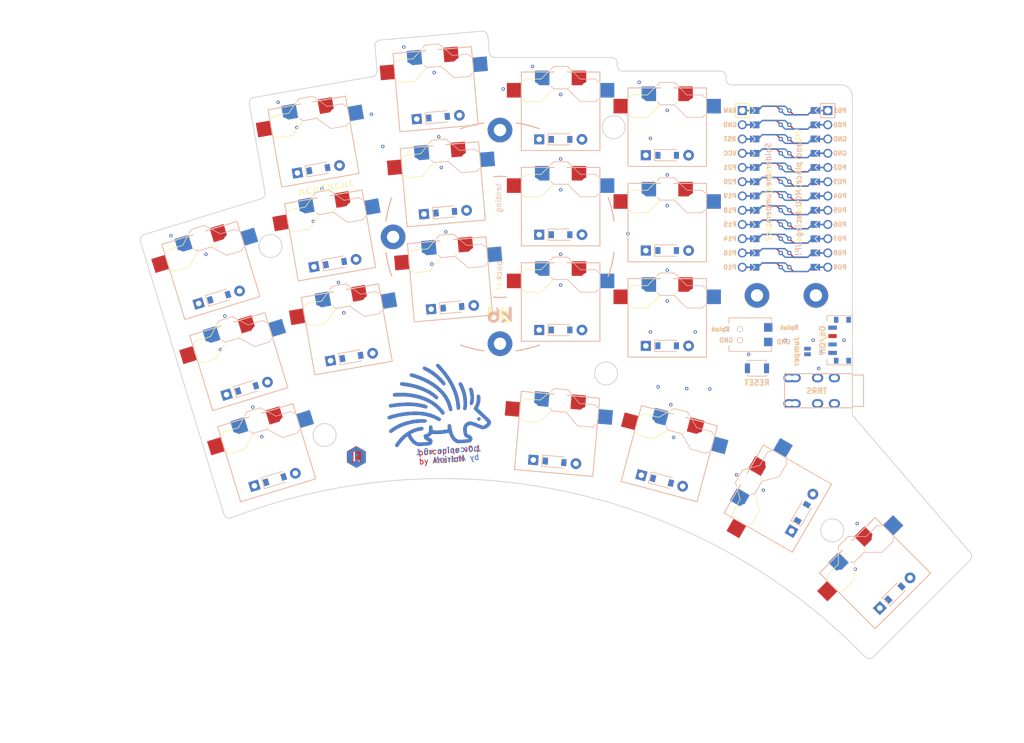
<source format=kicad_pcb>
(kicad_pcb (version 20211014) (generator pcbnew)
  (title_block (title "porcupine_4thumb_keys") (rev "v0.0.1") (company "Anarion"))
  (layers (0 "F.Cu" signal) (31 "B.Cu" signal) (34 "B.Paste" user) (35 "F.Paste" user) (36 "B.SilkS" user "B.Silkscreen") (37 "F.SilkS" user "F.Silkscreen") (38 "B.Mask" user) (39 "F.Mask" user) (44 "Edge.Cuts" user))
  (net 0 "")
  (net 1 "pinky_bottom")
  (net 2 "P20")
  (net 3 "pinky_home")
  (net 4 "pinky_top")
  (net 5 "ring_bottom")
  (net 6 "P19")
  (net 7 "ring_home")
  (net 8 "ring_top")
  (net 9 "middle_bottom")
  (net 10 "P18")
  (net 11 "middle_home")
  (net 12 "middle_top")
  (net 13 "index_bottom")
  (net 14 "P15")
  (net 15 "index_home")
  (net 16 "index_top")
  (net 17 "inner_bottom")
  (net 18 "P14")
  (net 19 "inner_home")
  (net 20 "inner_top")
  (net 21 "inner_thumb")
  (net 22 "near_thumb")
  (net 23 "home_thumb")
  (net 24 "far_thumb")
  (net 25 "P6")
  (net 26 "P5")
  (net 27 "P4")
  (net 28 "P7")
  (net 29 "RAW")
  (net 30 "GND")
  (net 31 "RST")
  (net 32 "VCC")
  (net 33 "P21")
  (net 34 "P16")
  (net 35 "P10")
  (net 36 "P1")
  (net 37 "P0")
  (net 38 "P2")
  (net 39 "P3")
  (net 40 "P8")
  (net 41 "P9")
  (net 42 "Bplus")
  (footprint PG1350 (layer F.Cu) (at 175.029681 150.7428191 17)
    (fp_text reference "S1" hide)
    (fp_text value "" hide)
    (pad "" np_thru_hole circle (at 0 0) (size 3.429 3.429) (drill 3.429) (layers *.Cu *.Mask))
    (pad "" np_thru_hole circle (at 5.5 0) (size 1.7018 1.7018) (drill 1.7018) (layers *.Cu *.Mask))
    (pad "" np_thru_hole circle (at -5.5 0) (size 1.7018 1.7018) (drill 1.7018) (layers *.Cu *.Mask))
    (pad "" np_thru_hole circle (at 5 -3.75) (size 3 3) (drill 3) (layers *.Cu *.Mask))
    (pad "" np_thru_hole circle (at 0 -5.95) (size 3 3) (drill 3) (layers *.Cu *.Mask))
    (pad 1 smd rect (at -3.275 -5.95 17) (size 2.6 2.6) (layers B.Cu B.Paste B.Mask) (net 1 "pinky_bottom"))
    (pad 2 smd rect (at 8.275 -3.75 17) (size 2.6 2.6) (layers B.Cu B.Paste B.Mask) (net 2 "P20"))
    (pad "" np_thru_hole circle (at -5 -3.75) (size 3 3) (drill 3) (layers *.Cu *.Mask))
    (pad "" np_thru_hole circle (at 0 -5.95) (size 3 3) (drill 3) (layers *.Cu *.Mask))
    (pad 1 smd rect (at 3.275 -5.95 17) (size 2.6 2.6) (layers F.Cu F.Paste F.Mask) (net 1 "pinky_bottom"))
    (pad 2 smd rect (at -8.275 -3.75 17) (size 2.6 2.6) (layers F.Cu F.Paste F.Mask) (net 2 "P20"))
  )
  (footprint PG1350 (layer F.Cu) (at 170.05936200000002 134.48563819999998 17)
    (fp_text reference "S2" hide)
    (fp_text value "" hide)
    (pad "" np_thru_hole circle (at 0 0) (size 3.429 3.429) (drill 3.429) (layers *.Cu *.Mask))
    (pad "" np_thru_hole circle (at 5.5 0) (size 1.7018 1.7018) (drill 1.7018) (layers *.Cu *.Mask))
    (pad "" np_thru_hole circle (at -5.5 0) (size 1.7018 1.7018) (drill 1.7018) (layers *.Cu *.Mask))
    (pad "" np_thru_hole circle (at 5 -3.75) (size 3 3) (drill 3) (layers *.Cu *.Mask))
    (pad "" np_thru_hole circle (at 0 -5.95) (size 3 3) (drill 3) (layers *.Cu *.Mask))
    (pad 1 smd rect (at -3.275 -5.95 17) (size 2.6 2.6) (layers B.Cu B.Paste B.Mask) (net 3 "pinky_home"))
    (pad 2 smd rect (at 8.275 -3.75 17) (size 2.6 2.6) (layers B.Cu B.Paste B.Mask) (net 2 "P20"))
    (pad "" np_thru_hole circle (at -5 -3.75) (size 3 3) (drill 3) (layers *.Cu *.Mask))
    (pad "" np_thru_hole circle (at 0 -5.95) (size 3 3) (drill 3) (layers *.Cu *.Mask))
    (pad 1 smd rect (at 3.275 -5.95 17) (size 2.6 2.6) (layers F.Cu F.Paste F.Mask) (net 3 "pinky_home"))
    (pad 2 smd rect (at -8.275 -3.75 17) (size 2.6 2.6) (layers F.Cu F.Paste F.Mask) (net 2 "P20"))
  )
  (footprint PG1350 (layer F.Cu) (at 165.08904300000003 118.22845729999997 17)
    (fp_text reference "S3" hide)
    (fp_text value "" hide)
    (pad "" np_thru_hole circle (at 0 0) (size 3.429 3.429) (drill 3.429) (layers *.Cu *.Mask))
    (pad "" np_thru_hole circle (at 5.5 0) (size 1.7018 1.7018) (drill 1.7018) (layers *.Cu *.Mask))
    (pad "" np_thru_hole circle (at -5.5 0) (size 1.7018 1.7018) (drill 1.7018) (layers *.Cu *.Mask))
    (pad "" np_thru_hole circle (at 5 -3.75) (size 3 3) (drill 3) (layers *.Cu *.Mask))
    (pad "" np_thru_hole circle (at 0 -5.95) (size 3 3) (drill 3) (layers *.Cu *.Mask))
    (pad 1 smd rect (at -3.275 -5.95 17) (size 2.6 2.6) (layers B.Cu B.Paste B.Mask) (net 4 "pinky_top"))
    (pad 2 smd rect (at 8.275 -3.75 17) (size 2.6 2.6) (layers B.Cu B.Paste B.Mask) (net 2 "P20"))
    (pad "" np_thru_hole circle (at -5 -3.75) (size 3 3) (drill 3) (layers *.Cu *.Mask))
    (pad "" np_thru_hole circle (at 0 -5.95) (size 3 3) (drill 3) (layers *.Cu *.Mask))
    (pad 1 smd rect (at 3.275 -5.95 17) (size 2.6 2.6) (layers F.Cu F.Paste F.Mask) (net 4 "pinky_top"))
    (pad 2 smd rect (at -8.275 -3.75 17) (size 2.6 2.6) (layers F.Cu F.Paste F.Mask) (net 2 "P20"))
  )
  (footprint PG1350 (layer F.Cu) (at 189.2911476 128.73839660000002 10)
    (fp_text reference "S4" hide)
    (fp_text value "" hide)
    (pad "" np_thru_hole circle (at 0 0) (size 3.429 3.429) (drill 3.429) (layers *.Cu *.Mask))
    (pad "" np_thru_hole circle (at 5.5 0) (size 1.7018 1.7018) (drill 1.7018) (layers *.Cu *.Mask))
    (pad "" np_thru_hole circle (at -5.5 0) (size 1.7018 1.7018) (drill 1.7018) (layers *.Cu *.Mask))
    (pad "" np_thru_hole circle (at 5 -3.75) (size 3 3) (drill 3) (layers *.Cu *.Mask))
    (pad "" np_thru_hole circle (at 0 -5.95) (size 3 3) (drill 3) (layers *.Cu *.Mask))
    (pad 1 smd rect (at -3.275 -5.95 10) (size 2.6 2.6) (layers B.Cu B.Paste B.Mask) (net 5 "ring_bottom"))
    (pad 2 smd rect (at 8.275 -3.75 10) (size 2.6 2.6) (layers B.Cu B.Paste B.Mask) (net 6 "P19"))
    (pad "" np_thru_hole circle (at -5 -3.75) (size 3 3) (drill 3) (layers *.Cu *.Mask))
    (pad "" np_thru_hole circle (at 0 -5.95) (size 3 3) (drill 3) (layers *.Cu *.Mask))
    (pad 1 smd rect (at 3.275 -5.95 10) (size 2.6 2.6) (layers F.Cu F.Paste F.Mask) (net 5 "ring_bottom"))
    (pad 2 smd rect (at -8.275 -3.75 10) (size 2.6 2.6) (layers F.Cu F.Paste F.Mask) (net 6 "P19"))
  )
  (footprint PG1350 (layer F.Cu) (at 186.33912859999998 111.99666480000002 10)
    (fp_text reference "S5" hide)
    (fp_text value "" hide)
    (pad "" np_thru_hole circle (at 0 0) (size 3.429 3.429) (drill 3.429) (layers *.Cu *.Mask))
    (pad "" np_thru_hole circle (at 5.5 0) (size 1.7018 1.7018) (drill 1.7018) (layers *.Cu *.Mask))
    (pad "" np_thru_hole circle (at -5.5 0) (size 1.7018 1.7018) (drill 1.7018) (layers *.Cu *.Mask))
    (pad "" np_thru_hole circle (at 5 -3.75) (size 3 3) (drill 3) (layers *.Cu *.Mask))
    (pad "" np_thru_hole circle (at 0 -5.95) (size 3 3) (drill 3) (layers *.Cu *.Mask))
    (pad 1 smd rect (at -3.275 -5.95 10) (size 2.6 2.6) (layers B.Cu B.Paste B.Mask) (net 7 "ring_home"))
    (pad 2 smd rect (at 8.275 -3.75 10) (size 2.6 2.6) (layers B.Cu B.Paste B.Mask) (net 6 "P19"))
    (pad "" np_thru_hole circle (at -5 -3.75) (size 3 3) (drill 3) (layers *.Cu *.Mask))
    (pad "" np_thru_hole circle (at 0 -5.95) (size 3 3) (drill 3) (layers *.Cu *.Mask))
    (pad 1 smd rect (at 3.275 -5.95 10) (size 2.6 2.6) (layers F.Cu F.Paste F.Mask) (net 7 "ring_home"))
    (pad 2 smd rect (at -8.275 -3.75 10) (size 2.6 2.6) (layers F.Cu F.Paste F.Mask) (net 6 "P19"))
  )
  (footprint PG1350 (layer F.Cu) (at 183.38710959999997 95.25493300000002 10)
    (fp_text reference "S6" hide)
    (fp_text value "" hide)
    (pad "" np_thru_hole circle (at 0 0) (size 3.429 3.429) (drill 3.429) (layers *.Cu *.Mask))
    (pad "" np_thru_hole circle (at 5.5 0) (size 1.7018 1.7018) (drill 1.7018) (layers *.Cu *.Mask))
    (pad "" np_thru_hole circle (at -5.5 0) (size 1.7018 1.7018) (drill 1.7018) (layers *.Cu *.Mask))
    (pad "" np_thru_hole circle (at 5 -3.75) (size 3 3) (drill 3) (layers *.Cu *.Mask))
    (pad "" np_thru_hole circle (at 0 -5.95) (size 3 3) (drill 3) (layers *.Cu *.Mask))
    (pad 1 smd rect (at -3.275 -5.95 10) (size 2.6 2.6) (layers B.Cu B.Paste B.Mask) (net 8 "ring_top"))
    (pad 2 smd rect (at 8.275 -3.75 10) (size 2.6 2.6) (layers B.Cu B.Paste B.Mask) (net 6 "P19"))
    (pad "" np_thru_hole circle (at -5 -3.75) (size 3 3) (drill 3) (layers *.Cu *.Mask))
    (pad "" np_thru_hole circle (at 0 -5.95) (size 3 3) (drill 3) (layers *.Cu *.Mask))
    (pad 1 smd rect (at 3.275 -5.95 10) (size 2.6 2.6) (layers F.Cu F.Paste F.Mask) (net 8 "ring_top"))
    (pad 2 smd rect (at -8.275 -3.75 10) (size 2.6 2.6) (layers F.Cu F.Paste F.Mask) (net 6 "P19"))
  )
  (footprint PG1350 (layer F.Cu) (at 207.7032912 119.82114300000002 5)
    (fp_text reference "S7" hide)
    (fp_text value "" hide)
    (pad "" np_thru_hole circle (at 0 0) (size 3.429 3.429) (drill 3.429) (layers *.Cu *.Mask))
    (pad "" np_thru_hole circle (at 5.5 0) (size 1.7018 1.7018) (drill 1.7018) (layers *.Cu *.Mask))
    (pad "" np_thru_hole circle (at -5.5 0) (size 1.7018 1.7018) (drill 1.7018) (layers *.Cu *.Mask))
    (pad "" np_thru_hole circle (at 5 -3.75) (size 3 3) (drill 3) (layers *.Cu *.Mask))
    (pad "" np_thru_hole circle (at 0 -5.95) (size 3 3) (drill 3) (layers *.Cu *.Mask))
    (pad 1 smd rect (at -3.275 -5.95 5) (size 2.6 2.6) (layers B.Cu B.Paste B.Mask) (net 9 "middle_bottom"))
    (pad 2 smd rect (at 8.275 -3.75 5) (size 2.6 2.6) (layers B.Cu B.Paste B.Mask) (net 10 "P18"))
    (pad "" np_thru_hole circle (at -5 -3.75) (size 3 3) (drill 3) (layers *.Cu *.Mask))
    (pad "" np_thru_hole circle (at 0 -5.95) (size 3 3) (drill 3) (layers *.Cu *.Mask))
    (pad 1 smd rect (at 3.275 -5.95 5) (size 2.6 2.6) (layers F.Cu F.Paste F.Mask) (net 9 "middle_bottom"))
    (pad 2 smd rect (at -8.275 -3.75 5) (size 2.6 2.6) (layers F.Cu F.Paste F.Mask) (net 10 "P18"))
  )
  (footprint PG1350 (layer F.Cu) (at 206.4208825 102.86840200000002 5)
    (fp_text reference "S8" hide)
    (fp_text value "" hide)
    (pad "" np_thru_hole circle (at 0 0) (size 3.429 3.429) (drill 3.429) (layers *.Cu *.Mask))
    (pad "" np_thru_hole circle (at 5.5 0) (size 1.7018 1.7018) (drill 1.7018) (layers *.Cu *.Mask))
    (pad "" np_thru_hole circle (at -5.5 0) (size 1.7018 1.7018) (drill 1.7018) (layers *.Cu *.Mask))
    (pad "" np_thru_hole circle (at 5 -3.75) (size 3 3) (drill 3) (layers *.Cu *.Mask))
    (pad "" np_thru_hole circle (at 0 -5.95) (size 3 3) (drill 3) (layers *.Cu *.Mask))
    (pad 1 smd rect (at -3.275 -5.95 5) (size 2.6 2.6) (layers B.Cu B.Paste B.Mask) (net 11 "middle_home"))
    (pad 2 smd rect (at 8.275 -3.75 5) (size 2.6 2.6) (layers B.Cu B.Paste B.Mask) (net 10 "P18"))
    (pad "" np_thru_hole circle (at -5 -3.75) (size 3 3) (drill 3) (layers *.Cu *.Mask))
    (pad "" np_thru_hole circle (at 0 -5.95) (size 3 3) (drill 3) (layers *.Cu *.Mask))
    (pad 1 smd rect (at 3.275 -5.95 5) (size 2.6 2.6) (layers F.Cu F.Paste F.Mask) (net 11 "middle_home"))
    (pad 2 smd rect (at -8.275 -3.75 5) (size 2.6 2.6) (layers F.Cu F.Paste F.Mask) (net 10 "P18"))
  )
  (footprint PG1350 (layer F.Cu) (at 205.1384738 85.91566100000001 5)
    (fp_text reference "S9" hide)
    (fp_text value "" hide)
    (pad "" np_thru_hole circle (at 0 0) (size 3.429 3.429) (drill 3.429) (layers *.Cu *.Mask))
    (pad "" np_thru_hole circle (at 5.5 0) (size 1.7018 1.7018) (drill 1.7018) (layers *.Cu *.Mask))
    (pad "" np_thru_hole circle (at -5.5 0) (size 1.7018 1.7018) (drill 1.7018) (layers *.Cu *.Mask))
    (pad "" np_thru_hole circle (at 5 -3.75) (size 3 3) (drill 3) (layers *.Cu *.Mask))
    (pad "" np_thru_hole circle (at 0 -5.95) (size 3 3) (drill 3) (layers *.Cu *.Mask))
    (pad 1 smd rect (at -3.275 -5.95 5) (size 2.6 2.6) (layers B.Cu B.Paste B.Mask) (net 12 "middle_top"))
    (pad 2 smd rect (at 8.275 -3.75 5) (size 2.6 2.6) (layers B.Cu B.Paste B.Mask) (net 10 "P18"))
    (pad "" np_thru_hole circle (at -5 -3.75) (size 3 3) (drill 3) (layers *.Cu *.Mask))
    (pad "" np_thru_hole circle (at 0 -5.95) (size 3 3) (drill 3) (layers *.Cu *.Mask))
    (pad 1 smd rect (at 3.275 -5.95 5) (size 2.6 2.6) (layers F.Cu F.Paste F.Mask) (net 12 "middle_top"))
    (pad 2 smd rect (at -8.275 -3.75 5) (size 2.6 2.6) (layers F.Cu F.Paste F.Mask) (net 10 "P18"))
  )
  (footprint PG1350 (layer F.Cu) (at 227.41108699999998 123.85018390000002 0)
    (fp_text reference "S10" hide)
    (fp_text value "" hide)
    (pad "" np_thru_hole circle (at 0 0) (size 3.429 3.429) (drill 3.429) (layers *.Cu *.Mask))
    (pad "" np_thru_hole circle (at 5.5 0) (size 1.7018 1.7018) (drill 1.7018) (layers *.Cu *.Mask))
    (pad "" np_thru_hole circle (at -5.5 0) (size 1.7018 1.7018) (drill 1.7018) (layers *.Cu *.Mask))
    (pad "" np_thru_hole circle (at 5 -3.75) (size 3 3) (drill 3) (layers *.Cu *.Mask))
    (pad "" np_thru_hole circle (at 0 -5.95) (size 3 3) (drill 3) (layers *.Cu *.Mask))
    (pad 1 smd rect (at -3.275 -5.95 0) (size 2.6 2.6) (layers B.Cu B.Paste B.Mask) (net 13 "index_bottom"))
    (pad 2 smd rect (at 8.275 -3.75 0) (size 2.6 2.6) (layers B.Cu B.Paste B.Mask) (net 14 "P15"))
    (pad "" np_thru_hole circle (at -5 -3.75) (size 3 3) (drill 3) (layers *.Cu *.Mask))
    (pad "" np_thru_hole circle (at 0 -5.95) (size 3 3) (drill 3) (layers *.Cu *.Mask))
    (pad 1 smd rect (at 3.275 -5.95 0) (size 2.6 2.6) (layers F.Cu F.Paste F.Mask) (net 13 "index_bottom"))
    (pad 2 smd rect (at -8.275 -3.75 0) (size 2.6 2.6) (layers F.Cu F.Paste F.Mask) (net 14 "P15"))
  )
  (footprint PG1350 (layer F.Cu) (at 227.41108699999998 106.85018390000002 0)
    (fp_text reference "S11" hide)
    (fp_text value "" hide)
    (pad "" np_thru_hole circle (at 0 0) (size 3.429 3.429) (drill 3.429) (layers *.Cu *.Mask))
    (pad "" np_thru_hole circle (at 5.5 0) (size 1.7018 1.7018) (drill 1.7018) (layers *.Cu *.Mask))
    (pad "" np_thru_hole circle (at -5.5 0) (size 1.7018 1.7018) (drill 1.7018) (layers *.Cu *.Mask))
    (pad "" np_thru_hole circle (at 5 -3.75) (size 3 3) (drill 3) (layers *.Cu *.Mask))
    (pad "" np_thru_hole circle (at 0 -5.95) (size 3 3) (drill 3) (layers *.Cu *.Mask))
    (pad 1 smd rect (at -3.275 -5.95 0) (size 2.6 2.6) (layers B.Cu B.Paste B.Mask) (net 15 "index_home"))
    (pad 2 smd rect (at 8.275 -3.75 0) (size 2.6 2.6) (layers B.Cu B.Paste B.Mask) (net 14 "P15"))
    (pad "" np_thru_hole circle (at -5 -3.75) (size 3 3) (drill 3) (layers *.Cu *.Mask))
    (pad "" np_thru_hole circle (at 0 -5.95) (size 3 3) (drill 3) (layers *.Cu *.Mask))
    (pad 1 smd rect (at 3.275 -5.95 0) (size 2.6 2.6) (layers F.Cu F.Paste F.Mask) (net 15 "index_home"))
    (pad 2 smd rect (at -8.275 -3.75 0) (size 2.6 2.6) (layers F.Cu F.Paste F.Mask) (net 14 "P15"))
  )
  (footprint PG1350 (layer F.Cu) (at 227.41108699999998 89.85018390000002 0)
    (fp_text reference "S12" hide)
    (fp_text value "" hide)
    (pad "" np_thru_hole circle (at 0 0) (size 3.429 3.429) (drill 3.429) (layers *.Cu *.Mask))
    (pad "" np_thru_hole circle (at 5.5 0) (size 1.7018 1.7018) (drill 1.7018) (layers *.Cu *.Mask))
    (pad "" np_thru_hole circle (at -5.5 0) (size 1.7018 1.7018) (drill 1.7018) (layers *.Cu *.Mask))
    (pad "" np_thru_hole circle (at 5 -3.75) (size 3 3) (drill 3) (layers *.Cu *.Mask))
    (pad "" np_thru_hole circle (at 0 -5.95) (size 3 3) (drill 3) (layers *.Cu *.Mask))
    (pad 1 smd rect (at -3.275 -5.95 0) (size 2.6 2.6) (layers B.Cu B.Paste B.Mask) (net 16 "index_top"))
    (pad 2 smd rect (at 8.275 -3.75 0) (size 2.6 2.6) (layers B.Cu B.Paste B.Mask) (net 14 "P15"))
    (pad "" np_thru_hole circle (at -5 -3.75) (size 3 3) (drill 3) (layers *.Cu *.Mask))
    (pad "" np_thru_hole circle (at 0 -5.95) (size 3 3) (drill 3) (layers *.Cu *.Mask))
    (pad 1 smd rect (at 3.275 -5.95 0) (size 2.6 2.6) (layers F.Cu F.Paste F.Mask) (net 16 "index_top"))
    (pad 2 smd rect (at -8.275 -3.75 0) (size 2.6 2.6) (layers F.Cu F.Paste F.Mask) (net 14 "P15"))
  )
  (footprint PG1350 (layer F.Cu) (at 246.41108699999998 126.6835173 0)
    (fp_text reference "S13" hide)
    (fp_text value "" hide)
    (pad "" np_thru_hole circle (at 0 0) (size 3.429 3.429) (drill 3.429) (layers *.Cu *.Mask))
    (pad "" np_thru_hole circle (at 5.5 0) (size 1.7018 1.7018) (drill 1.7018) (layers *.Cu *.Mask))
    (pad "" np_thru_hole circle (at -5.5 0) (size 1.7018 1.7018) (drill 1.7018) (layers *.Cu *.Mask))
    (pad "" np_thru_hole circle (at 5 -3.75) (size 3 3) (drill 3) (layers *.Cu *.Mask))
    (pad "" np_thru_hole circle (at 0 -5.95) (size 3 3) (drill 3) (layers *.Cu *.Mask))
    (pad 1 smd rect (at -3.275 -5.95 0) (size 2.6 2.6) (layers B.Cu B.Paste B.Mask) (net 17 "inner_bottom"))
    (pad 2 smd rect (at 8.275 -3.75 0) (size 2.6 2.6) (layers B.Cu B.Paste B.Mask) (net 18 "P14"))
    (pad "" np_thru_hole circle (at -5 -3.75) (size 3 3) (drill 3) (layers *.Cu *.Mask))
    (pad "" np_thru_hole circle (at 0 -5.95) (size 3 3) (drill 3) (layers *.Cu *.Mask))
    (pad 1 smd rect (at 3.275 -5.95 0) (size 2.6 2.6) (layers F.Cu F.Paste F.Mask) (net 17 "inner_bottom"))
    (pad 2 smd rect (at -8.275 -3.75 0) (size 2.6 2.6) (layers F.Cu F.Paste F.Mask) (net 18 "P14"))
  )
  (footprint PG1350 (layer F.Cu) (at 246.41108699999998 109.6835173 0)
    (fp_text reference "S14" hide)
    (fp_text value "" hide)
    (pad "" np_thru_hole circle (at 0 0) (size 3.429 3.429) (drill 3.429) (layers *.Cu *.Mask))
    (pad "" np_thru_hole circle (at 5.5 0) (size 1.7018 1.7018) (drill 1.7018) (layers *.Cu *.Mask))
    (pad "" np_thru_hole circle (at -5.5 0) (size 1.7018 1.7018) (drill 1.7018) (layers *.Cu *.Mask))
    (pad "" np_thru_hole circle (at 5 -3.75) (size 3 3) (drill 3) (layers *.Cu *.Mask))
    (pad "" np_thru_hole circle (at 0 -5.95) (size 3 3) (drill 3) (layers *.Cu *.Mask))
    (pad 1 smd rect (at -3.275 -5.95 0) (size 2.6 2.6) (layers B.Cu B.Paste B.Mask) (net 19 "inner_home"))
    (pad 2 smd rect (at 8.275 -3.75 0) (size 2.6 2.6) (layers B.Cu B.Paste B.Mask) (net 18 "P14"))
    (pad "" np_thru_hole circle (at -5 -3.75) (size 3 3) (drill 3) (layers *.Cu *.Mask))
    (pad "" np_thru_hole circle (at 0 -5.95) (size 3 3) (drill 3) (layers *.Cu *.Mask))
    (pad 1 smd rect (at 3.275 -5.95 0) (size 2.6 2.6) (layers F.Cu F.Paste F.Mask) (net 19 "inner_home"))
    (pad 2 smd rect (at -8.275 -3.75 0) (size 2.6 2.6) (layers F.Cu F.Paste F.Mask) (net 18 "P14"))
  )
  (footprint PG1350 (layer F.Cu) (at 246.41108699999998 92.6835173 0)
    (fp_text reference "S15" hide)
    (fp_text value "" hide)
    (pad "" np_thru_hole circle (at 0 0) (size 3.429 3.429) (drill 3.429) (layers *.Cu *.Mask))
    (pad "" np_thru_hole circle (at 5.5 0) (size 1.7018 1.7018) (drill 1.7018) (layers *.Cu *.Mask))
    (pad "" np_thru_hole circle (at -5.5 0) (size 1.7018 1.7018) (drill 1.7018) (layers *.Cu *.Mask))
    (pad "" np_thru_hole circle (at 5 -3.75) (size 3 3) (drill 3) (layers *.Cu *.Mask))
    (pad "" np_thru_hole circle (at 0 -5.95) (size 3 3) (drill 3) (layers *.Cu *.Mask))
    (pad 1 smd rect (at -3.275 -5.95 0) (size 2.6 2.6) (layers B.Cu B.Paste B.Mask) (net 20 "inner_top"))
    (pad 2 smd rect (at 8.275 -3.75 0) (size 2.6 2.6) (layers B.Cu B.Paste B.Mask) (net 18 "P14"))
    (pad "" np_thru_hole circle (at -5 -3.75) (size 3 3) (drill 3) (layers *.Cu *.Mask))
    (pad "" np_thru_hole circle (at 0 -5.95) (size 3 3) (drill 3) (layers *.Cu *.Mask))
    (pad 1 smd rect (at 3.275 -5.95 0) (size 2.6 2.6) (layers F.Cu F.Paste F.Mask) (net 20 "inner_top"))
    (pad 2 smd rect (at -8.275 -3.75 0) (size 2.6 2.6) (layers F.Cu F.Paste F.Mask) (net 18 "P14"))
  )
  (footprint PG1350 (layer F.Cu) (at 226.78370149999998 147.37643930000002 -5)
    (fp_text reference "S16" hide)
    (fp_text value "" hide)
    (pad "" np_thru_hole circle (at 0 0) (size 3.429 3.429) (drill 3.429) (layers *.Cu *.Mask))
    (pad "" np_thru_hole circle (at 5.5 0) (size 1.7018 1.7018) (drill 1.7018) (layers *.Cu *.Mask))
    (pad "" np_thru_hole circle (at -5.5 0) (size 1.7018 1.7018) (drill 1.7018) (layers *.Cu *.Mask))
    (pad "" np_thru_hole circle (at 5 -3.75) (size 3 3) (drill 3) (layers *.Cu *.Mask))
    (pad "" np_thru_hole circle (at 0 -5.95) (size 3 3) (drill 3) (layers *.Cu *.Mask))
    (pad 1 smd rect (at -3.275 -5.95 -5) (size 2.6 2.6) (layers B.Cu B.Paste B.Mask) (net 21 "inner_thumb"))
    (pad 2 smd rect (at 8.275 -3.75 -5) (size 2.6 2.6) (layers B.Cu B.Paste B.Mask) (net 6 "P19"))
    (pad "" np_thru_hole circle (at -5 -3.75) (size 3 3) (drill 3) (layers *.Cu *.Mask))
    (pad "" np_thru_hole circle (at 0 -5.95) (size 3 3) (drill 3) (layers *.Cu *.Mask))
    (pad 1 smd rect (at 3.275 -5.95 -5) (size 2.6 2.6) (layers F.Cu F.Paste F.Mask) (net 21 "inner_thumb"))
    (pad 2 smd rect (at -8.275 -3.75 -5) (size 2.6 2.6) (layers F.Cu F.Paste F.Mask) (net 6 "P19"))
  )
  (footprint PG1350 (layer F.Cu) (at 246.77740719999997 150.90186899999998 -15)
    (fp_text reference "S17" hide)
    (fp_text value "" hide)
    (pad "" np_thru_hole circle (at 0 0) (size 3.429 3.429) (drill 3.429) (layers *.Cu *.Mask))
    (pad "" np_thru_hole circle (at 5.5 0) (size 1.7018 1.7018) (drill 1.7018) (layers *.Cu *.Mask))
    (pad "" np_thru_hole circle (at -5.5 0) (size 1.7018 1.7018) (drill 1.7018) (layers *.Cu *.Mask))
    (pad "" np_thru_hole circle (at 5 -3.75) (size 3 3) (drill 3) (layers *.Cu *.Mask))
    (pad "" np_thru_hole circle (at 0 -5.95) (size 3 3) (drill 3) (layers *.Cu *.Mask))
    (pad 1 smd rect (at -3.275 -5.95 -15) (size 2.6 2.6) (layers B.Cu B.Paste B.Mask) (net 22 "near_thumb"))
    (pad 2 smd rect (at 8.275 -3.75 -15) (size 2.6 2.6) (layers B.Cu B.Paste B.Mask) (net 10 "P18"))
    (pad "" np_thru_hole circle (at -5 -3.75) (size 3 3) (drill 3) (layers *.Cu *.Mask))
    (pad "" np_thru_hole circle (at 0 -5.95) (size 3 3) (drill 3) (layers *.Cu *.Mask))
    (pad 1 smd rect (at 3.275 -5.95 -15) (size 2.6 2.6) (layers F.Cu F.Paste F.Mask) (net 22 "near_thumb"))
    (pad 2 smd rect (at -8.275 -3.75 -15) (size 2.6 2.6) (layers F.Cu F.Paste F.Mask) (net 10 "P18"))
  )
  (footprint PG1350 (layer F.Cu) (at 266.13502159999996 158.9200554 60)
    (fp_text reference "S18" hide)
    (fp_text value "" hide)
    (pad "" np_thru_hole circle (at 0 0) (size 3.429 3.429) (drill 3.429) (layers *.Cu *.Mask))
    (pad "" np_thru_hole circle (at 5.5 0) (size 1.7018 1.7018) (drill 1.7018) (layers *.Cu *.Mask))
    (pad "" np_thru_hole circle (at -5.5 0) (size 1.7018 1.7018) (drill 1.7018) (layers *.Cu *.Mask))
    (pad "" np_thru_hole circle (at 5 -3.75) (size 3 3) (drill 3) (layers *.Cu *.Mask))
    (pad "" np_thru_hole circle (at 0 -5.95) (size 3 3) (drill 3) (layers *.Cu *.Mask))
    (pad 1 smd rect (at -3.275 -5.95 60) (size 2.6 2.6) (layers B.Cu B.Paste B.Mask) (net 23 "home_thumb"))
    (pad 2 smd rect (at 8.275 -3.75 60) (size 2.6 2.6) (layers B.Cu B.Paste B.Mask) (net 14 "P15"))
    (pad "" np_thru_hole circle (at -5 -3.75) (size 3 3) (drill 3) (layers *.Cu *.Mask))
    (pad "" np_thru_hole circle (at 0 -5.95) (size 3 3) (drill 3) (layers *.Cu *.Mask))
    (pad 1 smd rect (at 3.275 -5.95 60) (size 2.6 2.6) (layers F.Cu F.Paste F.Mask) (net 23 "home_thumb"))
    (pad 2 smd rect (at -8.275 -3.75 60) (size 2.6 2.6) (layers F.Cu F.Paste F.Mask) (net 14 "P15"))
  )
  (footprint PG1350 (layer F.Cu) (at 283.46194499999996 172.2154714 45)
    (fp_text reference "S19" hide)
    (fp_text value "" hide)
    (pad "" np_thru_hole circle (at 0 0) (size 3.429 3.429) (drill 3.429) (layers *.Cu *.Mask))
    (pad "" np_thru_hole circle (at 5.5 0) (size 1.7018 1.7018) (drill 1.7018) (layers *.Cu *.Mask))
    (pad "" np_thru_hole circle (at -5.5 0) (size 1.7018 1.7018) (drill 1.7018) (layers *.Cu *.Mask))
    (pad "" np_thru_hole circle (at 5 -3.75) (size 3 3) (drill 3) (layers *.Cu *.Mask))
    (pad "" np_thru_hole circle (at 0 -5.95) (size 3 3) (drill 3) (layers *.Cu *.Mask))
    (pad 1 smd rect (at -3.275 -5.95 45) (size 2.6 2.6) (layers B.Cu B.Paste B.Mask) (net 24 "far_thumb"))
    (pad 2 smd rect (at 8.275 -3.75 45) (size 2.6 2.6) (layers B.Cu B.Paste B.Mask) (net 18 "P14"))
    (pad "" np_thru_hole circle (at -5 -3.75) (size 3 3) (drill 3) (layers *.Cu *.Mask))
    (pad "" np_thru_hole circle (at 0 -5.95) (size 3 3) (drill 3) (layers *.Cu *.Mask))
    (pad 1 smd rect (at 3.275 -5.95 45) (size 2.6 2.6) (layers F.Cu F.Paste F.Mask) (net 24 "far_thumb"))
    (pad 2 smd rect (at -8.275 -3.75 45) (size 2.6 2.6) (layers F.Cu F.Paste F.Mask) (net 18 "P14"))
  )
  (footprint "Diode_SMD:D_SOD-123" (layer "F.Cu") (at 176.49153950000002 155.5243429 17)
    (fp_text reference "D1" hide)
    (fp_text value "D_SOD-123")
    (pad "1" smd rect (at -1.65 0 17) (size 0.9 1.2) (layers "F.Cu" "F.Paste" "F.Mask") (net 25 "P6"))
    (pad "2" smd rect (at 1.65 0 17) (size 0.9 1.2) (layers "B.Cu" "B.Paste" "B.Mask") (net 1 "pinky_bottom"))
    (pad "1" smd rect (at -1.65 0 17) (size 0.9 1.2) (layers "B.Cu" "B.Paste" "B.Mask") (net 25 "P6"))
    (pad "2" smd rect (at 1.65 0 17) (size 0.9 1.2) (layers "F.Cu" "F.Paste" "F.Mask") (net 1 "pinky_bottom"))
    (pad 1 thru_hole circle (at 3.81 0 17) (size 1.905 1.905) (drill 0.9906) (layers *.Cu *.Mask) (net 1 "pinky_bottom"))
    (pad 2 thru_hole rect (at -3.81 0 17) (size 1.778 1.778) (drill 0.9906) (layers *.Cu *.Mask) (net 25 "P6"))
  )
  (footprint "Diode_SMD:D_SOD-123" (layer "F.Cu") (at 171.52122050000003 139.26716199999998 17)
    (fp_text reference "D2" hide)
    (fp_text value "D_SOD-123")
    (pad "1" smd rect (at -1.65 0 17) (size 0.9 1.2) (layers "F.Cu" "F.Paste" "F.Mask") (net 26 "P5"))
    (pad "2" smd rect (at 1.65 0 17) (size 0.9 1.2) (layers "B.Cu" "B.Paste" "B.Mask") (net 3 "pinky_home"))
    (pad "1" smd rect (at -1.65 0 17) (size 0.9 1.2) (layers "B.Cu" "B.Paste" "B.Mask") (net 26 "P5"))
    (pad "2" smd rect (at 1.65 0 17) (size 0.9 1.2) (layers "F.Cu" "F.Paste" "F.Mask") (net 3 "pinky_home"))
    (pad 1 thru_hole circle (at 3.81 0 17) (size 1.905 1.905) (drill 0.9906) (layers *.Cu *.Mask) (net 3 "pinky_home"))
    (pad 2 thru_hole rect (at -3.81 0 17) (size 1.778 1.778) (drill 0.9906) (layers *.Cu *.Mask) (net 26 "P5"))
  )
  (footprint "Diode_SMD:D_SOD-123" (layer "F.Cu") (at 166.55090150000004 123.00998109999998 17)
    (fp_text reference "D3" hide)
    (fp_text value "D_SOD-123")
    (pad "1" smd rect (at -1.65 0 17) (size 0.9 1.2) (layers "F.Cu" "F.Paste" "F.Mask") (net 27 "P4"))
    (pad "2" smd rect (at 1.65 0 17) (size 0.9 1.2) (layers "B.Cu" "B.Paste" "B.Mask") (net 4 "pinky_top"))
    (pad "1" smd rect (at -1.65 0 17) (size 0.9 1.2) (layers "B.Cu" "B.Paste" "B.Mask") (net 27 "P4"))
    (pad "2" smd rect (at 1.65 0 17) (size 0.9 1.2) (layers "F.Cu" "F.Paste" "F.Mask") (net 4 "pinky_top"))
    (pad 1 thru_hole circle (at 3.81 0 17) (size 1.905 1.905) (drill 0.9906) (layers *.Cu *.Mask) (net 4 "pinky_top"))
    (pad 2 thru_hole rect (at -3.81 0 17) (size 1.778 1.778) (drill 0.9906) (layers *.Cu *.Mask) (net 27 "P4"))
  )
  (footprint "Diode_SMD:D_SOD-123" (layer "F.Cu") (at 190.15938849999998 133.66243540000002 10)
    (fp_text reference "D4" hide)
    (fp_text value "D_SOD-123")
    (pad "1" smd rect (at -1.65 0 10) (size 0.9 1.2) (layers "F.Cu" "F.Paste" "F.Mask") (net 25 "P6"))
    (pad "2" smd rect (at 1.65 0 10) (size 0.9 1.2) (layers "B.Cu" "B.Paste" "B.Mask") (net 5 "ring_bottom"))
    (pad "1" smd rect (at -1.65 0 10) (size 0.9 1.2) (layers "B.Cu" "B.Paste" "B.Mask") (net 25 "P6"))
    (pad "2" smd rect (at 1.65 0 10) (size 0.9 1.2) (layers "F.Cu" "F.Paste" "F.Mask") (net 5 "ring_bottom"))
    (pad 1 thru_hole circle (at 3.81 0 10) (size 1.905 1.905) (drill 0.9906) (layers *.Cu *.Mask) (net 5 "ring_bottom"))
    (pad 2 thru_hole rect (at -3.81 0 10) (size 1.778 1.778) (drill 0.9906) (layers *.Cu *.Mask) (net 25 "P6"))
  )
  (footprint "Diode_SMD:D_SOD-123" (layer "F.Cu") (at 187.20736949999997 116.92070360000002 10)
    (fp_text reference "D5" hide)
    (fp_text value "D_SOD-123")
    (pad "1" smd rect (at -1.65 0 10) (size 0.9 1.2) (layers "F.Cu" "F.Paste" "F.Mask") (net 26 "P5"))
    (pad "2" smd rect (at 1.65 0 10) (size 0.9 1.2) (layers "B.Cu" "B.Paste" "B.Mask") (net 7 "ring_home"))
    (pad "1" smd rect (at -1.65 0 10) (size 0.9 1.2) (layers "B.Cu" "B.Paste" "B.Mask") (net 26 "P5"))
    (pad "2" smd rect (at 1.65 0 10) (size 0.9 1.2) (layers "F.Cu" "F.Paste" "F.Mask") (net 7 "ring_home"))
    (pad 1 thru_hole circle (at 3.81 0 10) (size 1.905 1.905) (drill 0.9906) (layers *.Cu *.Mask) (net 7 "ring_home"))
    (pad 2 thru_hole rect (at -3.81 0 10) (size 1.778 1.778) (drill 0.9906) (layers *.Cu *.Mask) (net 26 "P5"))
  )
  (footprint "Diode_SMD:D_SOD-123" (layer "F.Cu") (at 184.25535049999996 100.17897180000003 10)
    (fp_text reference "D6" hide)
    (fp_text value "D_SOD-123")
    (pad "1" smd rect (at -1.65 0 10) (size 0.9 1.2) (layers "F.Cu" "F.Paste" "F.Mask") (net 27 "P4"))
    (pad "2" smd rect (at 1.65 0 10) (size 0.9 1.2) (layers "B.Cu" "B.Paste" "B.Mask") (net 8 "ring_top"))
    (pad "1" smd rect (at -1.65 0 10) (size 0.9 1.2) (layers "B.Cu" "B.Paste" "B.Mask") (net 27 "P4"))
    (pad "2" smd rect (at 1.65 0 10) (size 0.9 1.2) (layers "F.Cu" "F.Paste" "F.Mask") (net 8 "ring_top"))
    (pad 1 thru_hole circle (at 3.81 0 10) (size 1.905 1.905) (drill 0.9906) (layers *.Cu *.Mask) (net 8 "ring_top"))
    (pad 2 thru_hole rect (at -3.81 0 10) (size 1.778 1.778) (drill 0.9906) (layers *.Cu *.Mask) (net 27 "P4"))
  )
  (footprint "Diode_SMD:D_SOD-123" (layer "F.Cu") (at 208.13906989999998 124.80211650000003 5)
    (fp_text reference "D7" hide)
    (fp_text value "D_SOD-123")
    (pad "1" smd rect (at -1.65 0 5) (size 0.9 1.2) (layers "F.Cu" "F.Paste" "F.Mask") (net 25 "P6"))
    (pad "2" smd rect (at 1.65 0 5) (size 0.9 1.2) (layers "B.Cu" "B.Paste" "B.Mask") (net 9 "middle_bottom"))
    (pad "1" smd rect (at -1.65 0 5) (size 0.9 1.2) (layers "B.Cu" "B.Paste" "B.Mask") (net 25 "P6"))
    (pad "2" smd rect (at 1.65 0 5) (size 0.9 1.2) (layers "F.Cu" "F.Paste" "F.Mask") (net 9 "middle_bottom"))
    (pad 1 thru_hole circle (at 3.81 0 5) (size 1.905 1.905) (drill 0.9906) (layers *.Cu *.Mask) (net 9 "middle_bottom"))
    (pad 2 thru_hole rect (at -3.81 0 5) (size 1.778 1.778) (drill 0.9906) (layers *.Cu *.Mask) (net 25 "P6"))
  )
  (footprint "Diode_SMD:D_SOD-123" (layer "F.Cu") (at 206.8566612 107.84937550000002 5)
    (fp_text reference "D8" hide)
    (fp_text value "D_SOD-123")
    (pad "1" smd rect (at -1.65 0 5) (size 0.9 1.2) (layers "F.Cu" "F.Paste" "F.Mask") (net 26 "P5"))
    (pad "2" smd rect (at 1.65 0 5) (size 0.9 1.2) (layers "B.Cu" "B.Paste" "B.Mask") (net 11 "middle_home"))
    (pad "1" smd rect (at -1.65 0 5) (size 0.9 1.2) (layers "B.Cu" "B.Paste" "B.Mask") (net 26 "P5"))
    (pad "2" smd rect (at 1.65 0 5) (size 0.9 1.2) (layers "F.Cu" "F.Paste" "F.Mask") (net 11 "middle_home"))
    (pad 1 thru_hole circle (at 3.81 0 5) (size 1.905 1.905) (drill 0.9906) (layers *.Cu *.Mask) (net 11 "middle_home"))
    (pad 2 thru_hole rect (at -3.81 0 5) (size 1.778 1.778) (drill 0.9906) (layers *.Cu *.Mask) (net 26 "P5"))
  )
  (footprint "Diode_SMD:D_SOD-123" (layer "F.Cu") (at 205.5742525 90.89663450000002 5)
    (fp_text reference "D9" hide)
    (fp_text value "D_SOD-123")
    (pad "1" smd rect (at -1.65 0 5) (size 0.9 1.2) (layers "F.Cu" "F.Paste" "F.Mask") (net 27 "P4"))
    (pad "2" smd rect (at 1.65 0 5) (size 0.9 1.2) (layers "B.Cu" "B.Paste" "B.Mask") (net 12 "middle_top"))
    (pad "1" smd rect (at -1.65 0 5) (size 0.9 1.2) (layers "B.Cu" "B.Paste" "B.Mask") (net 27 "P4"))
    (pad "2" smd rect (at 1.65 0 5) (size 0.9 1.2) (layers "F.Cu" "F.Paste" "F.Mask") (net 12 "middle_top"))
    (pad 1 thru_hole circle (at 3.81 0 5) (size 1.905 1.905) (drill 0.9906) (layers *.Cu *.Mask) (net 12 "middle_top"))
    (pad 2 thru_hole rect (at -3.81 0 5) (size 1.778 1.778) (drill 0.9906) (layers *.Cu *.Mask) (net 27 "P4"))
  )
  (footprint "Diode_SMD:D_SOD-123" (layer "F.Cu") (at 227.41108699999998 128.85018390000002 0)
    (fp_text reference "D10" hide)
    (fp_text value "D_SOD-123")
    (pad "1" smd rect (at -1.65 0 0) (size 0.9 1.2) (layers "F.Cu" "F.Paste" "F.Mask") (net 25 "P6"))
    (pad "2" smd rect (at 1.65 0 0) (size 0.9 1.2) (layers "B.Cu" "B.Paste" "B.Mask") (net 13 "index_bottom"))
    (pad "1" smd rect (at -1.65 0 0) (size 0.9 1.2) (layers "B.Cu" "B.Paste" "B.Mask") (net 25 "P6"))
    (pad "2" smd rect (at 1.65 0 0) (size 0.9 1.2) (layers "F.Cu" "F.Paste" "F.Mask") (net 13 "index_bottom"))
    (pad 1 thru_hole circle (at 3.81 0 0) (size 1.905 1.905) (drill 0.9906) (layers *.Cu *.Mask) (net 13 "index_bottom"))
    (pad 2 thru_hole rect (at -3.81 0 0) (size 1.778 1.778) (drill 0.9906) (layers *.Cu *.Mask) (net 25 "P6"))
  )
  (footprint "Diode_SMD:D_SOD-123" (layer "F.Cu") (at 227.41108699999998 111.85018390000002 0)
    (fp_text reference "D11" hide)
    (fp_text value "D_SOD-123")
    (pad "1" smd rect (at -1.65 0 0) (size 0.9 1.2) (layers "F.Cu" "F.Paste" "F.Mask") (net 26 "P5"))
    (pad "2" smd rect (at 1.65 0 0) (size 0.9 1.2) (layers "B.Cu" "B.Paste" "B.Mask") (net 15 "index_home"))
    (pad "1" smd rect (at -1.65 0 0) (size 0.9 1.2) (layers "B.Cu" "B.Paste" "B.Mask") (net 26 "P5"))
    (pad "2" smd rect (at 1.65 0 0) (size 0.9 1.2) (layers "F.Cu" "F.Paste" "F.Mask") (net 15 "index_home"))
    (pad 1 thru_hole circle (at 3.81 0 0) (size 1.905 1.905) (drill 0.9906) (layers *.Cu *.Mask) (net 15 "index_home"))
    (pad 2 thru_hole rect (at -3.81 0 0) (size 1.778 1.778) (drill 0.9906) (layers *.Cu *.Mask) (net 26 "P5"))
  )
  (footprint "Diode_SMD:D_SOD-123" (layer "F.Cu") (at 227.41108699999998 94.85018390000002 0)
    (fp_text reference "D12" hide)
    (fp_text value "D_SOD-123")
    (pad "1" smd rect (at -1.65 0 0) (size 0.9 1.2) (layers "F.Cu" "F.Paste" "F.Mask") (net 27 "P4"))
    (pad "2" smd rect (at 1.65 0 0) (size 0.9 1.2) (layers "B.Cu" "B.Paste" "B.Mask") (net 16 "index_top"))
    (pad "1" smd rect (at -1.65 0 0) (size 0.9 1.2) (layers "B.Cu" "B.Paste" "B.Mask") (net 27 "P4"))
    (pad "2" smd rect (at 1.65 0 0) (size 0.9 1.2) (layers "F.Cu" "F.Paste" "F.Mask") (net 16 "index_top"))
    (pad 1 thru_hole circle (at 3.81 0 0) (size 1.905 1.905) (drill 0.9906) (layers *.Cu *.Mask) (net 16 "index_top"))
    (pad 2 thru_hole rect (at -3.81 0 0) (size 1.778 1.778) (drill 0.9906) (layers *.Cu *.Mask) (net 27 "P4"))
  )
  (footprint "Diode_SMD:D_SOD-123" (layer "F.Cu") (at 246.41108699999998 131.6835173 0)
    (fp_text reference "D13" hide)
    (fp_text value "D_SOD-123")
    (pad "1" smd rect (at -1.65 0 0) (size 0.9 1.2) (layers "F.Cu" "F.Paste" "F.Mask") (net 25 "P6"))
    (pad "2" smd rect (at 1.65 0 0) (size 0.9 1.2) (layers "B.Cu" "B.Paste" "B.Mask") (net 17 "inner_bottom"))
    (pad "1" smd rect (at -1.65 0 0) (size 0.9 1.2) (layers "B.Cu" "B.Paste" "B.Mask") (net 25 "P6"))
    (pad "2" smd rect (at 1.65 0 0) (size 0.9 1.2) (layers "F.Cu" "F.Paste" "F.Mask") (net 17 "inner_bottom"))
    (pad 1 thru_hole circle (at 3.81 0 0) (size 1.905 1.905) (drill 0.9906) (layers *.Cu *.Mask) (net 17 "inner_bottom"))
    (pad 2 thru_hole rect (at -3.81 0 0) (size 1.778 1.778) (drill 0.9906) (layers *.Cu *.Mask) (net 25 "P6"))
  )
  (footprint "Diode_SMD:D_SOD-123" (layer "F.Cu") (at 246.41108699999998 114.6835173 0)
    (fp_text reference "D14" hide)
    (fp_text value "D_SOD-123")
    (pad "1" smd rect (at -1.65 0 0) (size 0.9 1.2) (layers "F.Cu" "F.Paste" "F.Mask") (net 26 "P5"))
    (pad "2" smd rect (at 1.65 0 0) (size 0.9 1.2) (layers "B.Cu" "B.Paste" "B.Mask") (net 19 "inner_home"))
    (pad "1" smd rect (at -1.65 0 0) (size 0.9 1.2) (layers "B.Cu" "B.Paste" "B.Mask") (net 26 "P5"))
    (pad "2" smd rect (at 1.65 0 0) (size 0.9 1.2) (layers "F.Cu" "F.Paste" "F.Mask") (net 19 "inner_home"))
    (pad 1 thru_hole circle (at 3.81 0 0) (size 1.905 1.905) (drill 0.9906) (layers *.Cu *.Mask) (net 19 "inner_home"))
    (pad 2 thru_hole rect (at -3.81 0 0) (size 1.778 1.778) (drill 0.9906) (layers *.Cu *.Mask) (net 26 "P5"))
  )
  (footprint "Diode_SMD:D_SOD-123" (layer "F.Cu") (at 246.41108699999998 97.6835173 0)
    (fp_text reference "D15" hide)
    (fp_text value "D_SOD-123")
    (pad "1" smd rect (at -1.65 0 0) (size 0.9 1.2) (layers "F.Cu" "F.Paste" "F.Mask") (net 27 "P4"))
    (pad "2" smd rect (at 1.65 0 0) (size 0.9 1.2) (layers "B.Cu" "B.Paste" "B.Mask") (net 20 "inner_top"))
    (pad "1" smd rect (at -1.65 0 0) (size 0.9 1.2) (layers "B.Cu" "B.Paste" "B.Mask") (net 27 "P4"))
    (pad "2" smd rect (at 1.65 0 0) (size 0.9 1.2) (layers "F.Cu" "F.Paste" "F.Mask") (net 20 "inner_top"))
    (pad 1 thru_hole circle (at 3.81 0 0) (size 1.905 1.905) (drill 0.9906) (layers *.Cu *.Mask) (net 20 "inner_top"))
    (pad 2 thru_hole rect (at -3.81 0 0) (size 1.778 1.778) (drill 0.9906) (layers *.Cu *.Mask) (net 27 "P4"))
  )
  (footprint "Diode_SMD:D_SOD-123" (layer "F.Cu") (at 226.3479228 152.35741280000002 -5)
    (fp_text reference "D16" hide)
    (fp_text value "D_SOD-123")
    (pad "1" smd rect (at -1.65 0 -5) (size 0.9 1.2) (layers "F.Cu" "F.Paste" "F.Mask") (net 28 "P7"))
    (pad "2" smd rect (at 1.65 0 -5) (size 0.9 1.2) (layers "B.Cu" "B.Paste" "B.Mask") (net 21 "inner_thumb"))
    (pad "1" smd rect (at -1.65 0 -5) (size 0.9 1.2) (layers "B.Cu" "B.Paste" "B.Mask") (net 28 "P7"))
    (pad "2" smd rect (at 1.65 0 -5) (size 0.9 1.2) (layers "F.Cu" "F.Paste" "F.Mask") (net 21 "inner_thumb"))
    (pad 1 thru_hole circle (at 3.81 0 -5) (size 1.905 1.905) (drill 0.9906) (layers *.Cu *.Mask) (net 21 "inner_thumb"))
    (pad 2 thru_hole rect (at -3.81 0 -5) (size 1.778 1.778) (drill 0.9906) (layers *.Cu *.Mask) (net 28 "P7"))
  )
  (footprint "Diode_SMD:D_SOD-123" (layer "F.Cu") (at 245.48331199999998 155.73149809999998 -15)
    (fp_text reference "D17" hide)
    (fp_text value "D_SOD-123")
    (pad "1" smd rect (at -1.65 0 -15) (size 0.9 1.2) (layers "F.Cu" "F.Paste" "F.Mask") (net 28 "P7"))
    (pad "2" smd rect (at 1.65 0 -15) (size 0.9 1.2) (layers "B.Cu" "B.Paste" "B.Mask") (net 22 "near_thumb"))
    (pad "1" smd rect (at -1.65 0 -15) (size 0.9 1.2) (layers "B.Cu" "B.Paste" "B.Mask") (net 28 "P7"))
    (pad "2" smd rect (at 1.65 0 -15) (size 0.9 1.2) (layers "F.Cu" "F.Paste" "F.Mask") (net 22 "near_thumb"))
    (pad 1 thru_hole circle (at 3.81 0 -15) (size 1.905 1.905) (drill 0.9906) (layers *.Cu *.Mask) (net 22 "near_thumb"))
    (pad 2 thru_hole rect (at -3.81 0 -15) (size 1.778 1.778) (drill 0.9906) (layers *.Cu *.Mask) (net 28 "P7"))
  )
  (footprint "Diode_SMD:D_SOD-123" (layer "F.Cu") (at 270.46514859999996 161.4200554 60)
    (fp_text reference "D18" hide)
    (fp_text value "D_SOD-123")
    (pad "1" smd rect (at -1.65 0 60) (size 0.9 1.2) (layers "F.Cu" "F.Paste" "F.Mask") (net 28 "P7"))
    (pad "2" smd rect (at 1.65 0 60) (size 0.9 1.2) (layers "B.Cu" "B.Paste" "B.Mask") (net 23 "home_thumb"))
    (pad "1" smd rect (at -1.65 0 60) (size 0.9 1.2) (layers "B.Cu" "B.Paste" "B.Mask") (net 28 "P7"))
    (pad "2" smd rect (at 1.65 0 60) (size 0.9 1.2) (layers "F.Cu" "F.Paste" "F.Mask") (net 23 "home_thumb"))
    (pad 1 thru_hole circle (at 3.81 0 60) (size 1.905 1.905) (drill 0.9906) (layers *.Cu *.Mask) (net 23 "home_thumb"))
    (pad 2 thru_hole rect (at -3.81 0 60) (size 1.778 1.778) (drill 0.9906) (layers *.Cu *.Mask) (net 28 "P7"))
  )
  (footprint "Diode_SMD:D_SOD-123" (layer "F.Cu") (at 286.9974789 175.7510053 45)
    (fp_text reference "D19" hide)
    (fp_text value "D_SOD-123")
    (pad "1" smd rect (at -1.65 0 45) (size 0.9 1.2) (layers "F.Cu" "F.Paste" "F.Mask") (net 28 "P7"))
    (pad "2" smd rect (at 1.65 0 45) (size 0.9 1.2) (layers "B.Cu" "B.Paste" "B.Mask") (net 24 "far_thumb"))
    (pad "1" smd rect (at -1.65 0 45) (size 0.9 1.2) (layers "B.Cu" "B.Paste" "B.Mask") (net 28 "P7"))
    (pad "2" smd rect (at 1.65 0 45) (size 0.9 1.2) (layers "F.Cu" "F.Paste" "F.Mask") (net 24 "far_thumb"))
    (pad 1 thru_hole circle (at 3.81 0 45) (size 1.905 1.905) (drill 0.9906) (layers *.Cu *.Mask) (net 24 "far_thumb"))
    (pad 2 thru_hole rect (at -3.81 0 45) (size 1.778 1.778) (drill 0.9906) (layers *.Cu *.Mask) (net 28 "P7"))
  )
  (module ProMicro (layer F.Cu) (at 267.41108699999995 103.6835173 270)
    (fp_text reference "MCU1" hide)
    (fp_text user P01 (at -13.97 9.8 360) (layer F.SilkS) (effects (font (size 0.8 0.8))))
    (fp_text user P00 (at -11.43 9.8 360) (layer F.SilkS) (effects (font (size 0.8 0.8))))
    (fp_text user GND (at -8.89 9.8 360) (layer F.SilkS) (effects (font (size 0.8 0.8))))
    (fp_text user GND (at -6.35 9.8 360) (layer F.SilkS) (effects (font (size 0.8 0.8))))
    (fp_text user P02 (at -3.81 9.8 360) (layer F.SilkS) (effects (font (size 0.8 0.8))))
    (fp_text user P03 (at -1.27 9.8 360) (layer F.SilkS) (effects (font (size 0.8 0.8))))
    (fp_text user P04 (at 1.27 9.8 360) (layer F.SilkS) (effects (font (size 0.8 0.8))))
    (fp_text user P05 (at 3.81 9.8 360) (layer F.SilkS) (effects (font (size 0.8 0.8))))
    (fp_text user P06 (at 6.35 9.8 360) (layer F.SilkS) (effects (font (size 0.8 0.8))))
    (fp_text user P07 (at 8.89 9.8 360) (layer F.SilkS) (effects (font (size 0.8 0.8))))
    (fp_text user P08 (at 11.43 9.8 360) (layer F.SilkS) (effects (font (size 0.8 0.8))))
    (fp_text user P09 (at 13.97 9.8 360) (layer F.SilkS) (effects (font (size 0.8 0.8))))
    (fp_text user RAW (at -13.97 -9.8 360) (layer F.SilkS) (effects (font (size 0.8 0.8))))
    (fp_text user GND (at -11.43 -9.8 360) (layer F.SilkS) (effects (font (size 0.8 0.8))))
    (fp_text user RST (at -8.89 -9.8 360) (layer F.SilkS) (effects (font (size 0.8 0.8))))
    (fp_text user VCC (at -6.35 -9.8 360) (layer F.SilkS) (effects (font (size 0.8 0.8))))
    (fp_text user P21 (at -3.81 -9.8 360) (layer F.SilkS) (effects (font (size 0.8 0.8))))
    (fp_text user P20 (at -1.27 -9.8 360) (layer F.SilkS) (effects (font (size 0.8 0.8))))
    (fp_text user P19 (at 1.27 -9.8 360) (layer F.SilkS) (effects (font (size 0.8 0.8))))
    (fp_text user P18 (at 3.81 -9.8 360) (layer F.SilkS) (effects (font (size 0.8 0.8))))
    (fp_text user P15 (at 6.35 -9.8 360) (layer F.SilkS) (effects (font (size 0.8 0.8))))
    (fp_text user P14 (at 8.89 -9.8 360) (layer F.SilkS) (effects (font (size 0.8 0.8))))
    (fp_text user P16 (at 11.43 -9.8 360) (layer F.SilkS) (effects (font (size 0.8 0.8))))
    (fp_text user P10 (at 13.97 -9.8 360) (layer F.SilkS) (effects (font (size 0.8 0.8))))
    (fp_text user RAW (at -13.97 9.8 360) (layer B.SilkS) (effects (font (size 0.8 0.8)) (justify mirror)))
    (fp_text user GND (at -11.43 9.8 360) (layer B.SilkS) (effects (font (size 0.8 0.8)) (justify mirror)))
    (fp_text user RST (at -8.89 9.8 360) (layer B.SilkS) (effects (font (size 0.8 0.8)) (justify mirror)))
    (fp_text user VCC (at -6.35 9.8 360) (layer B.SilkS) (effects (font (size 0.8 0.8)) (justify mirror)))
    (fp_text user P21 (at -3.81 9.8 360) (layer B.SilkS) (effects (font (size 0.8 0.8)) (justify mirror)))
    (fp_text user P20 (at -1.27 9.8 360) (layer B.SilkS) (effects (font (size 0.8 0.8)) (justify mirror)))
    (fp_text user P19 (at 1.27 9.8 360) (layer B.SilkS) (effects (font (size 0.8 0.8)) (justify mirror)))
    (fp_text user P18 (at 3.81 9.8 360) (layer B.SilkS) (effects (font (size 0.8 0.8)) (justify mirror)))
    (fp_text user P15 (at 6.35 9.8 360) (layer B.SilkS) (effects (font (size 0.8 0.8)) (justify mirror)))
    (fp_text user P14 (at 8.89 9.8 360) (layer B.SilkS) (effects (font (size 0.8 0.8)) (justify mirror)))
    (fp_text user P16 (at 11.43 9.8 360) (layer B.SilkS) (effects (font (size 0.8 0.8)) (justify mirror)))
    (fp_text user P10 (at 13.97 9.8 360) (layer B.SilkS) (effects (font (size 0.8 0.8)) (justify mirror)))
    (fp_text user P01 (at -13.97 -9.8 360) (layer B.SilkS) (effects (font (size 0.8 0.8)) (justify mirror)))
    (fp_text user P00 (at -11.43 -9.8 360) (layer B.SilkS) (effects (font (size 0.8 0.8)) (justify mirror)))
    (fp_text user GND (at -8.89 -9.8 360) (layer B.SilkS) (effects (font (size 0.8 0.8)) (justify mirror)))
    (fp_text user GND (at -6.35 -9.8 360) (layer B.SilkS) (effects (font (size 0.8 0.8)) (justify mirror)))
    (fp_text user P02 (at -3.81 -9.8 360) (layer B.SilkS) (effects (font (size 0.8 0.8)) (justify mirror)))
    (fp_text user P03 (at -1.27 -9.8 360) (layer B.SilkS) (effects (font (size 0.8 0.8)) (justify mirror)))
    (fp_text user P04 (at 1.27 -9.8 360) (layer B.SilkS) (effects (font (size 0.8 0.8)) (justify mirror)))
    (fp_text user P05 (at 3.81 -9.8 360) (layer B.SilkS) (effects (font (size 0.8 0.8)) (justify mirror)))
    (fp_text user P06 (at 6.35 -9.8 360) (layer B.SilkS) (effects (font (size 0.8 0.8)) (justify mirror)))
    (fp_text user P07 (at 8.89 -9.8 360) (layer B.SilkS) (effects (font (size 0.8 0.8)) (justify mirror)))
    (fp_text user P08 (at 11.43 -9.8 360) (layer B.SilkS) (effects (font (size 0.8 0.8)) (justify mirror)))
    (fp_text user P09 (at 13.97 -9.8 360) (layer B.SilkS) (effects (font (size 0.8 0.8)) (justify mirror)))
    (pad 2 smd custom (at -11.43 -0.762 270) (size 0.25 0.25) (layers F.Cu) (options (clearance outline) (anchor circle)) (primitives (gr_line (start 0 0) (end 0.766 -0.766) (width 0.25)) (gr_line (start 0.766 -0.766) (end 0.766 -3.298) (width 0.25)) (gr_line (start 0.766 -3.298) (end 0 -4.064) (width 0.25))) (net 30 "GND"))
    (pad "" thru_hole circle (at -13.97 7.62) (size 1.6 1.6) (drill 1.1) (layers *.Cu *.Mask))
    (pad "" thru_hole circle (at -11.43 7.62) (size 1.6 1.6) (drill 1.1) (layers *.Cu *.Mask))
    (pad "" thru_hole circle (at -8.89 7.62) (size 1.6 1.6) (drill 1.1) (layers *.Cu *.Mask))
    (pad "" thru_hole circle (at -6.35 7.62) (size 1.6 1.6) (drill 1.1) (layers *.Cu *.Mask))
    (pad "" thru_hole circle (at -3.81 7.62) (size 1.6 1.6) (drill 1.1) (layers *.Cu *.Mask))
    (pad "" thru_hole circle (at -1.27 7.62) (size 1.6 1.6) (drill 1.1) (layers *.Cu *.Mask))
    (pad "" thru_hole circle (at 1.27 7.62) (size 1.6 1.6) (drill 1.1) (layers *.Cu *.Mask))
    (pad "" thru_hole circle (at 3.81 7.62) (size 1.6 1.6) (drill 1.1) (layers *.Cu *.Mask))
    (pad "" thru_hole circle (at 6.35 7.62) (size 1.6 1.6) (drill 1.1) (layers *.Cu *.Mask))
    (pad "" thru_hole circle (at 8.89 7.62) (size 1.6 1.6) (drill 1.1) (layers *.Cu *.Mask))
    (pad "" thru_hole circle (at 11.43 7.62) (size 1.6 1.6) (drill 1.1) (layers *.Cu *.Mask))
    (pad "" thru_hole circle (at 13.97 7.62) (size 1.6 1.6) (drill 1.1) (layers *.Cu *.Mask))
    (pad "" thru_hole circle (at 13.97 -7.62) (size 1.6 1.6) (drill 1.1) (layers *.Cu *.Mask))
    (pad "" thru_hole circle (at 11.43 -7.62) (size 1.6 1.6) (drill 1.1) (layers *.Cu *.Mask))
    (pad "" thru_hole circle (at 8.89 -7.62) (size 1.6 1.6) (drill 1.1) (layers *.Cu *.Mask))
    (pad "" thru_hole circle (at 6.35 -7.62) (size 1.6 1.6) (drill 1.1) (layers *.Cu *.Mask))
    (pad "" thru_hole circle (at 3.81 -7.62) (size 1.6 1.6) (drill 1.1) (layers *.Cu *.Mask))
    (pad "" thru_hole circle (at 1.27 -7.62) (size 1.6 1.6) (drill 1.1) (layers *.Cu *.Mask))
    (pad "" thru_hole circle (at -1.27 -7.62) (size 1.6 1.6) (drill 1.1) (layers *.Cu *.Mask))
    (pad "" thru_hole circle (at -3.81 -7.62) (size 1.6 1.6) (drill 1.1) (layers *.Cu *.Mask))
    (pad "" thru_hole circle (at -6.35 -7.62) (size 1.6 1.6) (drill 1.1) (layers *.Cu *.Mask))
    (pad "" thru_hole circle (at -8.89 -7.62) (size 1.6 1.6) (drill 1.1) (layers *.Cu *.Mask))
    (pad "" thru_hole circle (at -11.43 -7.62) (size 1.6 1.6) (drill 1.1) (layers *.Cu *.Mask))
    (pad "" thru_hole circle (at -13.97 -7.62) (size 1.6 1.6) (drill 1.1) (layers *.Cu *.Mask))
    (pad "" smd custom (at -13.97 5.842 450) (size 0.1 0.1) (layers F.Cu F.Mask) (clearance 0.1) (options (clearance outline) (anchor rect)) (primitives (gr_poly (pts (xy 0.6 -0.4) (xy -0.6 -0.4) (xy -0.6 -0.2) (xy 0 0.4) (xy 0.6 -0.2)) (width 0))))
    (pad 24 smd custom (at -13.97 4.826 450) (size 1.2 0.5) (layers F.Cu F.Mask) (net 36 "P1") (clearance 0.1) (options (clearance outline) (anchor rect)) (primitives (gr_poly (pts (xy 0.6 0) (xy -0.6 0) (xy -0.6 -1) (xy 0 -0.4) (xy 0.6 -1)) (width 0))))
    (pad "" smd custom (at -13.97 6.35 450) (size 0.25 1) (layers F.Cu) (options (clearance outline) (anchor rect)) (primitives))
    (pad "" thru_hole rect (at -13.97 7.62 270) (size 1.6 1.6) (drill 1.1) (layers F.Cu F.Mask))
    (pad "" thru_hole rect (at -13.97 -7.62 270) (size 1.6 1.6) (drill 1.1) (layers B.Cu B.Mask))
    (pad "" smd custom (at -11.43 6.35 450) (size 0.25 1) (layers F.Cu) (options (clearance outline) (anchor rect)) (primitives))
    (pad "" smd custom (at -11.43 5.842 450) (size 0.1 0.1) (layers F.Cu F.Mask) (clearance 0.1) (options (clearance outline) (anchor rect)) (primitives (gr_poly (pts (xy 0.6 -0.4) (xy -0.6 -0.4) (xy -0.6 -0.2) (xy 0 0.4) (xy 0.6 -0.2)) (width 0))))
    (pad 23 smd custom (at -11.43 4.826 450) (size 1.2 0.5) (layers F.Cu F.Mask) (net 37 "P0") (clearance 0.1) (options (clearance outline) (anchor rect)) (primitives (gr_poly (pts (xy 0.6 0) (xy -0.6 0) (xy -0.6 -1) (xy 0 -0.4) (xy 0.6 -1)) (width 0))))
    (pad "" smd custom (at -8.89 6.35 450) (size 0.25 1) (layers F.Cu) (options (clearance outline) (anchor rect)) (primitives))
    (pad "" smd custom (at -8.89 5.842 450) (size 0.1 0.1) (layers F.Cu F.Mask) (clearance 0.1) (options (clearance outline) (anchor rect)) (primitives (gr_poly (pts (xy 0.6 -0.4) (xy -0.6 -0.4) (xy -0.6 -0.2) (xy 0 0.4) (xy 0.6 -0.2)) (width 0))))
    (pad 22 smd custom (at -8.89 4.826 450) (size 1.2 0.5) (layers F.Cu F.Mask) (net 30 "GND") (clearance 0.1) (options (clearance outline) (anchor rect)) (primitives (gr_poly (pts (xy 0.6 0) (xy -0.6 0) (xy -0.6 -1) (xy 0 -0.4) (xy 0.6 -1)) (width 0))))
    (pad "" smd custom (at -6.35 6.35 450) (size 0.25 1) (layers F.Cu) (options (clearance outline) (anchor rect)) (primitives))
    (pad "" smd custom (at -6.35 5.842 450) (size 0.1 0.1) (layers F.Cu F.Mask) (clearance 0.1) (options (clearance outline) (anchor rect)) (primitives (gr_poly (pts (xy 0.6 -0.4) (xy -0.6 -0.4) (xy -0.6 -0.2) (xy 0 0.4) (xy 0.6 -0.2)) (width 0))))
    (pad 21 smd custom (at -6.35 4.826 450) (size 1.2 0.5) (layers F.Cu F.Mask) (net 30 "GND") (clearance 0.1) (options (clearance outline) (anchor rect)) (primitives (gr_poly (pts (xy 0.6 0) (xy -0.6 0) (xy -0.6 -1) (xy 0 -0.4) (xy 0.6 -1)) (width 0))))
    (pad "" smd custom (at -3.81 6.35 450) (size 0.25 1) (layers F.Cu) (options (clearance outline) (anchor rect)) (primitives))
    (pad "" smd custom (at -3.81 5.842 450) (size 0.1 0.1) (layers F.Cu F.Mask) (clearance 0.1) (options (clearance outline) (anchor rect)) (primitives (gr_poly (pts (xy 0.6 -0.4) (xy -0.6 -0.4) (xy -0.6 -0.2) (xy 0 0.4) (xy 0.6 -0.2)) (width 0))))
    (pad 20 smd custom (at -3.81 4.826 450) (size 1.2 0.5) (layers F.Cu F.Mask) (net 38 "P2") (clearance 0.1) (options (clearance outline) (anchor rect)) (primitives (gr_poly (pts (xy 0.6 0) (xy -0.6 0) (xy -0.6 -1) (xy 0 -0.4) (xy 0.6 -1)) (width 0))))
    (pad "" smd custom (at -1.27 6.35 450) (size 0.25 1) (layers F.Cu) (options (clearance outline) (anchor rect)) (primitives))
    (pad "" smd custom (at -1.27 5.842 450) (size 0.1 0.1) (layers F.Cu F.Mask) (clearance 0.1) (options (clearance outline) (anchor rect)) (primitives (gr_poly (pts (xy 0.6 -0.4) (xy -0.6 -0.4) (xy -0.6 -0.2) (xy 0 0.4) (xy 0.6 -0.2)) (width 0))))
    (pad 19 smd custom (at -1.27 4.826 450) (size 1.2 0.5) (layers F.Cu F.Mask) (net 39 "P3") (clearance 0.1) (options (clearance outline) (anchor rect)) (primitives (gr_poly (pts (xy 0.6 0) (xy -0.6 0) (xy -0.6 -1) (xy 0 -0.4) (xy 0.6 -1)) (width 0))))
    (pad "" smd custom (at 1.27 6.35 450) (size 0.25 1) (layers F.Cu) (options (clearance outline) (anchor rect)) (primitives))
    (pad "" smd custom (at 1.27 5.842 450) (size 0.1 0.1) (layers F.Cu F.Mask) (clearance 0.1) (options (clearance outline) (anchor rect)) (primitives (gr_poly (pts (xy 0.6 -0.4) (xy -0.6 -0.4) (xy -0.6 -0.2) (xy 0 0.4) (xy 0.6 -0.2)) (width 0))))
    (pad 18 smd custom (at 1.27 4.826 450) (size 1.2 0.5) (layers F.Cu F.Mask) (net 27 "P4") (clearance 0.1) (options (clearance outline) (anchor rect)) (primitives (gr_poly (pts (xy 0.6 0) (xy -0.6 0) (xy -0.6 -1) (xy 0 -0.4) (xy 0.6 -1)) (width 0))))
    (pad "" smd custom (at 3.81 6.35 450) (size 0.25 1) (layers F.Cu) (options (clearance outline) (anchor rect)) (primitives))
    (pad "" smd custom (at 3.81 5.842 450) (size 0.1 0.1) (layers F.Cu F.Mask) (clearance 0.1) (options (clearance outline) (anchor rect)) (primitives (gr_poly (pts (xy 0.6 -0.4) (xy -0.6 -0.4) (xy -0.6 -0.2) (xy 0 0.4) (xy 0.6 -0.2)) (width 0))))
    (pad 17 smd custom (at 3.81 4.826 450) (size 1.2 0.5) (layers F.Cu F.Mask) (net 26 "P5") (clearance 0.1) (options (clearance outline) (anchor rect)) (primitives (gr_poly (pts (xy 0.6 0) (xy -0.6 0) (xy -0.6 -1) (xy 0 -0.4) (xy 0.6 -1)) (width 0))))
    (pad "" smd custom (at 6.35 6.35 450) (size 0.25 1) (layers F.Cu) (options (clearance outline) (anchor rect)) (primitives))
    (pad "" smd custom (at 6.35 5.842 450) (size 0.1 0.1) (layers F.Cu F.Mask) (clearance 0.1) (options (clearance outline) (anchor rect)) (primitives (gr_poly (pts (xy 0.6 -0.4) (xy -0.6 -0.4) (xy -0.6 -0.2) (xy 0 0.4) (xy 0.6 -0.2)) (width 0))))
    (pad 16 smd custom (at 6.35 4.826 450) (size 1.2 0.5) (layers F.Cu F.Mask) (net 25 "P6") (clearance 0.1) (options (clearance outline) (anchor rect)) (primitives (gr_poly (pts (xy 0.6 0) (xy -0.6 0) (xy -0.6 -1) (xy 0 -0.4) (xy 0.6 -1)) (width 0))))
    (pad "" smd custom (at 8.89 6.35 450) (size 0.25 1) (layers F.Cu) (options (clearance outline) (anchor rect)) (primitives))
    (pad "" smd custom (at 8.89 5.842 450) (size 0.1 0.1) (layers F.Cu F.Mask) (clearance 0.1) (options (clearance outline) (anchor rect)) (primitives (gr_poly (pts (xy 0.6 -0.4) (xy -0.6 -0.4) (xy -0.6 -0.2) (xy 0 0.4) (xy 0.6 -0.2)) (width 0))))
    (pad 15 smd custom (at 8.89 4.826 450) (size 1.2 0.5) (layers F.Cu F.Mask) (net 28 "P7") (clearance 0.1) (options (clearance outline) (anchor rect)) (primitives (gr_poly (pts (xy 0.6 0) (xy -0.6 0) (xy -0.6 -1) (xy 0 -0.4) (xy 0.6 -1)) (width 0))))
    (pad "" smd custom (at 11.43 6.35 450) (size 0.25 1) (layers F.Cu) (options (clearance outline) (anchor rect)) (primitives))
    (pad "" smd custom (at 11.43 5.842 450) (size 0.1 0.1) (layers F.Cu F.Mask) (clearance 0.1) (options (clearance outline) (anchor rect)) (primitives (gr_poly (pts (xy 0.6 -0.4) (xy -0.6 -0.4) (xy -0.6 -0.2) (xy 0 0.4) (xy 0.6 -0.2)) (width 0))))
    (pad 14 smd custom (at 11.43 4.826 450) (size 1.2 0.5) (layers F.Cu F.Mask) (net 40 "P8") (clearance 0.1) (options (clearance outline) (anchor rect)) (primitives (gr_poly (pts (xy 0.6 0) (xy -0.6 0) (xy -0.6 -1) (xy 0 -0.4) (xy 0.6 -1)) (width 0))))
    (pad "" smd custom (at 13.97 6.35 450) (size 0.25 1) (layers F.Cu) (options (clearance outline) (anchor rect)) (primitives))
    (pad "" smd custom (at 13.97 5.842 450) (size 0.1 0.1) (layers F.Cu F.Mask) (clearance 0.1) (options (clearance outline) (anchor rect)) (primitives (gr_poly (pts (xy 0.6 -0.4) (xy -0.6 -0.4) (xy -0.6 -0.2) (xy 0 0.4) (xy 0.6 -0.2)) (width 0))))
    (pad 13 smd custom (at 13.97 4.826 450) (size 1.2 0.5) (layers F.Cu F.Mask) (net 41 "P9") (clearance 0.1) (options (clearance outline) (anchor rect)) (primitives (gr_poly (pts (xy 0.6 0) (xy -0.6 0) (xy -0.6 -1) (xy 0 -0.4) (xy 0.6 -1)) (width 0))))
    (pad 1 smd custom (at -13.97 -4.826 270) (size 1.2 0.5) (layers F.Cu F.Mask) (net 29 "RAW") (clearance 0.1) (options (clearance outline) (anchor rect)) (primitives (gr_poly (pts (xy 0.6 0) (xy -0.6 0) (xy -0.6 -1) (xy 0 -0.4) (xy 0.6 -1)) (width 0))))
    (pad 3 smd custom (at -8.89 -4.826 270) (size 1.2 0.5) (layers F.Cu F.Mask) (net 31 "RST") (clearance 0.1) (options (clearance outline) (anchor rect)) (primitives (gr_poly (pts (xy 0.6 0) (xy -0.6 0) (xy -0.6 -1) (xy 0 -0.4) (xy 0.6 -1)) (width 0))))
    (pad "" smd custom (at -8.89 -6.35 270) (size 0.25 1) (layers F.Cu) (options (clearance outline) (anchor rect)) (primitives))
    (pad "" smd custom (at -8.89 -5.842 270) (size 0.1 0.1) (layers F.Cu F.Mask) (clearance 0.1) (options (clearance outline) (anchor rect)) (primitives (gr_poly (pts (xy 0.6 -0.4) (xy -0.6 -0.4) (xy -0.6 -0.2) (xy 0 0.4) (xy 0.6 -0.2)) (width 0))))
    (pad "" smd custom (at -13.97 -5.842 270) (size 0.1 0.1) (layers F.Cu F.Mask) (clearance 0.1) (options (clearance outline) (anchor rect)) (primitives (gr_poly (pts (xy 0.6 -0.4) (xy -0.6 -0.4) (xy -0.6 -0.2) (xy 0 0.4) (xy 0.6 -0.2)) (width 0))))
    (pad "" smd custom (at -11.43 -6.35 270) (size 0.25 1) (layers F.Cu) (options (clearance outline) (anchor rect)) (primitives))
    (pad 2 smd custom (at -11.43 -4.826 270) (size 1.2 0.5) (layers F.Cu F.Mask) (net 30 "GND") (clearance 0.1) (options (clearance outline) (anchor rect)) (primitives (gr_poly (pts (xy 0.6 0) (xy -0.6 0) (xy -0.6 -1) (xy 0 -0.4) (xy 0.6 -1)) (width 0))))
    (pad "" smd custom (at -13.97 -6.35 270) (size 0.25 1) (layers F.Cu) (options (clearance outline) (anchor rect)) (primitives))
    (pad 4 smd custom (at -6.35 -4.826 270) (size 1.2 0.5) (layers F.Cu F.Mask) (net 32 "VCC") (clearance 0.1) (options (clearance outline) (anchor rect)) (primitives (gr_poly (pts (xy 0.6 0) (xy -0.6 0) (xy -0.6 -1) (xy 0 -0.4) (xy 0.6 -1)) (width 0))))
    (pad "" smd custom (at -11.43 -5.842 270) (size 0.1 0.1) (layers F.Cu F.Mask) (clearance 0.1) (options (clearance outline) (anchor rect)) (primitives (gr_poly (pts (xy 0.6 -0.4) (xy -0.6 -0.4) (xy -0.6 -0.2) (xy 0 0.4) (xy 0.6 -0.2)) (width 0))))
    (pad "" smd custom (at -6.35 -5.842 270) (size 0.1 0.1) (layers F.Cu F.Mask) (clearance 0.1) (options (clearance outline) (anchor rect)) (primitives (gr_poly (pts (xy 0.6 -0.4) (xy -0.6 -0.4) (xy -0.6 -0.2) (xy 0 0.4) (xy 0.6 -0.2)) (width 0))))
    (pad 6 smd custom (at -1.27 -4.826 270) (size 1.2 0.5) (layers F.Cu F.Mask) (net 2 "P20") (clearance 0.1) (options (clearance outline) (anchor rect)) (primitives (gr_poly (pts (xy 0.6 0) (xy -0.6 0) (xy -0.6 -1) (xy 0 -0.4) (xy 0.6 -1)) (width 0))))
    (pad 7 smd custom (at 1.27 -4.826 270) (size 1.2 0.5) (layers F.Cu F.Mask) (net 6 "P19") (clearance 0.1) (options (clearance outline) (anchor rect)) (primitives (gr_poly (pts (xy 0.6 0) (xy -0.6 0) (xy -0.6 -1) (xy 0 -0.4) (xy 0.6 -1)) (width 0))))
    (pad "" smd custom (at 13.97 -6.35 270) (size 0.25 1) (layers F.Cu) (options (clearance outline) (anchor rect)) (primitives))
    (pad "" smd custom (at 1.27 -5.842 270) (size 0.1 0.1) (layers F.Cu F.Mask) (clearance 0.1) (options (clearance outline) (anchor rect)) (primitives (gr_poly (pts (xy 0.6 -0.4) (xy -0.6 -0.4) (xy -0.6 -0.2) (xy 0 0.4) (xy 0.6 -0.2)) (width 0))))
    (pad "" smd custom (at 8.89 -6.35 270) (size 0.25 1) (layers F.Cu) (options (clearance outline) (anchor rect)) (primitives))
    (pad 8 smd custom (at 3.81 -4.826 270) (size 1.2 0.5) (layers F.Cu F.Mask) (net 10 "P18") (clearance 0.1) (options (clearance outline) (anchor rect)) (primitives (gr_poly (pts (xy 0.6 0) (xy -0.6 0) (xy -0.6 -1) (xy 0 -0.4) (xy 0.6 -1)) (width 0))))
    (pad "" smd custom (at 1.27 -6.35 270) (size 0.25 1) (layers F.Cu) (options (clearance outline) (anchor rect)) (primitives))
    (pad 12 smd custom (at 13.97 -4.826 270) (size 1.2 0.5) (layers F.Cu F.Mask) (net 35 "P10") (clearance 0.1) (options (clearance outline) (anchor rect)) (primitives (gr_poly (pts (xy 0.6 0) (xy -0.6 0) (xy -0.6 -1) (xy 0 -0.4) (xy 0.6 -1)) (width 0))))
    (pad "" smd custom (at 3.81 -5.842 270) (size 0.1 0.1) (layers F.Cu F.Mask) (clearance 0.1) (options (clearance outline) (anchor rect)) (primitives (gr_poly (pts (xy 0.6 -0.4) (xy -0.6 -0.4) (xy -0.6 -0.2) (xy 0 0.4) (xy 0.6 -0.2)) (width 0))))
    (pad "" smd custom (at 6.35 -6.35 270) (size 0.25 1) (layers F.Cu) (options (clearance outline) (anchor rect)) (primitives))
    (pad "" smd custom (at 13.97 -5.842 270) (size 0.1 0.1) (layers F.Cu F.Mask) (clearance 0.1) (options (clearance outline) (anchor rect)) (primitives (gr_poly (pts (xy 0.6 -0.4) (xy -0.6 -0.4) (xy -0.6 -0.2) (xy 0 0.4) (xy 0.6 -0.2)) (width 0))))
    (pad "" smd custom (at -3.81 -6.35 270) (size 0.25 1) (layers F.Cu) (options (clearance outline) (anchor rect)) (primitives))
    (pad "" smd custom (at 3.81 -6.35 270) (size 0.25 1) (layers F.Cu) (options (clearance outline) (anchor rect)) (primitives))
    (pad "" smd custom (at -1.27 -6.35 270) (size 0.25 1) (layers F.Cu) (options (clearance outline) (anchor rect)) (primitives))
    (pad 9 smd custom (at 6.35 -4.826 270) (size 1.2 0.5) (layers F.Cu F.Mask) (net 14 "P15") (clearance 0.1) (options (clearance outline) (anchor rect)) (primitives (gr_poly (pts (xy 0.6 0) (xy -0.6 0) (xy -0.6 -1) (xy 0 -0.4) (xy 0.6 -1)) (width 0))))
    (pad "" smd custom (at -6.35 -6.35 270) (size 0.25 1) (layers F.Cu) (options (clearance outline) (anchor rect)) (primitives))
    (pad "" smd custom (at -3.81 -5.842 270) (size 0.1 0.1) (layers F.Cu F.Mask) (clearance 0.1) (options (clearance outline) (anchor rect)) (primitives (gr_poly (pts (xy 0.6 -0.4) (xy -0.6 -0.4) (xy -0.6 -0.2) (xy 0 0.4) (xy 0.6 -0.2)) (width 0))))
    (pad "" smd custom (at -1.27 -5.842 270) (size 0.1 0.1) (layers F.Cu F.Mask) (clearance 0.1) (options (clearance outline) (anchor rect)) (primitives (gr_poly (pts (xy 0.6 -0.4) (xy -0.6 -0.4) (xy -0.6 -0.2) (xy 0 0.4) (xy 0.6 -0.2)) (width 0))))
    (pad "" smd custom (at 6.35 -5.842 270) (size 0.1 0.1) (layers F.Cu F.Mask) (clearance 0.1) (options (clearance outline) (anchor rect)) (primitives (gr_poly (pts (xy 0.6 -0.4) (xy -0.6 -0.4) (xy -0.6 -0.2) (xy 0 0.4) (xy 0.6 -0.2)) (width 0))))
    (pad 10 smd custom (at 8.89 -4.826 270) (size 1.2 0.5) (layers F.Cu F.Mask) (net 18 "P14") (clearance 0.1) (options (clearance outline) (anchor rect)) (primitives (gr_poly (pts (xy 0.6 0) (xy -0.6 0) (xy -0.6 -1) (xy 0 -0.4) (xy 0.6 -1)) (width 0))))
    (pad "" smd custom (at 8.89 -5.842 270) (size 0.1 0.1) (layers F.Cu F.Mask) (clearance 0.1) (options (clearance outline) (anchor rect)) (primitives (gr_poly (pts (xy 0.6 -0.4) (xy -0.6 -0.4) (xy -0.6 -0.2) (xy 0 0.4) (xy 0.6 -0.2)) (width 0))))
    (pad "" smd custom (at 11.43 -5.842 270) (size 0.1 0.1) (layers F.Cu F.Mask) (clearance 0.1) (options (clearance outline) (anchor rect)) (primitives (gr_poly (pts (xy 0.6 -0.4) (xy -0.6 -0.4) (xy -0.6 -0.2) (xy 0 0.4) (xy 0.6 -0.2)) (width 0))))
    (pad 11 smd custom (at 11.43 -4.826 270) (size 1.2 0.5) (layers F.Cu F.Mask) (net 34 "P16") (clearance 0.1) (options (clearance outline) (anchor rect)) (primitives (gr_poly (pts (xy 0.6 0) (xy -0.6 0) (xy -0.6 -1) (xy 0 -0.4) (xy 0.6 -1)) (width 0))))
    (pad "" smd custom (at 11.43 -6.35 270) (size 0.25 1) (layers F.Cu) (options (clearance outline) (anchor rect)) (primitives))
    (pad 5 smd custom (at -3.81 -4.826 270) (size 1.2 0.5) (layers F.Cu F.Mask) (net 33 "P21") (clearance 0.1) (options (clearance outline) (anchor rect)) (primitives (gr_poly (pts (xy 0.6 0) (xy -0.6 0) (xy -0.6 -1) (xy 0 -0.4) (xy 0.6 -1)) (width 0))))
    (pad "" smd custom (at -13.97 6.35 450) (size 0.25 1) (layers B.Cu) (options (clearance outline) (anchor rect)) (primitives))
    (pad 1 smd custom (at -13.97 4.826 450) (size 1.2 0.5) (layers B.Cu B.Mask) (net 29 "RAW") (clearance 0.1) (options (clearance outline) (anchor rect)) (primitives (gr_poly (pts (xy 0.6 0) (xy -0.6 0) (xy -0.6 -1) (xy 0 -0.4) (xy 0.6 -1)) (width 0))))
    (pad "" smd custom (at -13.97 5.842 450) (size 0.1 0.1) (layers B.Cu B.Mask) (clearance 0.1) (options (clearance outline) (anchor rect)) (primitives (gr_poly (pts (xy 0.6 -0.4) (xy -0.6 -0.4) (xy -0.6 -0.2) (xy 0 0.4) (xy 0.6 -0.2)) (width 0))))
    (pad "" smd custom (at -11.43 6.35 450) (size 0.25 1) (layers B.Cu) (options (clearance outline) (anchor rect)) (primitives))
    (pad "" smd custom (at -11.43 5.842 450) (size 0.1 0.1) (layers B.Cu B.Mask) (clearance 0.1) (options (clearance outline) (anchor rect)) (primitives (gr_poly (pts (xy 0.6 -0.4) (xy -0.6 -0.4) (xy -0.6 -0.2) (xy 0 0.4) (xy 0.6 -0.2)) (width 0))))
    (pad 2 smd custom (at -11.43 4.826 450) (size 1.2 0.5) (layers B.Cu B.Mask) (clearance 0.1) (options (clearance outline) (anchor rect)) (primitives (gr_poly (pts (xy 0.6 0) (xy -0.6 0) (xy -0.6 -1) (xy 0 -0.4) (xy 0.6 -1)) (width 0))))
    (pad "" smd custom (at -8.89 6.35 450) (size 0.25 1) (layers B.Cu) (options (clearance outline) (anchor rect)) (primitives))
    (pad "" smd custom (at -8.89 5.842 450) (size 0.1 0.1) (layers B.Cu B.Mask) (clearance 0.1) (options (clearance outline) (anchor rect)) (primitives (gr_poly (pts (xy 0.6 -0.4) (xy -0.6 -0.4) (xy -0.6 -0.2) (xy 0 0.4) (xy 0.6 -0.2)) (width 0))))
    (pad 3 smd custom (at -8.89 4.826 450) (size 1.2 0.5) (layers B.Cu B.Mask) (net 31 "RST") (clearance 0.1) (options (clearance outline) (anchor rect)) (primitives (gr_poly (pts (xy 0.6 0) (xy -0.6 0) (xy -0.6 -1) (xy 0 -0.4) (xy 0.6 -1)) (width 0))))
    (pad "" smd custom (at -6.35 6.35 450) (size 0.25 1) (layers B.Cu) (options (clearance outline) (anchor rect)) (primitives))
    (pad "" smd custom (at -6.35 5.842 450) (size 0.1 0.1) (layers B.Cu B.Mask) (clearance 0.1) (options (clearance outline) (anchor rect)) (primitives (gr_poly (pts (xy 0.6 -0.4) (xy -0.6 -0.4) (xy -0.6 -0.2) (xy 0 0.4) (xy 0.6 -0.2)) (width 0))))
    (pad 4 smd custom (at -6.35 4.826 450) (size 1.2 0.5) (layers B.Cu B.Mask) (net 32 "VCC") (clearance 0.1) (options (clearance outline) (anchor rect)) (primitives (gr_poly (pts (xy 0.6 0) (xy -0.6 0) (xy -0.6 -1) (xy 0 -0.4) (xy 0.6 -1)) (width 0))))
    (pad "" smd custom (at -3.81 6.35 450) (size 0.25 1) (layers B.Cu) (options (clearance outline) (anchor rect)) (primitives))
    (pad "" smd custom (at -3.81 5.842 450) (size 0.1 0.1) (layers B.Cu B.Mask) (clearance 0.1) (options (clearance outline) (anchor rect)) (primitives (gr_poly (pts (xy 0.6 -0.4) (xy -0.6 -0.4) (xy -0.6 -0.2) (xy 0 0.4) (xy 0.6 -0.2)) (width 0))))
    (pad 5 smd custom (at -3.81 4.826 450) (size 1.2 0.5) (layers B.Cu B.Mask) (net 33 "P21") (clearance 0.1) (options (clearance outline) (anchor rect)) (primitives (gr_poly (pts (xy 0.6 0) (xy -0.6 0) (xy -0.6 -1) (xy 0 -0.4) (xy 0.6 -1)) (width 0))))
    (pad "" smd custom (at -1.27 6.35 450) (size 0.25 1) (layers B.Cu) (options (clearance outline) (anchor rect)) (primitives))
    (pad "" smd custom (at -1.27 5.842 450) (size 0.1 0.1) (layers B.Cu B.Mask) (clearance 0.1) (options (clearance outline) (anchor rect)) (primitives (gr_poly (pts (xy 0.6 -0.4) (xy -0.6 -0.4) (xy -0.6 -0.2) (xy 0 0.4) (xy 0.6 -0.2)) (width 0))))
    (pad 6 smd custom (at -1.27 4.826 450) (size 1.2 0.5) (layers B.Cu B.Mask) (net 2 "P20") (clearance 0.1) (options (clearance outline) (anchor rect)) (primitives (gr_poly (pts (xy 0.6 0) (xy -0.6 0) (xy -0.6 -1) (xy 0 -0.4) (xy 0.6 -1)) (width 0))))
    (pad "" smd custom (at 1.27 6.35 450) (size 0.25 1) (layers B.Cu) (options (clearance outline) (anchor rect)) (primitives))
    (pad "" smd custom (at 1.27 5.842 450) (size 0.1 0.1) (layers B.Cu B.Mask) (clearance 0.1) (options (clearance outline) (anchor rect)) (primitives (gr_poly (pts (xy 0.6 -0.4) (xy -0.6 -0.4) (xy -0.6 -0.2) (xy 0 0.4) (xy 0.6 -0.2)) (width 0))))
    (pad 7 smd custom (at 1.27 4.826 450) (size 1.2 0.5) (layers B.Cu B.Mask) (net 6 "P19") (clearance 0.1) (options (clearance outline) (anchor rect)) (primitives (gr_poly (pts (xy 0.6 0) (xy -0.6 0) (xy -0.6 -1) (xy 0 -0.4) (xy 0.6 -1)) (width 0))))
    (pad "" smd custom (at 3.81 6.35 450) (size 0.25 1) (layers B.Cu) (options (clearance outline) (anchor rect)) (primitives))
    (pad "" smd custom (at 3.81 5.842 450) (size 0.1 0.1) (layers B.Cu B.Mask) (clearance 0.1) (options (clearance outline) (anchor rect)) (primitives (gr_poly (pts (xy 0.6 -0.4) (xy -0.6 -0.4) (xy -0.6 -0.2) (xy 0 0.4) (xy 0.6 -0.2)) (width 0))))
    (pad 8 smd custom (at 3.81 4.826 450) (size 1.2 0.5) (layers B.Cu B.Mask) (net 10 "P18") (clearance 0.1) (options (clearance outline) (anchor rect)) (primitives (gr_poly (pts (xy 0.6 0) (xy -0.6 0) (xy -0.6 -1) (xy 0 -0.4) (xy 0.6 -1)) (width 0))))
    (pad "" smd custom (at 6.35 6.35 450) (size 0.25 1) (layers B.Cu) (options (clearance outline) (anchor rect)) (primitives))
    (pad "" smd custom (at 6.35 5.842 450) (size 0.1 0.1) (layers B.Cu B.Mask) (clearance 0.1) (options (clearance outline) (anchor rect)) (primitives (gr_poly (pts (xy 0.6 -0.4) (xy -0.6 -0.4) (xy -0.6 -0.2) (xy 0 0.4) (xy 0.6 -0.2)) (width 0))))
    (pad 9 smd custom (at 6.35 4.826 450) (size 1.2 0.5) (layers B.Cu B.Mask) (net 14 "P15") (clearance 0.1) (options (clearance outline) (anchor rect)) (primitives (gr_poly (pts (xy 0.6 0) (xy -0.6 0) (xy -0.6 -1) (xy 0 -0.4) (xy 0.6 -1)) (width 0))))
    (pad "" smd custom (at 8.89 6.35 450) (size 0.25 1) (layers B.Cu) (options (clearance outline) (anchor rect)) (primitives))
    (pad "" smd custom (at 8.89 5.842 450) (size 0.1 0.1) (layers B.Cu B.Mask) (clearance 0.1) (options (clearance outline) (anchor rect)) (primitives (gr_poly (pts (xy 0.6 -0.4) (xy -0.6 -0.4) (xy -0.6 -0.2) (xy 0 0.4) (xy 0.6 -0.2)) (width 0))))
    (pad 10 smd custom (at 8.89 4.826 450) (size 1.2 0.5) (layers B.Cu B.Mask) (net 18 "P14") (clearance 0.1) (options (clearance outline) (anchor rect)) (primitives (gr_poly (pts (xy 0.6 0) (xy -0.6 0) (xy -0.6 -1) (xy 0 -0.4) (xy 0.6 -1)) (width 0))))
    (pad "" smd custom (at 11.43 6.35 450) (size 0.25 1) (layers B.Cu) (options (clearance outline) (anchor rect)) (primitives))
    (pad "" smd custom (at 11.43 5.842 450) (size 0.1 0.1) (layers B.Cu B.Mask) (clearance 0.1) (options (clearance outline) (anchor rect)) (primitives (gr_poly (pts (xy 0.6 -0.4) (xy -0.6 -0.4) (xy -0.6 -0.2) (xy 0 0.4) (xy 0.6 -0.2)) (width 0))))
    (pad 11 smd custom (at 11.43 4.826 450) (size 1.2 0.5) (layers B.Cu B.Mask) (net 34 "P16") (clearance 0.1) (options (clearance outline) (anchor rect)) (primitives (gr_poly (pts (xy 0.6 0) (xy -0.6 0) (xy -0.6 -1) (xy 0 -0.4) (xy 0.6 -1)) (width 0))))
    (pad "" smd custom (at 13.97 6.35 450) (size 0.25 1) (layers B.Cu) (options (clearance outline) (anchor rect)) (primitives))
    (pad "" smd custom (at 13.97 5.842 450) (size 0.1 0.1) (layers B.Cu B.Mask) (clearance 0.1) (options (clearance outline) (anchor rect)) (primitives (gr_poly (pts (xy 0.6 -0.4) (xy -0.6 -0.4) (xy -0.6 -0.2) (xy 0 0.4) (xy 0.6 -0.2)) (width 0))))
    (pad 12 smd custom (at 13.97 4.826 450) (size 1.2 0.5) (layers B.Cu B.Mask) (net 35 "P10") (clearance 0.1) (options (clearance outline) (anchor rect)) (primitives (gr_poly (pts (xy 0.6 0) (xy -0.6 0) (xy -0.6 -1) (xy 0 -0.4) (xy 0.6 -1)) (width 0))))
    (pad "" smd custom (at -13.97 -6.35 270) (size 0.25 1) (layers B.Cu) (options (clearance outline) (anchor rect)) (primitives))
    (pad "" smd custom (at -13.97 -5.842 270) (size 0.1 0.1) (layers B.Cu B.Mask) (clearance 0.1) (options (clearance outline) (anchor rect)) (primitives (gr_poly (pts (xy 0.6 -0.4) (xy -0.6 -0.4) (xy -0.6 -0.2) (xy 0 0.4) (xy 0.6 -0.2)) (width 0))))
    (pad 24 smd custom (at -13.97 -4.826 270) (size 1.2 0.5) (layers B.Cu B.Mask) (net 36 "P1") (clearance 0.1) (options (clearance outline) (anchor rect)) (primitives (gr_poly (pts (xy 0.6 0) (xy -0.6 0) (xy -0.6 -1) (xy 0 -0.4) (xy 0.6 -1)) (width 0))))
    (pad 23 smd custom (at -11.43 -4.826 270) (size 1.2 0.5) (layers B.Cu B.Mask) (net 37 "P0") (clearance 0.1) (options (clearance outline) (anchor rect)) (primitives (gr_poly (pts (xy 0.6 0) (xy -0.6 0) (xy -0.6 -1) (xy 0 -0.4) (xy 0.6 -1)) (width 0))))
    (pad "" smd custom (at -11.43 -6.35 270) (size 0.25 1) (layers B.Cu) (options (clearance outline) (anchor rect)) (primitives))
    (pad "" smd custom (at -11.43 -5.842 270) (size 0.1 0.1) (layers B.Cu B.Mask) (clearance 0.1) (options (clearance outline) (anchor rect)) (primitives (gr_poly (pts (xy 0.6 -0.4) (xy -0.6 -0.4) (xy -0.6 -0.2) (xy 0 0.4) (xy 0.6 -0.2)) (width 0))))
    (pad 22 smd custom (at -8.89 -4.826 270) (size 1.2 0.5) (layers B.Cu B.Mask) (net 30 "GND") (clearance 0.1) (options (clearance outline) (anchor rect)) (primitives (gr_poly (pts (xy 0.6 0) (xy -0.6 0) (xy -0.6 -1) (xy 0 -0.4) (xy 0.6 -1)) (width 0))))
    (pad "" smd custom (at -8.89 -6.35 270) (size 0.25 1) (layers B.Cu) (options (clearance outline) (anchor rect)) (primitives))
    (pad "" smd custom (at -8.89 -5.842 270) (size 0.1 0.1) (layers B.Cu B.Mask) (clearance 0.1) (options (clearance outline) (anchor rect)) (primitives (gr_poly (pts (xy 0.6 -0.4) (xy -0.6 -0.4) (xy -0.6 -0.2) (xy 0 0.4) (xy 0.6 -0.2)) (width 0))))
    (pad 21 smd custom (at -6.35 -4.826 270) (size 1.2 0.5) (layers B.Cu B.Mask) (net 30 "GND") (clearance 0.1) (options (clearance outline) (anchor rect)) (primitives (gr_poly (pts (xy 0.6 0) (xy -0.6 0) (xy -0.6 -1) (xy 0 -0.4) (xy 0.6 -1)) (width 0))))
    (pad "" smd custom (at -6.35 -6.35 270) (size 0.25 1) (layers B.Cu) (options (clearance outline) (anchor rect)) (primitives))
    (pad "" smd custom (at -6.35 -5.842 270) (size 0.1 0.1) (layers B.Cu B.Mask) (clearance 0.1) (options (clearance outline) (anchor rect)) (primitives (gr_poly (pts (xy 0.6 -0.4) (xy -0.6 -0.4) (xy -0.6 -0.2) (xy 0 0.4) (xy 0.6 -0.2)) (width 0))))
    (pad 20 smd custom (at -3.81 -4.826 270) (size 1.2 0.5) (layers B.Cu B.Mask) (net 38 "P2") (clearance 0.1) (options (clearance outline) (anchor rect)) (primitives (gr_poly (pts (xy 0.6 0) (xy -0.6 0) (xy -0.6 -1) (xy 0 -0.4) (xy 0.6 -1)) (width 0))))
    (pad "" smd custom (at -3.81 -6.35 270) (size 0.25 1) (layers B.Cu) (options (clearance outline) (anchor rect)) (primitives))
    (pad "" smd custom (at -3.81 -5.842 270) (size 0.1 0.1) (layers B.Cu B.Mask) (clearance 0.1) (options (clearance outline) (anchor rect)) (primitives (gr_poly (pts (xy 0.6 -0.4) (xy -0.6 -0.4) (xy -0.6 -0.2) (xy 0 0.4) (xy 0.6 -0.2)) (width 0))))
    (pad 19 smd custom (at -1.27 -4.826 270) (size 1.2 0.5) (layers B.Cu B.Mask) (net 39 "P3") (clearance 0.1) (options (clearance outline) (anchor rect)) (primitives (gr_poly (pts (xy 0.6 0) (xy -0.6 0) (xy -0.6 -1) (xy 0 -0.4) (xy 0.6 -1)) (width 0))))
    (pad "" smd custom (at -1.27 -6.35 270) (size 0.25 1) (layers B.Cu) (options (clearance outline) (anchor rect)) (primitives))
    (pad "" smd custom (at -1.27 -5.842 270) (size 0.1 0.1) (layers B.Cu B.Mask) (clearance 0.1) (options (clearance outline) (anchor rect)) (primitives (gr_poly (pts (xy 0.6 -0.4) (xy -0.6 -0.4) (xy -0.6 -0.2) (xy 0 0.4) (xy 0.6 -0.2)) (width 0))))
    (pad 18 smd custom (at 1.27 -4.826 270) (size 1.2 0.5) (layers B.Cu B.Mask) (net 27 "P4") (clearance 0.1) (options (clearance outline) (anchor rect)) (primitives (gr_poly (pts (xy 0.6 0) (xy -0.6 0) (xy -0.6 -1) (xy 0 -0.4) (xy 0.6 -1)) (width 0))))
    (pad "" smd custom (at 1.27 -6.35 270) (size 0.25 1) (layers B.Cu) (options (clearance outline) (anchor rect)) (primitives))
    (pad "" smd custom (at 1.27 -5.842 270) (size 0.1 0.1) (layers B.Cu B.Mask) (clearance 0.1) (options (clearance outline) (anchor rect)) (primitives (gr_poly (pts (xy 0.6 -0.4) (xy -0.6 -0.4) (xy -0.6 -0.2) (xy 0 0.4) (xy 0.6 -0.2)) (width 0))))
    (pad 17 smd custom (at 3.81 -4.826 270) (size 1.2 0.5) (layers B.Cu B.Mask) (net 26 "P5") (clearance 0.1) (options (clearance outline) (anchor rect)) (primitives (gr_poly (pts (xy 0.6 0) (xy -0.6 0) (xy -0.6 -1) (xy 0 -0.4) (xy 0.6 -1)) (width 0))))
    (pad "" smd custom (at 3.81 -6.35 270) (size 0.25 1) (layers B.Cu) (options (clearance outline) (anchor rect)) (primitives))
    (pad "" smd custom (at 3.81 -5.842 270) (size 0.1 0.1) (layers B.Cu B.Mask) (clearance 0.1) (options (clearance outline) (anchor rect)) (primitives (gr_poly (pts (xy 0.6 -0.4) (xy -0.6 -0.4) (xy -0.6 -0.2) (xy 0 0.4) (xy 0.6 -0.2)) (width 0))))
    (pad 16 smd custom (at 6.35 -4.826 270) (size 1.2 0.5) (layers B.Cu B.Mask) (net 25 "P6") (clearance 0.1) (options (clearance outline) (anchor rect)) (primitives (gr_poly (pts (xy 0.6 0) (xy -0.6 0) (xy -0.6 -1) (xy 0 -0.4) (xy 0.6 -1)) (width 0))))
    (pad "" smd custom (at 6.35 -6.35 270) (size 0.25 1) (layers B.Cu) (options (clearance outline) (anchor rect)) (primitives))
    (pad "" smd custom (at 6.35 -5.842 270) (size 0.1 0.1) (layers B.Cu B.Mask) (clearance 0.1) (options (clearance outline) (anchor rect)) (primitives (gr_poly (pts (xy 0.6 -0.4) (xy -0.6 -0.4) (xy -0.6 -0.2) (xy 0 0.4) (xy 0.6 -0.2)) (width 0))))
    (pad 15 smd custom (at 8.89 -4.826 270) (size 1.2 0.5) (layers B.Cu B.Mask) (net 28 "P7") (clearance 0.1) (options (clearance outline) (anchor rect)) (primitives (gr_poly (pts (xy 0.6 0) (xy -0.6 0) (xy -0.6 -1) (xy 0 -0.4) (xy 0.6 -1)) (width 0))))
    (pad "" smd custom (at 8.89 -6.35 270) (size 0.25 1) (layers B.Cu) (options (clearance outline) (anchor rect)) (primitives))
    (pad "" smd custom (at 8.89 -5.842 270) (size 0.1 0.1) (layers B.Cu B.Mask) (clearance 0.1) (options (clearance outline) (anchor rect)) (primitives (gr_poly (pts (xy 0.6 -0.4) (xy -0.6 -0.4) (xy -0.6 -0.2) (xy 0 0.4) (xy 0.6 -0.2)) (width 0))))
    (pad 14 smd custom (at 11.43 -4.826 270) (size 1.2 0.5) (layers B.Cu B.Mask) (net 40 "P8") (clearance 0.1) (options (clearance outline) (anchor rect)) (primitives (gr_poly (pts (xy 0.6 0) (xy -0.6 0) (xy -0.6 -1) (xy 0 -0.4) (xy 0.6 -1)) (width 0))))
    (pad "" smd custom (at 11.43 -6.35 270) (size 0.25 1) (layers B.Cu) (options (clearance outline) (anchor rect)) (primitives))
    (pad "" smd custom (at 11.43 -5.842 270) (size 0.1 0.1) (layers B.Cu B.Mask) (clearance 0.1) (options (clearance outline) (anchor rect)) (primitives (gr_poly (pts (xy 0.6 -0.4) (xy -0.6 -0.4) (xy -0.6 -0.2) (xy 0 0.4) (xy 0.6 -0.2)) (width 0))))
    (pad 13 smd custom (at 13.97 -4.826 270) (size 1.2 0.5) (layers B.Cu B.Mask) (net 41 "P9") (clearance 0.1) (options (clearance outline) (anchor rect)) (primitives (gr_poly (pts (xy 0.6 0) (xy -0.6 0) (xy -0.6 -1) (xy 0 -0.4) (xy 0.6 -1)) (width 0))))
    (pad "" smd custom (at 13.97 -6.35 270) (size 0.25 1) (layers B.Cu) (options (clearance outline) (anchor rect)) (primitives))
    (pad "" smd custom (at 13.97 -5.842 270) (size 0.1 0.1) (layers B.Cu B.Mask) (clearance 0.1) (options (clearance outline) (anchor rect)) (primitives (gr_poly (pts (xy 0.6 -0.4) (xy -0.6 -0.4) (xy -0.6 -0.2) (xy 0 0.4) (xy 0.6 -0.2)) (width 0))))
    (pad 23 smd custom (at -11.43 0.762 450) (size 0.25 0.25) (layers F.Cu) (net 37 "P0") (options (clearance outline) (anchor circle)) (primitives (gr_line (start 0 0) (end 0.762 -0.762) (width 0.25)) (gr_line (start 0.762 -0.762) (end 0.762 -3.302) (width 0.25)) (gr_line (start 0.762 -3.302) (end 0 -4.064) (width 0.25))))
    (pad 23 smd custom (at -11.43 0.762 450) (size 0.25 0.25) (layers B.Cu) (net 37 "P0") (options (clearance outline) (anchor circle)) (primitives (gr_line (start 0 0) (end -0.766 0.766) (width 0.25)) (gr_line (start -0.766 0.766) (end -0.766 4.822) (width 0.25)) (gr_line (start -0.766 4.822) (end 0 5.588) (width 0.25))))
    (pad 2 smd custom (at -11.43 -0.762 270) (size 0.25 0.25) (layers B.Cu) (net 30 "GND") (options (clearance outline) (anchor circle)) (primitives (gr_line (start 0 0) (end -0.766 0.766) (width 0.25)) (gr_line (start -0.766 0.766) (end -0.766 4.822) (width 0.25)) (gr_line (start -0.766 4.822) (end 0 5.588) (width 0.25))))
    (pad 2 thru_hole circle (at -11.43 -0.762 450) (size 0.8 0.8) (drill 0.4) (layers *.Cu) (net 30 "GND"))
    (pad 23 thru_hole circle (at -11.43 0.762 450) (size 0.8 0.8) (drill 0.4) (layers *.Cu) (net 37 "P0"))
    (pad 24 thru_hole circle (at -13.97 0.762 450) (size 0.8 0.8) (drill 0.4) (layers *.Cu) (net 36 "P1"))
    (pad 1 thru_hole circle (at -13.97 -0.762 450) (size 0.8 0.8) (drill 0.4) (layers *.Cu) (net 29 "RAW"))
    (pad 24 smd custom (at -13.97 0.762 450) (size 0.25 0.25) (layers B.Cu) (net 36 "P1") (options (clearance outline) (anchor circle)) (primitives (gr_line (start 0 0) (end -0.766 0.766) (width 0.25)) (gr_line (start -0.766 0.766) (end -0.766 4.822) (width 0.25)) (gr_line (start -0.766 4.822) (end 0 5.588) (width 0.25))))
    (pad 1 smd custom (at -13.97 -0.762 270) (size 0.25 0.25) (layers B.Cu) (net 29 "RAW") (options (clearance outline) (anchor circle)) (primitives (gr_line (start 0 0) (end -0.766 0.766) (width 0.25)) (gr_line (start -0.766 0.766) (end -0.766 4.822) (width 0.25)) (gr_line (start -0.766 4.822) (end 0 5.588) (width 0.25))))
    (pad 1 smd custom (at -13.97 -0.762 270) (size 0.25 0.25) (layers F.Cu) (net 29 "RAW") (options (clearance outline) (anchor circle)) (primitives (gr_line (start 0 0) (end 0.766 -0.766) (width 0.25)) (gr_line (start 0.766 -0.766) (end 0.766 -3.298) (width 0.25)) (gr_line (start 0.766 -3.298) (end 0 -4.064) (width 0.25))))
    (pad 24 smd custom (at -13.97 0.762 450) (size 0.25 0.25) (layers F.Cu) (net 36 "P1") (options (clearance outline) (anchor circle)) (primitives (gr_line (start 0 0) (end 0.762 -0.762) (width 0.25)) (gr_line (start 0.762 -0.762) (end 0.762 -3.302) (width 0.25)) (gr_line (start 0.762 -3.302) (end 0 -4.064) (width 0.25))))
    (pad 22 thru_hole circle (at -8.89 0.762 450) (size 0.8 0.8) (drill 0.4) (layers *.Cu) (net 30 "GND"))
    (pad 3 thru_hole circle (at -8.89 -0.762 450) (size 0.8 0.8) (drill 0.4) (layers *.Cu) (net 31 "RST"))
    (pad 22 smd custom (at -8.89 0.762 450) (size 0.25 0.25) (layers B.Cu) (net 30 "GND") (options (clearance outline) (anchor circle)) (primitives (gr_line (start 0 0) (end -0.766 0.766) (width 0.25)) (gr_line (start -0.766 0.766) (end -0.766 4.822) (width 0.25)) (gr_line (start -0.766 4.822) (end 0 5.588) (width 0.25))))
    (pad 3 smd custom (at -8.89 -0.762 270) (size 0.25 0.25) (layers B.Cu) (net 31 "RST") (options (clearance outline) (anchor circle)) (primitives (gr_line (start 0 0) (end -0.766 0.766) (width 0.25)) (gr_line (start -0.766 0.766) (end -0.766 4.822) (width 0.25)) (gr_line (start -0.766 4.822) (end 0 5.588) (width 0.25))))
    (pad 3 smd custom (at -8.89 -0.762 270) (size 0.25 0.25) (layers F.Cu) (net 31 "RST") (options (clearance outline) (anchor circle)) (primitives (gr_line (start 0 0) (end 0.766 -0.766) (width 0.25)) (gr_line (start 0.766 -0.766) (end 0.766 -3.298) (width 0.25)) (gr_line (start 0.766 -3.298) (end 0 -4.064) (width 0.25))))
    (pad 22 smd custom (at -8.89 0.762 450) (size 0.25 0.25) (layers F.Cu) (net 30 "GND") (options (clearance outline) (anchor circle)) (primitives (gr_line (start 0 0) (end 0.762 -0.762) (width 0.25)) (gr_line (start 0.762 -0.762) (end 0.762 -3.302) (width 0.25)) (gr_line (start 0.762 -3.302) (end 0 -4.064) (width 0.25))))
    (pad 21 thru_hole circle (at -6.35 0.762 450) (size 0.8 0.8) (drill 0.4) (layers *.Cu) (net 30 "GND"))
    (pad 4 thru_hole circle (at -6.35 -0.762 450) (size 0.8 0.8) (drill 0.4) (layers *.Cu) (net 32 "VCC"))
    (pad 21 smd custom (at -6.35 0.762 450) (size 0.25 0.25) (layers B.Cu) (net 30 "GND") (options (clearance outline) (anchor circle)) (primitives (gr_line (start 0 0) (end -0.766 0.766) (width 0.25)) (gr_line (start -0.766 0.766) (end -0.766 4.822) (width 0.25)) (gr_line (start -0.766 4.822) (end 0 5.588) (width 0.25))))
    (pad 4 smd custom (at -6.35 -0.762 270) (size 0.25 0.25) (layers B.Cu) (net 32 "VCC") (options (clearance outline) (anchor circle)) (primitives (gr_line (start 0 0) (end -0.766 0.766) (width 0.25)) (gr_line (start -0.766 0.766) (end -0.766 4.822) (width 0.25)) (gr_line (start -0.766 4.822) (end 0 5.588) (width 0.25))))
    (pad 4 smd custom (at -6.35 -0.762 270) (size 0.25 0.25) (layers F.Cu) (net 32 "VCC") (options (clearance outline) (anchor circle)) (primitives (gr_line (start 0 0) (end 0.766 -0.766) (width 0.25)) (gr_line (start 0.766 -0.766) (end 0.766 -3.298) (width 0.25)) (gr_line (start 0.766 -3.298) (end 0 -4.064) (width 0.25))))
    (pad 21 smd custom (at -6.35 0.762 450) (size 0.25 0.25) (layers F.Cu) (net 30 "GND") (options (clearance outline) (anchor circle)) (primitives (gr_line (start 0 0) (end 0.762 -0.762) (width 0.25)) (gr_line (start 0.762 -0.762) (end 0.762 -3.302) (width 0.25)) (gr_line (start 0.762 -3.302) (end 0 -4.064) (width 0.25))))
    (pad 20 thru_hole circle (at -3.81 0.762 450) (size 0.8 0.8) (drill 0.4) (layers *.Cu) (net 38 "P2"))
    (pad 5 thru_hole circle (at -3.81 -0.762 450) (size 0.8 0.8) (drill 0.4) (layers *.Cu) (net 33 "P21"))
    (pad 20 smd custom (at -3.81 0.762 450) (size 0.25 0.25) (layers B.Cu) (net 38 "P2") (options (clearance outline) (anchor circle)) (primitives (gr_line (start 0 0) (end -0.766 0.766) (width 0.25)) (gr_line (start -0.766 0.766) (end -0.766 4.822) (width 0.25)) (gr_line (start -0.766 4.822) (end 0 5.588) (width 0.25))))
    (pad 5 smd custom (at -3.81 -0.762 270) (size 0.25 0.25) (layers B.Cu) (net 33 "P21") (options (clearance outline) (anchor circle)) (primitives (gr_line (start 0 0) (end -0.766 0.766) (width 0.25)) (gr_line (start -0.766 0.766) (end -0.766 4.822) (width 0.25)) (gr_line (start -0.766 4.822) (end 0 5.588) (width 0.25))))
    (pad 5 smd custom (at -3.81 -0.762 270) (size 0.25 0.25) (layers F.Cu) (net 33 "P21") (options (clearance outline) (anchor circle)) (primitives (gr_line (start 0 0) (end 0.766 -0.766) (width 0.25)) (gr_line (start 0.766 -0.766) (end 0.766 -3.298) (width 0.25)) (gr_line (start 0.766 -3.298) (end 0 -4.064) (width 0.25))))
    (pad 20 smd custom (at -3.81 0.762 450) (size 0.25 0.25) (layers F.Cu) (net 38 "P2") (options (clearance outline) (anchor circle)) (primitives (gr_line (start 0 0) (end 0.762 -0.762) (width 0.25)) (gr_line (start 0.762 -0.762) (end 0.762 -3.302) (width 0.25)) (gr_line (start 0.762 -3.302) (end 0 -4.064) (width 0.25))))
    (pad 19 thru_hole circle (at -1.27 0.762 450) (size 0.8 0.8) (drill 0.4) (layers *.Cu) (net 39 "P3"))
    (pad 6 thru_hole circle (at -1.27 -0.762 450) (size 0.8 0.8) (drill 0.4) (layers *.Cu) (net 2 "P20"))
    (pad 19 smd custom (at -1.27 0.762 450) (size 0.25 0.25) (layers B.Cu) (net 39 "P3") (options (clearance outline) (anchor circle)) (primitives (gr_line (start 0 0) (end -0.766 0.766) (width 0.25)) (gr_line (start -0.766 0.766) (end -0.766 4.822) (width 0.25)) (gr_line (start -0.766 4.822) (end 0 5.588) (width 0.25))))
    (pad 6 smd custom (at -1.27 -0.762 270) (size 0.25 0.25) (layers B.Cu) (net 2 "P20") (options (clearance outline) (anchor circle)) (primitives (gr_line (start 0 0) (end -0.766 0.766) (width 0.25)) (gr_line (start -0.766 0.766) (end -0.766 4.822) (width 0.25)) (gr_line (start -0.766 4.822) (end 0 5.588) (width 0.25))))
    (pad 6 smd custom (at -1.27 -0.762 270) (size 0.25 0.25) (layers F.Cu) (net 2 "P20") (options (clearance outline) (anchor circle)) (primitives (gr_line (start 0 0) (end 0.766 -0.766) (width 0.25)) (gr_line (start 0.766 -0.766) (end 0.766 -3.298) (width 0.25)) (gr_line (start 0.766 -3.298) (end 0 -4.064) (width 0.25))))
    (pad 19 smd custom (at -1.27 0.762 450) (size 0.25 0.25) (layers F.Cu) (net 39 "P3") (options (clearance outline) (anchor circle)) (primitives (gr_line (start 0 0) (end 0.762 -0.762) (width 0.25)) (gr_line (start 0.762 -0.762) (end 0.762 -3.302) (width 0.25)) (gr_line (start 0.762 -3.302) (end 0 -4.064) (width 0.25))))
    (pad 18 thru_hole circle (at 1.27 0.762 450) (size 0.8 0.8) (drill 0.4) (layers *.Cu) (net 27 "P4"))
    (pad 7 thru_hole circle (at 1.27 -0.762 450) (size 0.8 0.8) (drill 0.4) (layers *.Cu) (net 6 "P19"))
    (pad 18 smd custom (at 1.27 0.762 450) (size 0.25 0.25) (layers B.Cu) (net 27 "P4") (options (clearance outline) (anchor circle)) (primitives (gr_line (start 0 0) (end -0.766 0.766) (width 0.25)) (gr_line (start -0.766 0.766) (end -0.766 4.822) (width 0.25)) (gr_line (start -0.766 4.822) (end 0 5.588) (width 0.25))))
    (pad 7 smd custom (at 1.27 -0.762 270) (size 0.25 0.25) (layers B.Cu) (net 6 "P19") (options (clearance outline) (anchor circle)) (primitives (gr_line (start 0 0) (end -0.766 0.766) (width 0.25)) (gr_line (start -0.766 0.766) (end -0.766 4.822) (width 0.25)) (gr_line (start -0.766 4.822) (end 0 5.588) (width 0.25))))
    (pad 7 smd custom (at 1.27 -0.762 270) (size 0.25 0.25) (layers F.Cu) (net 6 "P19") (options (clearance outline) (anchor circle)) (primitives (gr_line (start 0 0) (end 0.766 -0.766) (width 0.25)) (gr_line (start 0.766 -0.766) (end 0.766 -3.298) (width 0.25)) (gr_line (start 0.766 -3.298) (end 0 -4.064) (width 0.25))))
    (pad 18 smd custom (at 1.27 0.762 450) (size 0.25 0.25) (layers F.Cu) (net 27 "P4") (options (clearance outline) (anchor circle)) (primitives (gr_line (start 0 0) (end 0.762 -0.762) (width 0.25)) (gr_line (start 0.762 -0.762) (end 0.762 -3.302) (width 0.25)) (gr_line (start 0.762 -3.302) (end 0 -4.064) (width 0.25))))
    (pad 17 thru_hole circle (at 3.81 0.762 450) (size 0.8 0.8) (drill 0.4) (layers *.Cu) (net 26 "P5"))
    (pad 8 thru_hole circle (at 3.81 -0.762 450) (size 0.8 0.8) (drill 0.4) (layers *.Cu) (net 10 "P18"))
    (pad 17 smd custom (at 3.81 0.762 450) (size 0.25 0.25) (layers B.Cu) (net 26 "P5") (options (clearance outline) (anchor circle)) (primitives (gr_line (start 0 0) (end -0.766 0.766) (width 0.25)) (gr_line (start -0.766 0.766) (end -0.766 4.822) (width 0.25)) (gr_line (start -0.766 4.822) (end 0 5.588) (width 0.25))))
    (pad 8 smd custom (at 3.81 -0.762 270) (size 0.25 0.25) (layers B.Cu) (net 10 "P18") (options (clearance outline) (anchor circle)) (primitives (gr_line (start 0 0) (end -0.766 0.766) (width 0.25)) (gr_line (start -0.766 0.766) (end -0.766 4.822) (width 0.25)) (gr_line (start -0.766 4.822) (end 0 5.588) (width 0.25))))
    (pad 8 smd custom (at 3.81 -0.762 270) (size 0.25 0.25) (layers F.Cu) (net 10 "P18") (options (clearance outline) (anchor circle)) (primitives (gr_line (start 0 0) (end 0.766 -0.766) (width 0.25)) (gr_line (start 0.766 -0.766) (end 0.766 -3.298) (width 0.25)) (gr_line (start 0.766 -3.298) (end 0 -4.064) (width 0.25))))
    (pad 17 smd custom (at 3.81 0.762 450) (size 0.25 0.25) (layers F.Cu) (net 26 "P5") (options (clearance outline) (anchor circle)) (primitives (gr_line (start 0 0) (end 0.762 -0.762) (width 0.25)) (gr_line (start 0.762 -0.762) (end 0.762 -3.302) (width 0.25)) (gr_line (start 0.762 -3.302) (end 0 -4.064) (width 0.25))))
    (pad 16 thru_hole circle (at 6.35 0.762 450) (size 0.8 0.8) (drill 0.4) (layers *.Cu) (net 25 "P6"))
    (pad 9 thru_hole circle (at 6.35 -0.762 450) (size 0.8 0.8) (drill 0.4) (layers *.Cu) (net 14 "P15"))
    (pad 16 smd custom (at 6.35 0.762 450) (size 0.25 0.25) (layers B.Cu) (net 25 "P6") (options (clearance outline) (anchor circle)) (primitives (gr_line (start 0 0) (end -0.766 0.766) (width 0.25)) (gr_line (start -0.766 0.766) (end -0.766 4.822) (width 0.25)) (gr_line (start -0.766 4.822) (end 0 5.588) (width 0.25))))
    (pad 9 smd custom (at 6.35 -0.762 270) (size 0.25 0.25) (layers B.Cu) (net 14 "P15") (options (clearance outline) (anchor circle)) (primitives (gr_line (start 0 0) (end -0.766 0.766) (width 0.25)) (gr_line (start -0.766 0.766) (end -0.766 4.822) (width 0.25)) (gr_line (start -0.766 4.822) (end 0 5.588) (width 0.25))))
    (pad 9 smd custom (at 6.35 -0.762 270) (size 0.25 0.25) (layers F.Cu) (net 14 "P15") (options (clearance outline) (anchor circle)) (primitives (gr_line (start 0 0) (end 0.766 -0.766) (width 0.25)) (gr_line (start 0.766 -0.766) (end 0.766 -3.298) (width 0.25)) (gr_line (start 0.766 -3.298) (end 0 -4.064) (width 0.25))))
    (pad 16 smd custom (at 6.35 0.762 450) (size 0.25 0.25) (layers F.Cu) (net 25 "P6") (options (clearance outline) (anchor circle)) (primitives (gr_line (start 0 0) (end 0.762 -0.762) (width 0.25)) (gr_line (start 0.762 -0.762) (end 0.762 -3.302) (width 0.25)) (gr_line (start 0.762 -3.302) (end 0 -4.064) (width 0.25))))
    (pad 15 thru_hole circle (at 8.89 0.762 450) (size 0.8 0.8) (drill 0.4) (layers *.Cu) (net 28 "P7"))
    (pad 10 thru_hole circle (at 8.89 -0.762 450) (size 0.8 0.8) (drill 0.4) (layers *.Cu) (net 18 "P14"))
    (pad 15 smd custom (at 8.89 0.762 450) (size 0.25 0.25) (layers B.Cu) (net 28 "P7") (options (clearance outline) (anchor circle)) (primitives (gr_line (start 0 0) (end -0.766 0.766) (width 0.25)) (gr_line (start -0.766 0.766) (end -0.766 4.822) (width 0.25)) (gr_line (start -0.766 4.822) (end 0 5.588) (width 0.25))))
    (pad 10 smd custom (at 8.89 -0.762 270) (size 0.25 0.25) (layers B.Cu) (net 18 "P14") (options (clearance outline) (anchor circle)) (primitives (gr_line (start 0 0) (end -0.766 0.766) (width 0.25)) (gr_line (start -0.766 0.766) (end -0.766 4.822) (width 0.25)) (gr_line (start -0.766 4.822) (end 0 5.588) (width 0.25))))
    (pad 10 smd custom (at 8.89 -0.762 270) (size 0.25 0.25) (layers F.Cu) (net 18 "P14") (options (clearance outline) (anchor circle)) (primitives (gr_line (start 0 0) (end 0.766 -0.766) (width 0.25)) (gr_line (start 0.766 -0.766) (end 0.766 -3.298) (width 0.25)) (gr_line (start 0.766 -3.298) (end 0 -4.064) (width 0.25))))
    (pad 15 smd custom (at 8.89 0.762 450) (size 0.25 0.25) (layers F.Cu) (net 28 "P7") (options (clearance outline) (anchor circle)) (primitives (gr_line (start 0 0) (end 0.762 -0.762) (width 0.25)) (gr_line (start 0.762 -0.762) (end 0.762 -3.302) (width 0.25)) (gr_line (start 0.762 -3.302) (end 0 -4.064) (width 0.25))))
    (pad 14 thru_hole circle (at 11.43 0.762 450) (size 0.8 0.8) (drill 0.4) (layers *.Cu) (net 40 "P8"))
    (pad 11 thru_hole circle (at 11.43 -0.762 450) (size 0.8 0.8) (drill 0.4) (layers *.Cu) (net 34 "P16"))
    (pad 14 smd custom (at 11.43 0.762 450) (size 0.25 0.25) (layers B.Cu) (net 40 "P8") (options (clearance outline) (anchor circle)) (primitives (gr_line (start 0 0) (end -0.766 0.766) (width 0.25)) (gr_line (start -0.766 0.766) (end -0.766 4.822) (width 0.25)) (gr_line (start -0.766 4.822) (end 0 5.588) (width 0.25))))
    (pad 11 smd custom (at 11.43 -0.762 270) (size 0.25 0.25) (layers B.Cu) (net 34 "P16") (options (clearance outline) (anchor circle)) (primitives (gr_line (start 0 0) (end -0.766 0.766) (width 0.25)) (gr_line (start -0.766 0.766) (end -0.766 4.822) (width 0.25)) (gr_line (start -0.766 4.822) (end 0 5.588) (width 0.25))))
    (pad 11 smd custom (at 11.43 -0.762 270) (size 0.25 0.25) (layers F.Cu) (net 34 "P16") (options (clearance outline) (anchor circle)) (primitives (gr_line (start 0 0) (end 0.766 -0.766) (width 0.25)) (gr_line (start 0.766 -0.766) (end 0.766 -3.298) (width 0.25)) (gr_line (start 0.766 -3.298) (end 0 -4.064) (width 0.25))))
    (pad 14 smd custom (at 11.43 0.762 450) (size 0.25 0.25) (layers F.Cu) (net 40 "P8") (options (clearance outline) (anchor circle)) (primitives (gr_line (start 0 0) (end 0.762 -0.762) (width 0.25)) (gr_line (start 0.762 -0.762) (end 0.762 -3.302) (width 0.25)) (gr_line (start 0.762 -3.302) (end 0 -4.064) (width 0.25))))
    (pad 13 thru_hole circle (at 13.97 0.762 450) (size 0.8 0.8) (drill 0.4) (layers *.Cu) (net 41 "P9"))
    (pad 12 thru_hole circle (at 13.97 -0.762 450) (size 0.8 0.8) (drill 0.4) (layers *.Cu) (net 35 "P10"))
    (pad 13 smd custom (at 13.97 0.762 450) (size 0.25 0.25) (layers B.Cu) (net 41 "P9") (options (clearance outline) (anchor circle)) (primitives (gr_line (start 0 0) (end -0.766 0.766) (width 0.25)) (gr_line (start -0.766 0.766) (end -0.766 4.822) (width 0.25)) (gr_line (start -0.766 4.822) (end 0 5.588) (width 0.25))))
    (pad 12 smd custom (at 13.97 -0.762 270) (size 0.25 0.25) (layers B.Cu) (net 35 "P10") (options (clearance outline) (anchor circle)) (primitives (gr_line (start 0 0) (end -0.766 0.766) (width 0.25)) (gr_line (start -0.766 0.766) (end -0.766 4.822) (width 0.25)) (gr_line (start -0.766 4.822) (end 0 5.588) (width 0.25))))
    (pad 12 smd custom (at 13.97 -0.762 270) (size 0.25 0.25) (layers F.Cu) (net 35 "P10") (options (clearance outline) (anchor circle)) (primitives (gr_line (start 0 0) (end 0.766 -0.766) (width 0.25)) (gr_line (start 0.766 -0.766) (end 0.766 -3.298) (width 0.25)) (gr_line (start 0.766 -3.298) (end 0 -4.064) (width 0.25))))
    (pad 13 smd custom (at 13.97 0.762 450) (size 0.25 0.25) (layers F.Cu) (net 41 "P9") (options (clearance outline) (anchor circle)) (primitives (gr_line (start 0 0) (end 0.762 -0.762) (width 0.25)) (gr_line (start 0.762 -0.762) (end 0.762 -3.302) (width 0.25)) (gr_line (start 0.762 -3.302) (end 0 -4.064) (width 0.25))))
  )
  (gr_text "JLCJLCJLCJLC" (at 180.43148419999997 104.40721570000002 10) (layer F.SilkS) (effects (font (size 1 1)) (justify left)))
  (module lib:bat2p0 (layer F.Cu) (at 259.41108699999995 129.6835173 0)
    (fp_text reference "_2" hide)
    (fp_text value "" hide)
    (pad 1 thru_hole circle (at 0 -1.0 0) (size 1 1) (drill 0.8) (layers *.Cu F.SilkS F.Mask) (net 42 "Bplus"))
    (fp_text user Bplus (at -3.5 -1 0) (layer F.SilkS) (effects (font (size 0.8 0.8))))
    (pad 2 thru_hole circle (at 0 1.0 0) (size 1 1) (drill 0.8) (layers *.Cu F.SilkS F.Mask) (net 30 "GND"))
    (fp_text user GND (at -2.5 1 0) (layer F.SilkS) (effects (font (size 0.8 0.8))))
    (pad 1 thru_hole circle (at 0 -1.0 0) (size 1 1) (drill 0.8) (layers *.Cu B.SilkS B.Mask) (net 42 "Bplus"))
    (fp_text user Bplus (at -3.5 -1 0) (layer B.SilkS) (effects (font (size 0.8 0.8)) (justify mirror)))
    (pad 2 thru_hole circle (at 0 1.0 0) (size 1 1) (drill 0.8) (layers *.Cu B.SilkS B.Mask) (net 30 "GND"))
    (fp_text user GND (at -2.5 1 0) (layer B.SilkS) (effects (font (size 0.8 0.8)) (justify mirror)))
  )
  (module SMDPad (layer F.Cu) (at 264.41108699999995 128.3835173 0)
    (fp_text reference "PAD1" hide)
    (fp_text value "" hide)
    (pad 1 smd rect (at 0 0 0) (size 1.5 1.5) (layers F.Cu F.Paste F.Mask) (net 42 "Bplus"))
    (fp_text user Bplus (at 3.75 0 0) (layer F.SilkS) (effects (font (size 0.8 0.8))))
    (pad 1 smd rect (at 0 0 0) (size 1.5 1.5) (layers B.Cu B.Paste B.Mask) (net 42 "Bplus"))
    (fp_text user Bplus (at 3.75 0 0) (layer B.SilkS) (effects (font (size 0.8 0.8)) (justify mirror)))
  )
  (module SMDPad (layer F.Cu) (at 264.41108699999995 130.98351730000002 0)
    (fp_text reference "PAD2" hide)
    (fp_text value "" hide)
    (pad 1 smd rect (at 0 0 0) (size 1.5 1.5) (layers F.Cu F.Paste F.Mask) (net 30 "GND"))
    (fp_text user GND (at 2.75 0 0) (layer F.SilkS) (effects (font (size 0.8 0.8))))
    (pad 1 smd rect (at 0 0 0) (size 1.5 1.5) (layers B.Cu B.Paste B.Mask) (net 30 "GND"))
    (fp_text user GND (at 2.75 0 0) (layer B.SilkS) (effects (font (size 0.8 0.8)) (justify mirror)))
  )
  (module TRRS-PJ-320A-dual (layer F.Cu) (at 279.41108699999995 139.6835173 270)
    (fp_text reference "TRRS_F")
    (fp_text value "AudioJack4" hide)
    (fp_text user "TRRS" (at 0.054 6.35) (layer "F.SilkS"))
    (pad "" np_thru_hole circle (at 0 1.6 270) (size 1.2 1.2) (drill 1.2) (layers *.Cu *.Mask))
    (pad "" np_thru_hole circle (at 0 8.6 270) (size 1.2 1.2) (drill 1.2) (layers *.Cu *.Mask))
  )
  (module TRRS-PJ-320A-dual (layer B.Cu) (at 279.41108699999995 139.6835173 270)
    (fp_text reference "TRRS_B")
    (fp_text value "AudioJack4" hide)
    (fp_text user "TRRS" (at 0.054 6.35) (layer "B.SilkS") (effects (justify mirror)))
    (pad "" np_thru_hole circle (at 0 1.6 270) (size 1.2 1.2) (drill 1.2) (layers *.Cu *.Mask))
    (pad "" np_thru_hole circle (at 0 8.6 270) (size 1.2 1.2) (drill 1.2) (layers *.Cu *.Mask))
    (pad "R1" thru_hole oval (at -2.3 6.2 270) (size 1.6 2) (drill oval 0.9 1.3) (layers *.Cu *.Mask) (net 30 "GND"))
    (pad "R2" thru_hole oval (at -2.3 3.2 270) (size 1.6 2) (drill oval 0.9 1.3) (layers *.Cu *.Mask) (net 37 "P0"))
    (pad "S" thru_hole oval (at 2.3 11.3 270) (size 1.6 2) (drill oval 0.9 1.3) (layers *.Cu *.Mask) (net 32 "VCC"))
    (pad "T" thru_hole oval (at -2.3 10.2 270) (size 1.6 2) (drill oval 0.9 1.3) (layers *.Cu *.Mask) (net 32 "VCC"))
    (pad "R1" thru_hole oval (at 2.3 6.2 270) (size 1.6 2) (drill oval 0.9 1.3) (layers *.Cu *.Mask) (net 30 "GND"))
    (pad "R2" thru_hole oval (at 2.3 3.2 270) (size 1.6 2) (drill oval 0.9 1.3) (layers *.Cu *.Mask) (net 37 "P0"))
    (pad "S" thru_hole oval (at -2.3 11.3 270) (size 1.6 2) (drill oval 0.9 1.3) (layers *.Cu *.Mask) (net 32 "VCC"))
    (pad "T" thru_hole oval (at 2.3 10.2 270) (size 1.6 2) (drill oval 0.9 1.3) (layers *.Cu *.Mask) (net 32 "VCC"))
  )
  (footprint "PCM12SMTR" (layer F.Cu) (at 271.41108699999995 132.6835173 270)
    (fp_text reference "J1" hide)
    (fp_text value Jumper)
    (fp_text value Jumper (at 0 2 270) (layer B.SilkS) (effects (justify mirror)))
    (pad 1 smd rect (at -0.50038 0 270) (size 0.635 1.143) (layers B.Cu B.Paste B.Mask) (clearance 0.1905) (net 42 "Bplus"))
    (pad 2 smd rect (at 0.50038 0 270) (size 0.635 1.143) (layers B.Cu B.Paste B.Mask) (clearance 0.1905) (net 29 "RAW"))
  )
  (footprint "PCM12SMTR" (layer F.Cu) (at 271.41108699999995 132.6835173 270)
    (fp_text reference "J2" hide)
    (fp_text value Jumper)
    (fp_text value Jumper (at 0 2 270) (layer F.SilkS))
    (pad 1 smd rect (at -0.50038 0 270) (size 0.635 1.143) (layers F.Cu F.Paste F.Mask) (clearance 0.1905) (net 42 "Bplus"))
    (pad 2 smd rect (at 0.50038 0 270) (size 0.635 1.143) (layers F.Cu F.Paste F.Mask) (clearance 0.1905) (net 29 "RAW"))
  )
  (module Button_Switch_SMD:SW_SPDT_PCM12 (layer F.Cu) (at 277.311087 130.6835173 90)
    (fp_text reference "_3" hide)
    (fp_text user "On/Off" (at 0 -3.2 90) (layer "F.SilkS"))
    (pad "" np_thru_hole circle (at -1.5 0.33) (size 0.9 0.9) (drill 0.9) (layers *.Cu *.Mask))
    (pad "" np_thru_hole circle (at 1.5 0.33) (size 0.9 0.9) (drill 0.9) (layers *.Cu *.Mask))
    (pad 1 smd rect (at -2.25 -1.43 90) (size 0.7 1.5) (layers F.Cu F.Paste F.Mask) (net 29 "RAW"))
    (pad 2 smd rect (at 0.75 -1.43 90) (size 0.7 1.5) (layers F.Cu F.Paste F.Mask) (net 42 "Bplus"))
    (pad 3 smd rect (at 2.25 -1.43 90) (size 0.7 1.5) (layers F.Cu F.Paste F.Mask))
    (pad "" smd rect (at -3.65 1.43 90) (size 1 0.8) (layers F.Cu F.Paste F.Mask))
    (pad "" smd rect (at 3.65 1.43 90) (size 1 0.8) (layers F.Cu F.Paste F.Mask))
    (pad "" smd rect (at 3.65 -0.78 90) (size 1 0.8) (layers F.Cu F.Paste F.Mask))
    (pad "" smd rect (at -3.65 -0.78 90) (size 1 0.8) (layers F.Cu F.Paste F.Mask))
    (fp_text user "On/Off" (at 0 -3.2 90) (layer "B.SilkS") (effects (justify mirror)))
    (pad "" np_thru_hole circle (at -1.5 0.33) (size 0.9 0.9) (drill 0.9) (layers *.Cu *.Mask))
    (pad "" np_thru_hole circle (at 1.5 0.33) (size 0.9 0.9) (drill 0.9) (layers *.Cu *.Mask))
    (pad 1 smd rect (at 2.25 -1.43 90) (size 0.7 1.5) (layers B.Cu B.Paste B.Mask) (net 29 "RAW"))
    (pad 2 smd rect (at -0.75 -1.43 90) (size 0.7 1.5) (layers B.Cu B.Paste B.Mask) (net 42 "Bplus"))
    (pad 3 smd rect (at -2.25 -1.43 90) (size 0.7 1.5) (layers B.Cu B.Paste B.Mask))
    (pad "" smd rect (at 3.65 1.43 90) (size 1 0.8) (layers B.Cu B.Paste B.Mask))
    (pad "" smd rect (at -3.65 1.43 90) (size 1 0.8) (layers B.Cu B.Paste B.Mask))
    (pad "" smd rect (at -3.65 -0.78 90) (size 1 0.8) (layers B.Cu B.Paste B.Mask))
    (pad "" smd rect (at 3.65 -0.78 90) (size 1 0.8) (layers B.Cu B.Paste B.Mask))
  )
  (module Button_Switch_SMD:SW_SPST_B3U-1000P (layer F.Cu) (at 262.41108699999995 135.6835173 0)
    (fp_text reference "_4_F" hide)
    (fp_text value "SW_Push")
    (fp_text user "RESET" (at 0 2.55 0) (layer "F.SilkS"))
  )
  (module Button_Switch_SMD:SW_SPST_B3U-1000P (layer B.Cu) (at 262.41108699999995 135.6835173 0)
    (fp_text reference "_4_B" hide)
    (fp_text value "SW_Push")
    (fp_text user "RESET" (at 0 2.55 0) (layer "B.SilkS") (effects (justify mirror)))
    (pad 1 smd rect (at -1.7 0) (size 0.9 1.7) (layers B.Cu B.Paste B.Mask) (net 31 "RST"))
    (pad 2 smd rect (at 1.7 0) (size 0.9 1.7) (layers B.Cu B.Paste B.Mask) (net 30 "GND"))
    (pad 1 smd rect (at 1.7 0) (size 0.9 1.7) (layers F.Cu F.Paste F.Mask) (net 31 "RST"))
    (pad 2 smd rect (at -1.7 0) (size 0.9 1.7) (layers F.Cu F.Paste F.Mask) (net 30 "GND"))
  )
  (gr_text "porcupine v0.1\nby AnarioN" (at 202.02708919999998 151.5345813 4) (layer F.Cu) (effects (font (size 1 1)) (justify left)))
  (gr_text "porcupine v0.1\nby AnarioN" (at 212.94287219999998 150.6827129 4) (layer B.Cu) (effects (font (size 1 1)) (justify left mirror)))
  (module "Tenting Puck" (layer "F.Cu") (at 216.61108699999997 112.25018390000002 0)
    (fp_text reference "_9" hide)
    (fp_text value "Tenting Puck")
    (fp_text user "tenting" (at -0.1905 6.858 90) (layer "F.SilkS") (effects (font (thickness 0.1))))
    (fp_text user "puck" (at -0.254 -6.0325 90) (layer "F.SilkS") (effects (font (thickness 0.1))))
    (fp_text user "tenting" (at -0.254 -6.9215 90) (layer "B.SilkS") (effects (font (thickness 0.1)) (justify mirror)))
    (fp_text user "puck" (at -0.1905 6.0325 90 unlocked) (layer "B.SilkS") (effects (font (thickness 0.1)) (justify mirror)))
    (pad 1 thru_hole circle (at 0 -19.05 0) (size 4.4 4.4) (drill 2.2) (layers *.Cu *.Mask))
    (pad 1 thru_hole circle (at 0 19.05 0) (size 4.4 4.4) (drill 2.2) (layers *.Cu *.Mask))
    (pad 1 thru_hole circle (at -19.05 0 0) (size 4.4 4.4) (drill 2.2) (layers *.Cu *.Mask))
  )
  (module "Side Indicator" (layer F.Cu) (at 189.611087 150.40018390000003 0)
    (fp_text reference "Side_F" hide)
    (fp_text value "" hide)
    (fp_poly (pts (xy 1.388254 -0.735208) (xy 1.414401 -0.721897) (xy 1.455037 -0.700118) (xy 1.508958 -0.670545) (xy 1.574964 -0.633853) (xy 1.651852 -0.590718) (xy 1.738419 -0.541814) (xy 1.833464 -0.487817) (xy 1.935785 -0.429400) (xy 2.044179 -0.367239) (xy 2.157444 -0.302009) (xy 2.178874 -0.289637) (xy 2.964962 0.164364) (xy 2.964962 1.995487) (xy 2.188308 2.444806) (xy 2.074833 2.510373) (xy 1.965926 2.573142) (xy 1.862807 2.632420) (xy 1.766694 2.687511) (xy 1.678808 2.737724) (xy 1.600367 2.782363) (xy 1.532592 2.820735) (xy 1.476701 2.852146) (xy 1.433915 2.875903) (xy 1.405452 2.891311) (xy 1.392533 2.897676) (xy 1.392116 2.897794) (xy 1.380028 2.893553) (xy 1.351559 2.879574) (xy 1.307127 2.856093) (xy 1.247151 2.823344) (xy 1.172051 2.781563) (xy 1.082247 2.730984) (xy 0.978159 2.671842) (xy 0.860205 2.604372) (xy 0.728805 2.528810) (xy 0.591039 2.449243) (xy -0.190500 1.997021) (xy -0.190500 1.992923) (xy 0.781539 1.992923) (xy 2.149231 1.992923) (xy 2.149231 1.631462) (xy 1.270000 1.631462) (xy 1.270000 0.087923) (xy 0.781539 0.087923) (xy 0.781539 1.992923) (xy -0.190500 1.992923) (xy -0.190500 0.162854) (xy 0.586154 -0.286130) (xy 0.699540 -0.351632) (xy 0.808270 -0.414352) (xy 0.911132 -0.473597) (xy 1.006914 -0.528673) (xy 1.094407 -0.578888) (xy 1.172398 -0.623547) (xy 1.239676 -0.661958) (xy 1.295030 -0.693426) (xy 1.337249 -0.717258) (xy 1.365122 -0.732761) (xy 1.377437 -0.739242) (xy 1.377797 -0.739376)) (layer F.Cu) (width 0.2))
  )
  (module "Side Indicator" (layer B.Cu) (at 189.611087 154.4501839 0)
    (fp_text reference "Side_B" hide)
    (fp_text value "" hide)
    (fp_poly (pts (xy 2.262458 -4.339502) (xy 3.083560 -3.865346) (xy 3.086151 -2.914643) (xy 3.088743 -1.963940) (xy 2.274219 -1.493662) (xy 2.155776 -1.425344) (xy 2.042164 -1.359944) (xy 1.934638 -1.298177) (xy 1.834454 -1.240758) (xy 1.742867 -1.188402) (xy 1.661132 -1.141824) (xy 1.590505 -1.101741) (xy 1.532242 -1.068866) (xy 1.487598 -1.043915) (xy 1.457827 -1.027603) (xy 1.444187 -1.020646) (xy 1.443588 -1.020449) (xy 1.432636 -1.025013) (xy 1.405383 -1.039102) (xy 1.363082 -1.062007) (xy 1.306986 -1.093021) (xy 1.238350 -1.131435) (xy 1.158426 -1.176542) (xy 1.068470 -1.227634) (xy 0.969733 -1.284002) (xy 0.863472 -1.344939) (xy 0.750938 -1.409737) (xy 0.633385 -1.477687) (xy 0.614680 -1.488524) (xy -0.198120 -1.959533) (xy -0.198162 -1.976759) (xy 0.335280 -1.976759) (xy 0.345027 -1.975345) (xy 0.372621 -1.974083) (xy 0.415589 -1.973018) (xy 0.471457 -1.972191) (xy 0.537753 -1.971645) (xy 0.612003 -1.971424) (xy 0.642620 -1.971435) (xy 0.949960 -1.971829) (xy 1.214838 -2.329575) (xy 1.479717 -2.687320) (xy 1.603458 -2.690173) (xy 1.727200 -2.693026) (xy 1.727200 -1.971040) (xy 2.225040 -1.971040) (xy 2.225040 -3.943315) (xy 1.658620 -3.939677) (xy 1.536658 -3.938869) (xy 1.433212 -3.938090) (xy 1.346475 -3.937267) (xy 1.274643 -3.936328) (xy 1.215910 -3.935199) (xy 1.168472 -3.933808) (xy 1.130523 -3.932083) (xy 1.100258 -3.929950) (xy 1.075873 -3.927338) (xy 1.055561 -3.924172) (xy 1.037519 -3.920382) (xy 1.019941 -3.915893) (xy 1.011701 -3.913626) (xy 0.903750 -3.874552) (xy 0.809733 -3.821504) (xy 0.730337 -3.754943) (xy 0.674683 -3.687831) (xy 0.637587 -3.624292) (xy 0.613035 -3.556350) (xy 0.599723 -3.479192) (xy 0.596273 -3.398520) (xy 0.602941 -3.292270) (xy 0.623034 -3.197649) (xy 0.657493 -3.110254) (xy 0.658132 -3.108960) (xy 0.686029 -3.064538) (xy 0.726970 -3.014506) (xy 0.776398 -2.963407) (xy 0.829755 -2.915786) (xy 0.882486 -2.876185) (xy 0.906780 -2.861047) (xy 0.939227 -2.841336) (xy 0.963386 -2.824484) (xy 0.974938 -2.813560) (xy 0.975360 -2.812263) (xy 0.969285 -2.802629) (xy 0.951844 -2.778549) (xy 0.924212 -2.741561) (xy 0.887564 -2.693209) (xy 0.843076 -2.635032) (xy 0.791922 -2.568571) (xy 0.735277 -2.495368) (xy 0.674318 -2.416963) (xy 0.655320 -2.392601) (xy 0.593331 -2.313055) (xy 0.535298 -2.238376) (xy 0.482394 -2.170088) (xy 0.435792 -2.109715) (xy 0.396665 -2.058781) (xy 0.366185 -2.018809) (xy 0.345526 -1.991324) (xy 0.335860 -1.977849) (xy 0.335280 -1.976759) (xy -0.198162 -1.976759) (xy -0.200462 -2.912707) (xy -0.202803 -3.865880) (xy 0.423202 -4.226560) (xy 0.533018 -4.289836) (xy 0.642511 -4.352931) (xy 0.749635 -4.414668) (xy 0.852346 -4.473868) (xy 0.948597 -4.529350) (xy 1.036343 -4.579937) (xy 1.113540 -4.624448) (xy 1.178141 -4.661706) (xy 1.228102 -4.690532) (xy 1.245282 -4.700449) (xy 1.441357 -4.813657)) (layer B.Cu) (width 0.02))
    (fp_poly (pts (xy 1.584960 -3.584327) (xy 1.722120 -3.581400) (xy 1.722120 -3.053080) (xy 1.584960 -3.051693) (xy 1.527537 -3.051794) (xy 1.471229 -3.053083) (xy 1.422331 -3.055344) (xy 1.387138 -3.058361) (xy 1.385854 -3.058527) (xy 1.304090 -3.076637) (xy 1.237301 -3.107679) (xy 1.184180 -3.152430) (xy 1.150891 -3.198205) (xy 1.136626 -3.225008) (xy 1.128149 -3.249907) (xy 1.124010 -3.279821) (xy 1.122756 -3.321669) (xy 1.122724 -3.332480) (xy 1.123634 -3.378656) (xy 1.127298 -3.411375) (xy 1.135035 -3.437451) (xy 1.148080 -3.463547) (xy 1.176074 -3.501272) (xy 1.213816 -3.531352) (xy 1.263025 -3.554263) (xy 1.325420 -3.570481) (xy 1.402723 -3.580480) (xy 1.496652 -3.584737)) (layer B.Cu) (width 0.02))
  )
  (module "Porcupine Logo" (layer F.Cu) (at 205.56222549999998 142.10681330000003 4)
    (fp_text reference "LOGO_F" hide)
    (fp_text value "" hide)
    (fp_poly (pts (xy 7.460157 -1.165994) (xy 7.552727 -1.045756) (xy 7.575578 -0.983752) (xy 7.615995 -0.715557) (xy 7.607605 -0.400011) (xy 7.554446 -0.055913) (xy 7.460560 0.297941) (xy 7.329986 0.642752) (xy 7.166765 0.959723) (xy 7.153020 0.982338) (xy 7.021362 1.196308) (xy 7.143689 1.328404) (xy 7.282892 1.478821) (xy 7.453831 1.663689) (xy 7.648054 1.873849) (xy 7.857107 2.100143) (xy 8.072535 2.333416) (xy 8.285886 2.564508) (xy 8.488705 2.784262) (xy 8.672539 2.983522) (xy 8.828933 3.153129) (xy 8.949435 3.283926) (xy 9.025590 3.366755) (xy 9.045548 3.388589) (xy 9.129706 3.536161) (xy 9.171952 3.731280) (xy 9.168028 3.945659) (xy 9.146086 4.056253) (xy 9.058561 4.253819) (xy 8.901976 4.442711) (xy 8.670635 4.628801) (xy 8.465353 4.758114) (xy 8.171607 4.907939) (xy 7.918298 4.990839) (xy 7.697074 5.009082) (xy 7.595208 4.994515) (xy 7.516292 4.966895) (xy 7.374170 4.907277) (xy 7.181450 4.821352) (xy 6.950741 4.714812) (xy 6.694651 4.593350) (xy 6.527931 4.512691) (xy 6.183828 4.348009) (xy 5.901714 4.219558) (xy 5.684738 4.128672) (xy 5.536050 4.076686) (xy 5.469094 4.064000) (xy 5.284552 4.099014) (xy 5.097025 4.191793) (xy 4.940509 4.323940) (xy 4.903648 4.369958) (xy 4.860863 4.438199) (xy 4.831552 4.513358) (xy 4.812520 4.613864) (xy 4.800571 4.758147) (xy 4.792510 4.964636) (xy 4.790950 5.019913) (xy 4.785822 5.236140) (xy 4.786131 5.385600) (xy 4.794600 5.486150) (xy 4.813951 5.555644) (xy 4.846909 5.611941) (xy 4.889290 5.664697) (xy 5.031775 5.782409) (xy 5.175783 5.844993) (xy 5.378069 5.938342) (xy 5.538288 6.088160) (xy 5.644929 6.276409) (xy 5.686485 6.485050) (xy 5.672899 6.624136) (xy 5.610012 6.785270) (xy 5.504490 6.948791) (xy 5.380577 7.080332) (xy 5.321696 7.122014) (xy 5.252814 7.138394) (xy 5.113944 7.154070) (xy 4.919762 7.168588) (xy 4.684948 7.181495) (xy 4.424179 7.192336) (xy 4.152133 7.200658) (xy 3.883487 7.206007) (xy 3.632919 7.207929) (xy 3.415107 7.205972) (xy 3.244729 7.199680) (xy 3.141040 7.189426) (xy 2.825272 7.092557) (xy 2.532965 6.917360) (xy 2.267690 6.667804) (xy 2.033020 6.347858) (xy 1.832525 5.961492) (xy 1.689099 5.575769) (xy 1.626019 5.384010) (xy 1.577856 5.262178) (xy 1.538453 5.198197) (xy 1.501657 5.179992) (xy 1.488451 5.182142) (xy 1.262071 5.230695) (xy 0.968134 5.265665) (xy 0.622657 5.287027) (xy 0.241656 5.294758) (xy -0.158851 5.288834) (xy -0.562848 5.269232) (xy -0.954317 5.235927) (xy -1.317243 5.188896) (xy -1.333500 5.186320) (xy -1.416529 5.183301) (xy -1.482806 5.216742) (xy -1.557908 5.302451) (xy -1.588119 5.343690) (xy -1.751706 5.512224) (xy -1.934886 5.628767) (xy -2.053577 5.691126) (xy -2.134171 5.741465) (xy -2.156517 5.763694) (xy -2.120741 5.788340) (xy -2.026569 5.821112) (xy -1.952821 5.840683) (xy -1.734100 5.931030) (xy -1.570557 6.075008) (xy -1.467119 6.258107) (xy -1.428714 6.465817) (xy -1.460267 6.683626) (xy -1.566705 6.897025) (xy -1.585468 6.922598) (xy -1.649422 7.002749) (xy -1.711935 7.065530) (xy -1.783870 7.113047) (xy -1.876087 7.147409) (xy -1.999448 7.170722) (xy -2.164815 7.185094) (xy -2.383049 7.192632) (xy -2.665011 7.195442) (xy -2.992981 7.195661) (xy -3.320064 7.195009) (xy -3.574737 7.193114) (xy -3.769258 7.189014) (xy -3.915884 7.181747) (xy -4.026872 7.170353) (xy -4.114479 7.153868) (xy -4.190962 7.131330) (xy -4.268579 7.101779) (xy -4.287407 7.094084) (xy -4.633361 6.907741) (xy -4.951647 6.644143) (xy -5.243351 6.302131) (xy -5.509561 5.880548) (xy -5.612195 5.683204) (xy -5.695130 5.513728) (xy -5.758420 5.401642) (xy -5.817252 5.345559) (xy -5.886814 5.344097) (xy -5.982292 5.395870) (xy -6.118876 5.499494) (xy -6.273164 5.622954) (xy -6.760911 6.049164) (xy -7.200121 6.508914) (xy -7.316364 6.646974) (xy -7.432575 6.788097) (xy -7.538874 6.914929) (xy -7.615781 7.004276) (xy -7.626958 7.016750) (xy -7.745896 7.096095) (xy -7.876143 7.106206) (xy -7.996986 7.056223) (xy -8.087711 6.955288) (xy -8.127604 6.812544) (xy -8.128000 6.795624) (xy -8.114337 6.704570) (xy -8.067031 6.600276) (xy -7.976604 6.465288) (xy -7.881780 6.342190) (xy -7.391895 5.784916) (xy -6.859831 5.289546) (xy -6.291752 4.859591) (xy -5.693819 4.498560) (xy -5.072196 4.209965) (xy -4.433045 3.997315) (xy -3.782530 3.864121) (xy -3.470872 3.829666) (xy -3.291691 3.817389) (xy -3.173869 3.817357) (xy -3.094600 3.832613) (xy -3.031078 3.866206) (xy -2.995083 3.893209) (xy -2.904053 3.998168) (xy -2.878667 4.127500) (xy -2.899818 4.252937) (xy -2.969774 4.343643) (xy -3.098284 4.405378) (xy -3.295100 4.443904) (xy -3.437074 4.457363) (xy -3.789153 4.500104) (xy -4.164425 4.575694) (xy -4.534349 4.676581) (xy -4.870386 4.795213) (xy -5.089419 4.894589) (xy -5.243311 4.974166) (xy -5.122083 5.257634) (xy -4.950696 5.603228) (xy -4.751007 5.912224) (xy -4.532852 6.172947) (xy -4.306067 6.373716) (xy -4.080487 6.502855) (xy -4.069670 6.507125) (xy -3.990118 6.533329) (xy -3.897370 6.552865) (xy -3.778295 6.566649) (xy -3.619763 6.575598) (xy -3.408644 6.580628) (xy -3.131807 6.582656) (xy -2.985141 6.582833) (xy -2.684936 6.582111) (xy -2.459066 6.579448) (xy -2.297208 6.574100) (xy -2.189039 6.565323) (xy -2.124236 6.552373) (xy -2.092474 6.534506) (xy -2.084213 6.517889) (xy -2.107914 6.465332) (xy -2.206045 6.418613) (xy -2.264574 6.401345) (xy -2.442066 6.323978) (xy -2.618822 6.197415) (xy -2.769678 6.043982) (xy -2.869466 5.886006) (xy -2.881755 5.853809) (xy -2.917013 5.692245) (xy -2.926132 5.521496) (xy -2.910133 5.370086) (xy -2.870033 5.266544) (xy -2.860367 5.255223) (xy -2.786022 5.216627) (xy -2.657906 5.181228) (xy -2.535669 5.161000) (xy -2.362303 5.128319) (xy -2.218664 5.079025) (xy -2.163776 5.047769) (xy -2.044522 4.908753) (xy -1.959617 4.698893) (xy -1.911403 4.425729) (xy -1.900743 4.201493) (xy -1.897603 4.021060) (xy -1.886507 3.903016) (xy -1.862502 3.825136) (xy -1.820636 3.765196) (xy -1.798297 3.741781) (xy -1.664176 3.656904) (xy -1.522347 3.654008) (xy -1.385921 3.733005) (xy -1.373909 3.744575) (xy -1.322426 3.804175) (xy -1.291376 3.871152) (xy -1.275709 3.967926) (xy -1.270375 4.116918) (xy -1.270000 4.205869) (xy -1.270000 4.563254) (xy -0.899583 4.617853) (xy -0.681752 4.640903) (xy -0.407945 4.656260) (xy -0.099427 4.664047) (xy 0.222532 4.664388) (xy 0.536665 4.657407) (xy 0.821706 4.643226) (xy 1.056387 4.621969) (xy 1.164167 4.605872) (xy 1.460500 4.550833) (xy 1.445379 4.204196) (xy 1.439725 4.030254) (xy 1.444427 3.917848) (xy 1.464189 3.844034) (xy 1.503717 3.785870) (xy 1.538705 3.749113) (xy 1.675158 3.659677) (xy 1.816377 3.651423) (xy 1.949896 3.724680) (xy 1.963688 3.737839) (xy 2.011236 3.796493) (xy 2.043206 3.871916) (xy 2.064524 3.984241) (xy 2.080121 4.153600) (xy 2.085460 4.235255) (xy 2.130360 4.666416) (xy 2.208683 5.082646) (xy 2.315761 5.468028) (xy 2.446924 5.806649) (xy 2.597504 6.082591) (xy 2.648350 6.154169) (xy 2.773934 6.290775) (xy 2.925003 6.417902) (xy 2.996127 6.465243) (xy 3.064509 6.504313) (xy 3.127324 6.533783) (xy 3.197626 6.555223) (xy 3.288472 6.570198) (xy 3.412915 6.580277) (xy 3.584010 6.587026) (xy 3.814814 6.592013) (xy 4.088134 6.596347) (xy 4.390754 6.600180) (xy 4.619662 6.600877) (xy 4.785773 6.597834) (xy 4.900003 6.590447) (xy 4.973268 6.578111) (xy 5.016484 6.560222) (xy 5.034818 6.543932) (xy 5.065252 6.488010) (xy 5.022322 6.456317) (xy 5.010684 6.452366) (xy 4.700214 6.316820) (xy 4.458897 6.135030) (xy 4.288373 5.908260) (xy 4.277333 5.887221) (xy 4.232937 5.752489) (xy 4.198509 5.555890) (xy 4.175084 5.319752) (xy 4.163699 5.066399) (xy 4.165388 4.818161) (xy 4.181189 4.597363) (xy 4.209926 4.434435) (xy 4.334064 4.111857) (xy 4.517748 3.848776) (xy 4.757930 3.647899) (xy 5.051565 3.511931) (xy 5.315033 3.452775) (xy 5.431494 3.441928) (xy 5.547053 3.444945) (xy 5.672511 3.465437) (xy 5.818666 3.507014) (xy 5.996316 3.573288) (xy 6.216262 3.667870) (xy 6.489302 3.794371) (xy 6.826236 3.956403) (xy 6.837527 3.961891) (xy 7.767624 4.414069) (xy 8.038319 4.273720) (xy 8.281680 4.135038) (xy 8.448677 4.011408) (xy 8.537024 3.904714) (xy 8.551333 3.850356) (xy 8.523509 3.796754) (xy 8.445788 3.692372) (xy 8.326800 3.547614) (xy 8.175173 3.372884) (xy 7.999534 3.178586) (xy 7.948083 3.123011) (xy 7.599420 2.748377) (xy 7.303957 2.430724) (xy 7.057296 2.164979) (xy 6.855040 1.946066) (xy 6.692792 1.768909) (xy 6.566156 1.628435) (xy 6.470734 1.519568) (xy 6.402129 1.437232) (xy 6.355943 1.376353) (xy 6.327781 1.331855) (xy 6.313245 1.298665) (xy 6.307937 1.271705) (xy 6.307461 1.245903) (xy 6.307667 1.229654) (xy 6.338439 1.101478) (xy 6.424141 0.941147) (xy 6.458770 0.890538) (xy 6.710241 0.475602) (xy 6.879657 0.043180) (xy 6.968735 -0.411960) (xy 6.984374 -0.709084) (xy 6.988023 -0.891494) (xy 7.000969 -1.010711) (xy 7.027405 -1.088054) (xy 7.069667 -1.143000) (xy 7.197799 -1.221172) (xy 7.334905 -1.226651)) (layer F.Cu) (width 0.000000))
    (fp_poly (pts (xy -3.004583 2.442906) (xy -2.921000 2.450019) (xy -2.698004 2.471470) (xy -2.542995 2.491050) (xy -2.439508 2.512872) (xy -2.371077 2.541049) (xy -2.321233 2.579695) (xy -2.296583 2.605984) (xy -2.220072 2.715374) (xy -2.208061 2.817714) (xy -2.249502 2.938067) (xy -2.325927 3.033655) (xy -2.453773 3.085348) (xy -2.642806 3.095897) (xy -2.772833 3.085559) (xy -3.013537 3.067030) (xy -3.314353 3.056519) (xy -3.651131 3.053759) (xy -3.999725 3.058478) (xy -4.335985 3.070409) (xy -4.635763 3.089279) (xy -4.827609 3.108503) (xy -5.506182 3.220136) (xy -6.180362 3.382843) (xy -6.833537 3.590925) (xy -7.449096 3.838682) (xy -8.010428 4.120416) (xy -8.318500 4.306125) (xy -8.481409 4.409107) (xy -8.594047 4.471057) (xy -8.675353 4.499709) (xy -8.744266 4.502798) (xy -8.784167 4.496316) (xy -8.910843 4.432339) (xy -8.993430 4.318812) (xy -9.022130 4.181996) (xy -8.987143 4.048151) (xy -8.964083 4.014136) (xy -8.864002 3.921559) (xy -8.698283 3.805320) (xy -8.480213 3.672399) (xy -8.223083 3.529775) (xy -7.940182 3.384428) (xy -7.644799 3.243338) (xy -7.350223 3.113483) (xy -7.069744 3.001842) (xy -6.963833 2.963626) (xy -6.198647 2.734264) (xy -5.400671 2.565039) (xy -4.589364 2.458423) (xy -3.784181 2.416888)) (layer F.Cu) (width 0.000000))
    (fp_poly (pts (xy 7.250111 2.853212) (xy 7.354669 2.942344) (xy 7.401020 3.068331) (xy 7.380828 3.212714) (xy 7.320594 3.317457) (xy 7.202384 3.409998) (xy 7.064742 3.425880) (xy 6.924413 3.364995) (xy 6.872512 3.320360) (xy 6.798312 3.225838) (xy 6.782849 3.130230) (xy 6.790714 3.077510) (xy 6.847404 2.926172) (xy 6.949172 2.843170) (xy 7.095683 2.819400)) (layer F.Cu) (width 0.000000))
    (fp_poly (pts (xy -4.160196 0.997466) (xy -3.381783 1.073598) (xy -2.647700 1.202222) (xy -1.945554 1.385136) (xy -1.775723 1.438847) (xy -1.482233 1.544023) (xy -1.178606 1.669018) (xy -0.875817 1.807739) (xy -0.584839 1.954094) (xy -0.316643 2.101988) (xy -0.082204 2.245330) (xy 0.107506 2.378025) (xy 0.241514 2.493981) (xy 0.308847 2.587104) (xy 0.312434 2.598387) (xy 0.314652 2.753264) (xy 0.251993 2.886527) (xy 0.139955 2.977114) (xy 0.013366 3.004811) (xy -0.054863 2.982319) (xy -0.172489 2.922863) (xy -0.319002 2.837244) (xy -0.389879 2.792419) (xy -1.000209 2.440602) (xy -1.652172 2.150724) (xy -2.353415 1.919934) (xy -3.111584 1.745385) (xy -3.280833 1.715255) (xy -3.868097 1.639490) (xy -4.514236 1.598607) (xy -5.201415 1.591658) (xy -5.911799 1.617691) (xy -6.627553 1.675758) (xy -7.330842 1.764909) (xy -8.003830 1.884194) (xy -8.473720 1.991783) (xy -8.676012 2.040713) (xy -8.815741 2.065450) (xy -8.911517 2.065872) (xy -8.981949 2.041857) (xy -9.045648 1.993284) (xy -9.051351 1.988017) (xy -9.124229 1.871804) (xy -9.142885 1.731710) (xy -9.106235 1.602102) (xy -9.065167 1.550445) (xy -9.013699 1.511253) (xy -8.944625 1.476107) (xy -8.844999 1.441109) (xy -8.701876 1.402358) (xy -8.502309 1.355954) (xy -8.233354 1.297999) (xy -8.212667 1.293635) (xy -7.492594 1.158380) (xy -6.790174 1.061966) (xy -6.076945 1.001550) (xy -5.324443 0.974285) (xy -4.995333 0.972030)) (layer F.Cu) (width 0.000000))
    (fp_poly (pts (xy -6.946923 -2.535653) (xy -6.653992 -2.524105) (xy -6.375542 -2.507350) (xy -6.244167 -2.496580) (xy -5.287634 -2.375192) (xy -4.377791 -2.194209) (xy -3.517257 -1.954989) (xy -2.708653 -1.658894) (xy -1.954598 -1.307284) (xy -1.257713 -0.901519) (xy -0.620616 -0.442959) (xy -0.045929 0.067036) (xy 0.463729 0.627105) (xy 0.885678 1.204917) (xy 0.994018 1.378559) (xy 1.057275 1.501315) (xy 1.082361 1.589121) (xy 1.078532 1.649417) (xy 1.006729 1.802728) (xy 0.886532 1.887664) (xy 0.776605 1.905000) (xy 0.651094 1.881966) (xy 0.569287 1.830916) (xy 0.517471 1.765214) (xy 0.431709 1.648938) (xy 0.326016 1.501286) (xy 0.259579 1.406648) (xy -0.195718 0.827020) (xy -0.716476 0.300907) (xy -1.302350 -0.171445) (xy -1.952995 -0.589794) (xy -2.668065 -0.953895) (xy -3.447216 -1.263505) (xy -3.593232 -1.313094) (xy -4.326215 -1.533255) (xy -5.034906 -1.697051) (xy -5.747614 -1.809449) (xy -6.492648 -1.875417) (xy -6.897741 -1.892888) (xy -7.181977 -1.901710) (xy -7.394036 -1.910156) (xy -7.546381 -1.919880) (xy -7.651478 -1.932533) (xy -7.721792 -1.949770) (xy -7.769786 -1.973242) (xy -7.807926 -2.004603) (xy -7.818491 -2.014976) (xy -7.901087 -2.147517) (xy -7.902517 -2.289044) (xy -7.822991 -2.425153) (xy -7.812424 -2.436091) (xy -7.763196 -2.480469) (xy -7.709481 -2.510017) (xy -7.633859 -2.527735) (xy -7.518908 -2.536623) (xy -7.347207 -2.539681) (xy -7.209174 -2.539965)) (layer F.Cu) (width 0.000000))
    (fp_poly (pts (xy -4.260180 -5.818786) (xy -4.100009 -5.777249) (xy -3.888813 -5.704911) (xy -3.615029 -5.599348) (xy -3.549036 -5.572947) (xy -2.680408 -5.190969) (xy -1.867033 -4.766410) (xy -1.112472 -4.302200) (xy -0.420286 -3.801268) (xy 0.205964 -3.266545) (xy 0.762719 -2.700959) (xy 1.246416 -2.107439) (xy 1.653495 -1.488916) (xy 1.845684 -1.134670) (xy 2.007407 -0.779268) (xy 2.154209 -0.392725) (xy 2.279953 0.003845) (xy 2.378504 0.389326) (xy 2.443726 0.742605) (xy 2.468642 1.009026) (xy 2.467380 1.150521) (xy 2.445179 1.238192) (xy 2.393042 1.302035) (xy 2.376560 1.315943) (xy 2.232350 1.387852) (xy 2.086225 1.376953) (xy 1.990685 1.321670) (xy 1.943846 1.267581) (xy 1.903934 1.179192) (xy 1.865904 1.041033) (xy 1.824709 0.837636) (xy 1.814598 0.781920) (xy 1.656217 0.105209) (xy 1.428500 -0.532127) (xy 1.127453 -1.138446) (xy 0.749084 -1.722105) (xy 0.415852 -2.145651) (xy -0.089252 -2.684038) (xy -0.672464 -3.199304) (xy -1.329606 -3.688256) (xy -2.056498 -4.147700) (xy -2.590191 -4.442526) (xy -2.788721 -4.542495) (xy -3.019163 -4.652294) (xy -3.267890 -4.766098) (xy -3.521275 -4.878084) (xy -3.765692 -4.982431) (xy -3.987513 -5.073314) (xy -4.173111 -5.144910) (xy -4.308861 -5.191398) (xy -4.379215 -5.207000) (xy -4.447904 -5.231475) (xy -4.540032 -5.290777) (xy -4.545124 -5.294740) (xy -4.633336 -5.408445) (xy -4.663897 -5.546605) (xy -4.636513 -5.680735) (xy -4.550889 -5.782355) (xy -4.550169 -5.782829) (xy -4.473697 -5.819152) (xy -4.380888 -5.831945)) (layer F.Cu) (width 0.000000))
    (fp_poly (pts (xy 4.380530 -3.605490) (xy 4.439891 -3.561109) (xy 4.497620 -3.475345) (xy 4.571660 -3.323774) (xy 4.656009 -3.122264) (xy 4.744661 -2.886681) (xy 4.831615 -2.632893) (xy 4.910866 -2.376766) (xy 4.969918 -2.160256) (xy 5.023731 -1.923591) (xy 5.078415 -1.644566) (xy 5.126101 -1.365036) (xy 5.148976 -1.207756) (xy 5.180698 -0.887845) (xy 5.195702 -0.547967) (xy 5.195137 -0.201129) (xy 5.180151 0.139663) (xy 5.151892 0.461405) (xy 5.111508 0.751089) (xy 5.060148 0.995710) (xy 4.998960 1.182262) (xy 4.929091 1.297740) (xy 4.927658 1.299190) (xy 4.795134 1.381762) (xy 4.653610 1.383179) (xy 4.517505 1.303648) (xy 4.506576 1.293090) (xy 4.444679 1.221774) (xy 4.413510 1.148976) (xy 4.411425 1.052998) (xy 4.436782 0.912144) (xy 4.467977 0.783166) (xy 4.504412 0.585040) (xy 4.532814 0.324457) (xy 4.552453 0.023313) (xy 4.562600 -0.296497) (xy 4.562524 -0.613079) (xy 4.551495 -0.904537) (xy 4.531672 -1.126699) (xy 4.456924 -1.577845) (xy 4.345271 -2.057137) (xy 4.206776 -2.526070) (xy 4.064124 -2.915679) (xy 3.994052 -3.090551) (xy 3.938096 -3.237793) (xy 3.903081 -3.338971) (xy 3.894667 -3.373256) (xy 3.918857 -3.434494) (xy 3.977570 -3.522910) (xy 3.982406 -3.529125) (xy 4.098486 -3.616277) (xy 4.241738 -3.642469)) (layer F.Cu) (width 0.000000))
    (fp_poly (pts (xy 0.546242 -7.185399) (xy 0.643038 -7.115004) (xy 0.762338 -6.997499) (xy 0.911752 -6.825979) (xy 1.098888 -6.593537) (xy 1.165515 -6.508331) (xy 1.772501 -5.673812) (xy 2.306266 -4.825901) (xy 2.765384 -3.968293) (xy 3.148432 -3.104681) (xy 3.453986 -2.238757) (xy 3.680622 -1.374215) (xy 3.826916 -0.514749) (xy 3.891445 0.335949) (xy 3.894667 0.570276) (xy 3.892464 0.774886) (xy 3.883752 0.914553) (xy 3.865369 1.008934) (xy 3.834156 1.077687) (xy 3.806927 1.116124) (xy 3.688911 1.204740) (xy 3.544103 1.229318) (xy 3.403088 1.188079) (xy 3.344333 1.143000) (xy 3.309215 1.100002) (xy 3.285327 1.043362) (xy 3.270557 0.957294) (xy 3.262794 0.826015) (xy 3.259925 0.633740) (xy 3.259667 0.510168) (xy 3.220495 -0.245413) (xy 3.105079 -1.022730) (xy 2.916572 -1.814110) (xy 2.658124 -2.611880) (xy 2.332887 -3.408364) (xy 1.944011 -4.195890) (xy 1.494648 -4.966784) (xy 0.987948 -5.713371) (xy 0.427064 -6.427978) (xy 0.395069 -6.465775) (xy 0.261269 -6.630053) (xy 0.178414 -6.751340) (xy 0.136919 -6.845841) (xy 0.127000 -6.918877) (xy 0.162873 -7.066105) (xy 0.270019 -7.167965) (xy 0.389723 -7.212488) (xy 0.464340 -7.215591)) (layer F.Cu) (width 0.000000))
    (fp_poly (pts (xy -6.077222 -0.722231) (xy -5.719976 -0.716454) (xy -5.388209 -0.704936) (xy -5.092932 -0.687349) (xy -4.974167 -0.677300) (xy -4.580407 -0.632285) (xy -4.178693 -0.571970) (xy -3.779502 -0.499099) (xy -3.393312 -0.416416) (xy -3.030600 -0.326667) (xy -2.701842 -0.232594) (xy -2.417518 -0.136944) (xy -2.188102 -0.042461) (xy -2.024074 0.048112) (xy -1.947226 0.115584) (xy -1.878287 0.225666) (xy -1.870270 0.326171) (xy -1.910835 0.440400) (xy -1.966134 0.528522) (xy -2.042374 0.578276) (xy -2.151862 0.589927) (xy -2.306907 0.563742) (xy -2.519818 0.499984) (xy -2.645833 0.456237) (xy -3.338541 0.242561) (xy -4.083523 0.078190) (xy -4.888372 -0.038391) (xy -5.334000 -0.080705) (xy -5.597831 -0.095378) (xy -5.925170 -0.103886) (xy -6.295107 -0.106528) (xy -6.686730 -0.103603) (xy -7.079128 -0.095410) (xy -7.451390 -0.082248) (xy -7.782604 -0.064417) (xy -8.051861 -0.042215) (xy -8.056200 -0.041758) (xy -8.264188 -0.021344) (xy -8.406591 -0.012879) (xy -8.501728 -0.016980) (xy -8.567918 -0.034267) (xy -8.616445 -0.060663) (xy -8.718425 -0.170536) (xy -8.756332 -0.307360) (xy -8.729870 -0.445183) (xy -8.638746 -0.558056) (xy -8.622206 -0.569498) (xy -8.531138 -0.600761) (xy -8.366451 -0.629210) (xy -8.139155 -0.654520) (xy -7.860262 -0.676365) (xy -7.540783 -0.694420) (xy -7.191729 -0.708359) (xy -6.824110 -0.717858) (xy -6.448937 -0.722590)) (layer F.Cu) (width 0.000000))
    (fp_poly (pts (xy 6.159966 -2.532095) (xy 6.269055 -2.439940) (xy 6.304396 -2.377619) (xy 6.364648 -2.182417) (xy 6.414967 -1.923841) (xy 6.452562 -1.622879) (xy 6.474645 -1.300521) (xy 6.479361 -1.061227) (xy 6.465302 -0.651897) (xy 6.426833 -0.294669) (xy 6.365990 0.005996) (xy 6.284813 0.245639) (xy 6.185337 0.419800) (xy 6.069602 0.524020) (xy 5.939644 0.553839) (xy 5.797501 0.504798) (xy 5.771590 0.487820) (xy 5.684414 0.391137) (xy 5.655893 0.257495) (xy 5.684777 0.075824) (xy 5.714362 -0.019314) (xy 5.817373 -0.409657) (xy 5.865403 -0.828825) (xy 5.858762 -1.287858) (xy 5.797761 -1.797797) (xy 5.769017 -1.961767) (xy 5.734929 -2.166828) (xy 5.726065 -2.308328) (xy 5.746398 -2.404660) (xy 5.799904 -2.474221) (xy 5.890557 -2.535403) (xy 5.893289 -2.536959) (xy 6.025102 -2.568159)) (layer F.Cu) (width 0.000000))
    (fp_poly (pts (xy -6.087995 -4.359278) (xy -5.870124 -4.328291) (xy -5.789612 -4.314233) (xy -4.835588 -4.106615) (xy -3.913700 -3.832934) (xy -3.032098 -3.496368) (xy -2.198938 -3.100094) (xy -1.422372 -2.647288) (xy -1.291167 -2.561317) (xy -1.080441 -2.413805) (xy -0.854267 -2.243604) (xy -0.626103 -2.062071) (xy -0.409404 -1.880566) (xy -0.217629 -1.710447) (xy -0.064233 -1.563072) (xy 0.037327 -1.449800) (xy 0.055218 -1.424865) (xy 0.121062 -1.265428) (xy 0.112671 -1.114717) (xy 0.031608 -0.990338) (xy 0.015457 -0.976740) (xy -0.113771 -0.902663) (xy -0.233481 -0.902735) (xy -0.315428 -0.939488) (xy -0.400195 -1.005324) (xy -0.491612 -1.098656) (xy -0.495026 -1.102684) (xy -0.608972 -1.221042) (xy -0.777022 -1.373593) (xy -0.983066 -1.547213) (xy -1.210997 -1.728778) (xy -1.444708 -1.905164) (xy -1.668090 -2.063248) (xy -1.702305 -2.086306) (xy -2.267838 -2.429074) (xy -2.900345 -2.749016) (xy -3.583777 -3.039907) (xy -4.302085 -3.295520) (xy -5.039219 -3.509631) (xy -5.779131 -3.676014) (xy -5.820833 -3.683890) (xy -6.049690 -3.729329) (xy -6.210505 -3.768894) (xy -6.319175 -3.807790) (xy -6.391595 -3.851224) (xy -6.424083 -3.881435) (xy -6.500980 -3.987434) (xy -6.512459 -4.089470) (xy -6.472332 -4.205507) (xy -6.420746 -4.290158) (xy -6.349019 -4.342487) (xy -6.242865 -4.364769)) (layer F.Cu) (width 0.000000))
    (fp_poly (pts (xy -1.876224 -6.870039) (xy -1.764508 -6.817455) (xy -1.684122 -6.775766) (xy -1.104002 -6.433547) (xy -0.523869 -6.014528) (xy 0.046614 -5.526022) (xy 0.335094 -5.248115) (xy 0.555961 -5.018232) (xy 0.774814 -4.774661) (xy 0.983816 -4.527661) (xy 1.175128 -4.287495) (xy 1.340911 -4.064424) (xy 1.473327 -3.868710) (xy 1.564537 -3.710613) (xy 1.606704 -3.600395) (xy 1.608667 -3.580873) (xy 1.572406 -3.437644) (xy 1.476513 -3.337151) (xy 1.340320 -3.291584) (xy 1.183735 -3.312922) (xy 1.116538 -3.362890) (xy 1.013160 -3.471504) (xy 0.884139 -3.626803) (xy 0.740833 -3.815700) (xy 0.301367 -4.362675) (xy -0.200516 -4.888821) (xy -0.747546 -5.378837) (xy -1.322452 -5.817420) (xy -1.907963 -6.189266) (xy -1.989667 -6.235056) (xy -2.157793 -6.355609) (xy -2.256019 -6.486934) (xy -2.282455 -6.618170) (xy -2.235214 -6.738458) (xy -2.112408 -6.836939) (xy -2.095760 -6.845235) (xy -2.016454 -6.879643) (xy -1.951740 -6.889339)) (layer F.Cu) (width 0.000000))
  )
  (module "Porcupine Logo" (layer B.Cu) (at 205.56222549999998 142.10681330000003 4)
    (fp_text reference "LOGO_B" hide)
    (fp_text value "" hide)
    (fp_poly (pts (xy 7.460157 -1.165994) (xy 7.552727 -1.045756) (xy 7.575578 -0.983752) (xy 7.615995 -0.715557) (xy 7.607605 -0.400011) (xy 7.554446 -0.055913) (xy 7.460560 0.297941) (xy 7.329986 0.642752) (xy 7.166765 0.959723) (xy 7.153020 0.982338) (xy 7.021362 1.196308) (xy 7.143689 1.328404) (xy 7.282892 1.478821) (xy 7.453831 1.663689) (xy 7.648054 1.873849) (xy 7.857107 2.100143) (xy 8.072535 2.333416) (xy 8.285886 2.564508) (xy 8.488705 2.784262) (xy 8.672539 2.983522) (xy 8.828933 3.153129) (xy 8.949435 3.283926) (xy 9.025590 3.366755) (xy 9.045548 3.388589) (xy 9.129706 3.536161) (xy 9.171952 3.731280) (xy 9.168028 3.945659) (xy 9.146086 4.056253) (xy 9.058561 4.253819) (xy 8.901976 4.442711) (xy 8.670635 4.628801) (xy 8.465353 4.758114) (xy 8.171607 4.907939) (xy 7.918298 4.990839) (xy 7.697074 5.009082) (xy 7.595208 4.994515) (xy 7.516292 4.966895) (xy 7.374170 4.907277) (xy 7.181450 4.821352) (xy 6.950741 4.714812) (xy 6.694651 4.593350) (xy 6.527931 4.512691) (xy 6.183828 4.348009) (xy 5.901714 4.219558) (xy 5.684738 4.128672) (xy 5.536050 4.076686) (xy 5.469094 4.064000) (xy 5.284552 4.099014) (xy 5.097025 4.191793) (xy 4.940509 4.323940) (xy 4.903648 4.369958) (xy 4.860863 4.438199) (xy 4.831552 4.513358) (xy 4.812520 4.613864) (xy 4.800571 4.758147) (xy 4.792510 4.964636) (xy 4.790950 5.019913) (xy 4.785822 5.236140) (xy 4.786131 5.385600) (xy 4.794600 5.486150) (xy 4.813951 5.555644) (xy 4.846909 5.611941) (xy 4.889290 5.664697) (xy 5.031775 5.782409) (xy 5.175783 5.844993) (xy 5.378069 5.938342) (xy 5.538288 6.088160) (xy 5.644929 6.276409) (xy 5.686485 6.485050) (xy 5.672899 6.624136) (xy 5.610012 6.785270) (xy 5.504490 6.948791) (xy 5.380577 7.080332) (xy 5.321696 7.122014) (xy 5.252814 7.138394) (xy 5.113944 7.154070) (xy 4.919762 7.168588) (xy 4.684948 7.181495) (xy 4.424179 7.192336) (xy 4.152133 7.200658) (xy 3.883487 7.206007) (xy 3.632919 7.207929) (xy 3.415107 7.205972) (xy 3.244729 7.199680) (xy 3.141040 7.189426) (xy 2.825272 7.092557) (xy 2.532965 6.917360) (xy 2.267690 6.667804) (xy 2.033020 6.347858) (xy 1.832525 5.961492) (xy 1.689099 5.575769) (xy 1.626019 5.384010) (xy 1.577856 5.262178) (xy 1.538453 5.198197) (xy 1.501657 5.179992) (xy 1.488451 5.182142) (xy 1.262071 5.230695) (xy 0.968134 5.265665) (xy 0.622657 5.287027) (xy 0.241656 5.294758) (xy -0.158851 5.288834) (xy -0.562848 5.269232) (xy -0.954317 5.235927) (xy -1.317243 5.188896) (xy -1.333500 5.186320) (xy -1.416529 5.183301) (xy -1.482806 5.216742) (xy -1.557908 5.302451) (xy -1.588119 5.343690) (xy -1.751706 5.512224) (xy -1.934886 5.628767) (xy -2.053577 5.691126) (xy -2.134171 5.741465) (xy -2.156517 5.763694) (xy -2.120741 5.788340) (xy -2.026569 5.821112) (xy -1.952821 5.840683) (xy -1.734100 5.931030) (xy -1.570557 6.075008) (xy -1.467119 6.258107) (xy -1.428714 6.465817) (xy -1.460267 6.683626) (xy -1.566705 6.897025) (xy -1.585468 6.922598) (xy -1.649422 7.002749) (xy -1.711935 7.065530) (xy -1.783870 7.113047) (xy -1.876087 7.147409) (xy -1.999448 7.170722) (xy -2.164815 7.185094) (xy -2.383049 7.192632) (xy -2.665011 7.195442) (xy -2.992981 7.195661) (xy -3.320064 7.195009) (xy -3.574737 7.193114) (xy -3.769258 7.189014) (xy -3.915884 7.181747) (xy -4.026872 7.170353) (xy -4.114479 7.153868) (xy -4.190962 7.131330) (xy -4.268579 7.101779) (xy -4.287407 7.094084) (xy -4.633361 6.907741) (xy -4.951647 6.644143) (xy -5.243351 6.302131) (xy -5.509561 5.880548) (xy -5.612195 5.683204) (xy -5.695130 5.513728) (xy -5.758420 5.401642) (xy -5.817252 5.345559) (xy -5.886814 5.344097) (xy -5.982292 5.395870) (xy -6.118876 5.499494) (xy -6.273164 5.622954) (xy -6.760911 6.049164) (xy -7.200121 6.508914) (xy -7.316364 6.646974) (xy -7.432575 6.788097) (xy -7.538874 6.914929) (xy -7.615781 7.004276) (xy -7.626958 7.016750) (xy -7.745896 7.096095) (xy -7.876143 7.106206) (xy -7.996986 7.056223) (xy -8.087711 6.955288) (xy -8.127604 6.812544) (xy -8.128000 6.795624) (xy -8.114337 6.704570) (xy -8.067031 6.600276) (xy -7.976604 6.465288) (xy -7.881780 6.342190) (xy -7.391895 5.784916) (xy -6.859831 5.289546) (xy -6.291752 4.859591) (xy -5.693819 4.498560) (xy -5.072196 4.209965) (xy -4.433045 3.997315) (xy -3.782530 3.864121) (xy -3.470872 3.829666) (xy -3.291691 3.817389) (xy -3.173869 3.817357) (xy -3.094600 3.832613) (xy -3.031078 3.866206) (xy -2.995083 3.893209) (xy -2.904053 3.998168) (xy -2.878667 4.127500) (xy -2.899818 4.252937) (xy -2.969774 4.343643) (xy -3.098284 4.405378) (xy -3.295100 4.443904) (xy -3.437074 4.457363) (xy -3.789153 4.500104) (xy -4.164425 4.575694) (xy -4.534349 4.676581) (xy -4.870386 4.795213) (xy -5.089419 4.894589) (xy -5.243311 4.974166) (xy -5.122083 5.257634) (xy -4.950696 5.603228) (xy -4.751007 5.912224) (xy -4.532852 6.172947) (xy -4.306067 6.373716) (xy -4.080487 6.502855) (xy -4.069670 6.507125) (xy -3.990118 6.533329) (xy -3.897370 6.552865) (xy -3.778295 6.566649) (xy -3.619763 6.575598) (xy -3.408644 6.580628) (xy -3.131807 6.582656) (xy -2.985141 6.582833) (xy -2.684936 6.582111) (xy -2.459066 6.579448) (xy -2.297208 6.574100) (xy -2.189039 6.565323) (xy -2.124236 6.552373) (xy -2.092474 6.534506) (xy -2.084213 6.517889) (xy -2.107914 6.465332) (xy -2.206045 6.418613) (xy -2.264574 6.401345) (xy -2.442066 6.323978) (xy -2.618822 6.197415) (xy -2.769678 6.043982) (xy -2.869466 5.886006) (xy -2.881755 5.853809) (xy -2.917013 5.692245) (xy -2.926132 5.521496) (xy -2.910133 5.370086) (xy -2.870033 5.266544) (xy -2.860367 5.255223) (xy -2.786022 5.216627) (xy -2.657906 5.181228) (xy -2.535669 5.161000) (xy -2.362303 5.128319) (xy -2.218664 5.079025) (xy -2.163776 5.047769) (xy -2.044522 4.908753) (xy -1.959617 4.698893) (xy -1.911403 4.425729) (xy -1.900743 4.201493) (xy -1.897603 4.021060) (xy -1.886507 3.903016) (xy -1.862502 3.825136) (xy -1.820636 3.765196) (xy -1.798297 3.741781) (xy -1.664176 3.656904) (xy -1.522347 3.654008) (xy -1.385921 3.733005) (xy -1.373909 3.744575) (xy -1.322426 3.804175) (xy -1.291376 3.871152) (xy -1.275709 3.967926) (xy -1.270375 4.116918) (xy -1.270000 4.205869) (xy -1.270000 4.563254) (xy -0.899583 4.617853) (xy -0.681752 4.640903) (xy -0.407945 4.656260) (xy -0.099427 4.664047) (xy 0.222532 4.664388) (xy 0.536665 4.657407) (xy 0.821706 4.643226) (xy 1.056387 4.621969) (xy 1.164167 4.605872) (xy 1.460500 4.550833) (xy 1.445379 4.204196) (xy 1.439725 4.030254) (xy 1.444427 3.917848) (xy 1.464189 3.844034) (xy 1.503717 3.785870) (xy 1.538705 3.749113) (xy 1.675158 3.659677) (xy 1.816377 3.651423) (xy 1.949896 3.724680) (xy 1.963688 3.737839) (xy 2.011236 3.796493) (xy 2.043206 3.871916) (xy 2.064524 3.984241) (xy 2.080121 4.153600) (xy 2.085460 4.235255) (xy 2.130360 4.666416) (xy 2.208683 5.082646) (xy 2.315761 5.468028) (xy 2.446924 5.806649) (xy 2.597504 6.082591) (xy 2.648350 6.154169) (xy 2.773934 6.290775) (xy 2.925003 6.417902) (xy 2.996127 6.465243) (xy 3.064509 6.504313) (xy 3.127324 6.533783) (xy 3.197626 6.555223) (xy 3.288472 6.570198) (xy 3.412915 6.580277) (xy 3.584010 6.587026) (xy 3.814814 6.592013) (xy 4.088134 6.596347) (xy 4.390754 6.600180) (xy 4.619662 6.600877) (xy 4.785773 6.597834) (xy 4.900003 6.590447) (xy 4.973268 6.578111) (xy 5.016484 6.560222) (xy 5.034818 6.543932) (xy 5.065252 6.488010) (xy 5.022322 6.456317) (xy 5.010684 6.452366) (xy 4.700214 6.316820) (xy 4.458897 6.135030) (xy 4.288373 5.908260) (xy 4.277333 5.887221) (xy 4.232937 5.752489) (xy 4.198509 5.555890) (xy 4.175084 5.319752) (xy 4.163699 5.066399) (xy 4.165388 4.818161) (xy 4.181189 4.597363) (xy 4.209926 4.434435) (xy 4.334064 4.111857) (xy 4.517748 3.848776) (xy 4.757930 3.647899) (xy 5.051565 3.511931) (xy 5.315033 3.452775) (xy 5.431494 3.441928) (xy 5.547053 3.444945) (xy 5.672511 3.465437) (xy 5.818666 3.507014) (xy 5.996316 3.573288) (xy 6.216262 3.667870) (xy 6.489302 3.794371) (xy 6.826236 3.956403) (xy 6.837527 3.961891) (xy 7.767624 4.414069) (xy 8.038319 4.273720) (xy 8.281680 4.135038) (xy 8.448677 4.011408) (xy 8.537024 3.904714) (xy 8.551333 3.850356) (xy 8.523509 3.796754) (xy 8.445788 3.692372) (xy 8.326800 3.547614) (xy 8.175173 3.372884) (xy 7.999534 3.178586) (xy 7.948083 3.123011) (xy 7.599420 2.748377) (xy 7.303957 2.430724) (xy 7.057296 2.164979) (xy 6.855040 1.946066) (xy 6.692792 1.768909) (xy 6.566156 1.628435) (xy 6.470734 1.519568) (xy 6.402129 1.437232) (xy 6.355943 1.376353) (xy 6.327781 1.331855) (xy 6.313245 1.298665) (xy 6.307937 1.271705) (xy 6.307461 1.245903) (xy 6.307667 1.229654) (xy 6.338439 1.101478) (xy 6.424141 0.941147) (xy 6.458770 0.890538) (xy 6.710241 0.475602) (xy 6.879657 0.043180) (xy 6.968735 -0.411960) (xy 6.984374 -0.709084) (xy 6.988023 -0.891494) (xy 7.000969 -1.010711) (xy 7.027405 -1.088054) (xy 7.069667 -1.143000) (xy 7.197799 -1.221172) (xy 7.334905 -1.226651)) (layer B.Cu) (width 0.000000))
    (fp_poly (pts (xy -3.004583 2.442906) (xy -2.921000 2.450019) (xy -2.698004 2.471470) (xy -2.542995 2.491050) (xy -2.439508 2.512872) (xy -2.371077 2.541049) (xy -2.321233 2.579695) (xy -2.296583 2.605984) (xy -2.220072 2.715374) (xy -2.208061 2.817714) (xy -2.249502 2.938067) (xy -2.325927 3.033655) (xy -2.453773 3.085348) (xy -2.642806 3.095897) (xy -2.772833 3.085559) (xy -3.013537 3.067030) (xy -3.314353 3.056519) (xy -3.651131 3.053759) (xy -3.999725 3.058478) (xy -4.335985 3.070409) (xy -4.635763 3.089279) (xy -4.827609 3.108503) (xy -5.506182 3.220136) (xy -6.180362 3.382843) (xy -6.833537 3.590925) (xy -7.449096 3.838682) (xy -8.010428 4.120416) (xy -8.318500 4.306125) (xy -8.481409 4.409107) (xy -8.594047 4.471057) (xy -8.675353 4.499709) (xy -8.744266 4.502798) (xy -8.784167 4.496316) (xy -8.910843 4.432339) (xy -8.993430 4.318812) (xy -9.022130 4.181996) (xy -8.987143 4.048151) (xy -8.964083 4.014136) (xy -8.864002 3.921559) (xy -8.698283 3.805320) (xy -8.480213 3.672399) (xy -8.223083 3.529775) (xy -7.940182 3.384428) (xy -7.644799 3.243338) (xy -7.350223 3.113483) (xy -7.069744 3.001842) (xy -6.963833 2.963626) (xy -6.198647 2.734264) (xy -5.400671 2.565039) (xy -4.589364 2.458423) (xy -3.784181 2.416888)) (layer B.Cu) (width 0.000000))
    (fp_poly (pts (xy 7.250111 2.853212) (xy 7.354669 2.942344) (xy 7.401020 3.068331) (xy 7.380828 3.212714) (xy 7.320594 3.317457) (xy 7.202384 3.409998) (xy 7.064742 3.425880) (xy 6.924413 3.364995) (xy 6.872512 3.320360) (xy 6.798312 3.225838) (xy 6.782849 3.130230) (xy 6.790714 3.077510) (xy 6.847404 2.926172) (xy 6.949172 2.843170) (xy 7.095683 2.819400)) (layer B.Cu) (width 0.000000))
    (fp_poly (pts (xy -4.160196 0.997466) (xy -3.381783 1.073598) (xy -2.647700 1.202222) (xy -1.945554 1.385136) (xy -1.775723 1.438847) (xy -1.482233 1.544023) (xy -1.178606 1.669018) (xy -0.875817 1.807739) (xy -0.584839 1.954094) (xy -0.316643 2.101988) (xy -0.082204 2.245330) (xy 0.107506 2.378025) (xy 0.241514 2.493981) (xy 0.308847 2.587104) (xy 0.312434 2.598387) (xy 0.314652 2.753264) (xy 0.251993 2.886527) (xy 0.139955 2.977114) (xy 0.013366 3.004811) (xy -0.054863 2.982319) (xy -0.172489 2.922863) (xy -0.319002 2.837244) (xy -0.389879 2.792419) (xy -1.000209 2.440602) (xy -1.652172 2.150724) (xy -2.353415 1.919934) (xy -3.111584 1.745385) (xy -3.280833 1.715255) (xy -3.868097 1.639490) (xy -4.514236 1.598607) (xy -5.201415 1.591658) (xy -5.911799 1.617691) (xy -6.627553 1.675758) (xy -7.330842 1.764909) (xy -8.003830 1.884194) (xy -8.473720 1.991783) (xy -8.676012 2.040713) (xy -8.815741 2.065450) (xy -8.911517 2.065872) (xy -8.981949 2.041857) (xy -9.045648 1.993284) (xy -9.051351 1.988017) (xy -9.124229 1.871804) (xy -9.142885 1.731710) (xy -9.106235 1.602102) (xy -9.065167 1.550445) (xy -9.013699 1.511253) (xy -8.944625 1.476107) (xy -8.844999 1.441109) (xy -8.701876 1.402358) (xy -8.502309 1.355954) (xy -8.233354 1.297999) (xy -8.212667 1.293635) (xy -7.492594 1.158380) (xy -6.790174 1.061966) (xy -6.076945 1.001550) (xy -5.324443 0.974285) (xy -4.995333 0.972030)) (layer B.Cu) (width 0.000000))
    (fp_poly (pts (xy -6.946923 -2.535653) (xy -6.653992 -2.524105) (xy -6.375542 -2.507350) (xy -6.244167 -2.496580) (xy -5.287634 -2.375192) (xy -4.377791 -2.194209) (xy -3.517257 -1.954989) (xy -2.708653 -1.658894) (xy -1.954598 -1.307284) (xy -1.257713 -0.901519) (xy -0.620616 -0.442959) (xy -0.045929 0.067036) (xy 0.463729 0.627105) (xy 0.885678 1.204917) (xy 0.994018 1.378559) (xy 1.057275 1.501315) (xy 1.082361 1.589121) (xy 1.078532 1.649417) (xy 1.006729 1.802728) (xy 0.886532 1.887664) (xy 0.776605 1.905000) (xy 0.651094 1.881966) (xy 0.569287 1.830916) (xy 0.517471 1.765214) (xy 0.431709 1.648938) (xy 0.326016 1.501286) (xy 0.259579 1.406648) (xy -0.195718 0.827020) (xy -0.716476 0.300907) (xy -1.302350 -0.171445) (xy -1.952995 -0.589794) (xy -2.668065 -0.953895) (xy -3.447216 -1.263505) (xy -3.593232 -1.313094) (xy -4.326215 -1.533255) (xy -5.034906 -1.697051) (xy -5.747614 -1.809449) (xy -6.492648 -1.875417) (xy -6.897741 -1.892888) (xy -7.181977 -1.901710) (xy -7.394036 -1.910156) (xy -7.546381 -1.919880) (xy -7.651478 -1.932533) (xy -7.721792 -1.949770) (xy -7.769786 -1.973242) (xy -7.807926 -2.004603) (xy -7.818491 -2.014976) (xy -7.901087 -2.147517) (xy -7.902517 -2.289044) (xy -7.822991 -2.425153) (xy -7.812424 -2.436091) (xy -7.763196 -2.480469) (xy -7.709481 -2.510017) (xy -7.633859 -2.527735) (xy -7.518908 -2.536623) (xy -7.347207 -2.539681) (xy -7.209174 -2.539965)) (layer B.Cu) (width 0.000000))
    (fp_poly (pts (xy -4.260180 -5.818786) (xy -4.100009 -5.777249) (xy -3.888813 -5.704911) (xy -3.615029 -5.599348) (xy -3.549036 -5.572947) (xy -2.680408 -5.190969) (xy -1.867033 -4.766410) (xy -1.112472 -4.302200) (xy -0.420286 -3.801268) (xy 0.205964 -3.266545) (xy 0.762719 -2.700959) (xy 1.246416 -2.107439) (xy 1.653495 -1.488916) (xy 1.845684 -1.134670) (xy 2.007407 -0.779268) (xy 2.154209 -0.392725) (xy 2.279953 0.003845) (xy 2.378504 0.389326) (xy 2.443726 0.742605) (xy 2.468642 1.009026) (xy 2.467380 1.150521) (xy 2.445179 1.238192) (xy 2.393042 1.302035) (xy 2.376560 1.315943) (xy 2.232350 1.387852) (xy 2.086225 1.376953) (xy 1.990685 1.321670) (xy 1.943846 1.267581) (xy 1.903934 1.179192) (xy 1.865904 1.041033) (xy 1.824709 0.837636) (xy 1.814598 0.781920) (xy 1.656217 0.105209) (xy 1.428500 -0.532127) (xy 1.127453 -1.138446) (xy 0.749084 -1.722105) (xy 0.415852 -2.145651) (xy -0.089252 -2.684038) (xy -0.672464 -3.199304) (xy -1.329606 -3.688256) (xy -2.056498 -4.147700) (xy -2.590191 -4.442526) (xy -2.788721 -4.542495) (xy -3.019163 -4.652294) (xy -3.267890 -4.766098) (xy -3.521275 -4.878084) (xy -3.765692 -4.982431) (xy -3.987513 -5.073314) (xy -4.173111 -5.144910) (xy -4.308861 -5.191398) (xy -4.379215 -5.207000) (xy -4.447904 -5.231475) (xy -4.540032 -5.290777) (xy -4.545124 -5.294740) (xy -4.633336 -5.408445) (xy -4.663897 -5.546605) (xy -4.636513 -5.680735) (xy -4.550889 -5.782355) (xy -4.550169 -5.782829) (xy -4.473697 -5.819152) (xy -4.380888 -5.831945)) (layer B.Cu) (width 0.000000))
    (fp_poly (pts (xy 4.380530 -3.605490) (xy 4.439891 -3.561109) (xy 4.497620 -3.475345) (xy 4.571660 -3.323774) (xy 4.656009 -3.122264) (xy 4.744661 -2.886681) (xy 4.831615 -2.632893) (xy 4.910866 -2.376766) (xy 4.969918 -2.160256) (xy 5.023731 -1.923591) (xy 5.078415 -1.644566) (xy 5.126101 -1.365036) (xy 5.148976 -1.207756) (xy 5.180698 -0.887845) (xy 5.195702 -0.547967) (xy 5.195137 -0.201129) (xy 5.180151 0.139663) (xy 5.151892 0.461405) (xy 5.111508 0.751089) (xy 5.060148 0.995710) (xy 4.998960 1.182262) (xy 4.929091 1.297740) (xy 4.927658 1.299190) (xy 4.795134 1.381762) (xy 4.653610 1.383179) (xy 4.517505 1.303648) (xy 4.506576 1.293090) (xy 4.444679 1.221774) (xy 4.413510 1.148976) (xy 4.411425 1.052998) (xy 4.436782 0.912144) (xy 4.467977 0.783166) (xy 4.504412 0.585040) (xy 4.532814 0.324457) (xy 4.552453 0.023313) (xy 4.562600 -0.296497) (xy 4.562524 -0.613079) (xy 4.551495 -0.904537) (xy 4.531672 -1.126699) (xy 4.456924 -1.577845) (xy 4.345271 -2.057137) (xy 4.206776 -2.526070) (xy 4.064124 -2.915679) (xy 3.994052 -3.090551) (xy 3.938096 -3.237793) (xy 3.903081 -3.338971) (xy 3.894667 -3.373256) (xy 3.918857 -3.434494) (xy 3.977570 -3.522910) (xy 3.982406 -3.529125) (xy 4.098486 -3.616277) (xy 4.241738 -3.642469)) (layer B.Cu) (width 0.000000))
    (fp_poly (pts (xy 0.546242 -7.185399) (xy 0.643038 -7.115004) (xy 0.762338 -6.997499) (xy 0.911752 -6.825979) (xy 1.098888 -6.593537) (xy 1.165515 -6.508331) (xy 1.772501 -5.673812) (xy 2.306266 -4.825901) (xy 2.765384 -3.968293) (xy 3.148432 -3.104681) (xy 3.453986 -2.238757) (xy 3.680622 -1.374215) (xy 3.826916 -0.514749) (xy 3.891445 0.335949) (xy 3.894667 0.570276) (xy 3.892464 0.774886) (xy 3.883752 0.914553) (xy 3.865369 1.008934) (xy 3.834156 1.077687) (xy 3.806927 1.116124) (xy 3.688911 1.204740) (xy 3.544103 1.229318) (xy 3.403088 1.188079) (xy 3.344333 1.143000) (xy 3.309215 1.100002) (xy 3.285327 1.043362) (xy 3.270557 0.957294) (xy 3.262794 0.826015) (xy 3.259925 0.633740) (xy 3.259667 0.510168) (xy 3.220495 -0.245413) (xy 3.105079 -1.022730) (xy 2.916572 -1.814110) (xy 2.658124 -2.611880) (xy 2.332887 -3.408364) (xy 1.944011 -4.195890) (xy 1.494648 -4.966784) (xy 0.987948 -5.713371) (xy 0.427064 -6.427978) (xy 0.395069 -6.465775) (xy 0.261269 -6.630053) (xy 0.178414 -6.751340) (xy 0.136919 -6.845841) (xy 0.127000 -6.918877) (xy 0.162873 -7.066105) (xy 0.270019 -7.167965) (xy 0.389723 -7.212488) (xy 0.464340 -7.215591)) (layer B.Cu) (width 0.000000))
    (fp_poly (pts (xy -6.077222 -0.722231) (xy -5.719976 -0.716454) (xy -5.388209 -0.704936) (xy -5.092932 -0.687349) (xy -4.974167 -0.677300) (xy -4.580407 -0.632285) (xy -4.178693 -0.571970) (xy -3.779502 -0.499099) (xy -3.393312 -0.416416) (xy -3.030600 -0.326667) (xy -2.701842 -0.232594) (xy -2.417518 -0.136944) (xy -2.188102 -0.042461) (xy -2.024074 0.048112) (xy -1.947226 0.115584) (xy -1.878287 0.225666) (xy -1.870270 0.326171) (xy -1.910835 0.440400) (xy -1.966134 0.528522) (xy -2.042374 0.578276) (xy -2.151862 0.589927) (xy -2.306907 0.563742) (xy -2.519818 0.499984) (xy -2.645833 0.456237) (xy -3.338541 0.242561) (xy -4.083523 0.078190) (xy -4.888372 -0.038391) (xy -5.334000 -0.080705) (xy -5.597831 -0.095378) (xy -5.925170 -0.103886) (xy -6.295107 -0.106528) (xy -6.686730 -0.103603) (xy -7.079128 -0.095410) (xy -7.451390 -0.082248) (xy -7.782604 -0.064417) (xy -8.051861 -0.042215) (xy -8.056200 -0.041758) (xy -8.264188 -0.021344) (xy -8.406591 -0.012879) (xy -8.501728 -0.016980) (xy -8.567918 -0.034267) (xy -8.616445 -0.060663) (xy -8.718425 -0.170536) (xy -8.756332 -0.307360) (xy -8.729870 -0.445183) (xy -8.638746 -0.558056) (xy -8.622206 -0.569498) (xy -8.531138 -0.600761) (xy -8.366451 -0.629210) (xy -8.139155 -0.654520) (xy -7.860262 -0.676365) (xy -7.540783 -0.694420) (xy -7.191729 -0.708359) (xy -6.824110 -0.717858) (xy -6.448937 -0.722590)) (layer B.Cu) (width 0.000000))
    (fp_poly (pts (xy 6.159966 -2.532095) (xy 6.269055 -2.439940) (xy 6.304396 -2.377619) (xy 6.364648 -2.182417) (xy 6.414967 -1.923841) (xy 6.452562 -1.622879) (xy 6.474645 -1.300521) (xy 6.479361 -1.061227) (xy 6.465302 -0.651897) (xy 6.426833 -0.294669) (xy 6.365990 0.005996) (xy 6.284813 0.245639) (xy 6.185337 0.419800) (xy 6.069602 0.524020) (xy 5.939644 0.553839) (xy 5.797501 0.504798) (xy 5.771590 0.487820) (xy 5.684414 0.391137) (xy 5.655893 0.257495) (xy 5.684777 0.075824) (xy 5.714362 -0.019314) (xy 5.817373 -0.409657) (xy 5.865403 -0.828825) (xy 5.858762 -1.287858) (xy 5.797761 -1.797797) (xy 5.769017 -1.961767) (xy 5.734929 -2.166828) (xy 5.726065 -2.308328) (xy 5.746398 -2.404660) (xy 5.799904 -2.474221) (xy 5.890557 -2.535403) (xy 5.893289 -2.536959) (xy 6.025102 -2.568159)) (layer B.Cu) (width 0.000000))
    (fp_poly (pts (xy -6.087995 -4.359278) (xy -5.870124 -4.328291) (xy -5.789612 -4.314233) (xy -4.835588 -4.106615) (xy -3.913700 -3.832934) (xy -3.032098 -3.496368) (xy -2.198938 -3.100094) (xy -1.422372 -2.647288) (xy -1.291167 -2.561317) (xy -1.080441 -2.413805) (xy -0.854267 -2.243604) (xy -0.626103 -2.062071) (xy -0.409404 -1.880566) (xy -0.217629 -1.710447) (xy -0.064233 -1.563072) (xy 0.037327 -1.449800) (xy 0.055218 -1.424865) (xy 0.121062 -1.265428) (xy 0.112671 -1.114717) (xy 0.031608 -0.990338) (xy 0.015457 -0.976740) (xy -0.113771 -0.902663) (xy -0.233481 -0.902735) (xy -0.315428 -0.939488) (xy -0.400195 -1.005324) (xy -0.491612 -1.098656) (xy -0.495026 -1.102684) (xy -0.608972 -1.221042) (xy -0.777022 -1.373593) (xy -0.983066 -1.547213) (xy -1.210997 -1.728778) (xy -1.444708 -1.905164) (xy -1.668090 -2.063248) (xy -1.702305 -2.086306) (xy -2.267838 -2.429074) (xy -2.900345 -2.749016) (xy -3.583777 -3.039907) (xy -4.302085 -3.295520) (xy -5.039219 -3.509631) (xy -5.779131 -3.676014) (xy -5.820833 -3.683890) (xy -6.049690 -3.729329) (xy -6.210505 -3.768894) (xy -6.319175 -3.807790) (xy -6.391595 -3.851224) (xy -6.424083 -3.881435) (xy -6.500980 -3.987434) (xy -6.512459 -4.089470) (xy -6.472332 -4.205507) (xy -6.420746 -4.290158) (xy -6.349019 -4.342487) (xy -6.242865 -4.364769)) (layer B.Cu) (width 0.000000))
    (fp_poly (pts (xy -1.876224 -6.870039) (xy -1.764508 -6.817455) (xy -1.684122 -6.775766) (xy -1.104002 -6.433547) (xy -0.523869 -6.014528) (xy 0.046614 -5.526022) (xy 0.335094 -5.248115) (xy 0.555961 -5.018232) (xy 0.774814 -4.774661) (xy 0.983816 -4.527661) (xy 1.175128 -4.287495) (xy 1.340911 -4.064424) (xy 1.473327 -3.868710) (xy 1.564537 -3.710613) (xy 1.606704 -3.600395) (xy 1.608667 -3.580873) (xy 1.572406 -3.437644) (xy 1.476513 -3.337151) (xy 1.340320 -3.291584) (xy 1.183735 -3.312922) (xy 1.116538 -3.362890) (xy 1.013160 -3.471504) (xy 0.884139 -3.626803) (xy 0.740833 -3.815700) (xy 0.301367 -4.362675) (xy -0.200516 -4.888821) (xy -0.747546 -5.378837) (xy -1.322452 -5.817420) (xy -1.907963 -6.189266) (xy -1.989667 -6.235056) (xy -2.157793 -6.355609) (xy -2.256019 -6.486934) (xy -2.282455 -6.618170) (xy -2.235214 -6.738458) (xy -2.112408 -6.836939) (xy -2.095760 -6.845235) (xy -2.016454 -6.879643) (xy -1.951740 -6.889339)) (layer B.Cu) (width 0.000000))
  )
  (gr_text "Solder the jumpers," (at 264.41108699999995 113.2835173 90) (layer F.SilkS) (effects (font (size 1 1) (thickness 0.15) italic) (justify left)))
  (gr_text "Solder the jumpers," (at 264.41108699999995 95.2835173 90) (layer B.SilkS) (effects (font (size 1 1) (thickness 0.15) italic) (justify left mirror)))
  (gr_text "and place MCU facing UP!" (at 269.811087 113.2835173 90) (layer F.SilkS) (effects (font (size 1 1) (thickness 0.15) italic) (justify left)))
  (gr_text "and place MCU facing UP!" (at 269.811087 95.2835173 90) (layer B.SilkS) (effects (font (size 1 1) (thickness 0.15) italic) (justify left mirror)))
  (via (at 273.91108699999995 132.98351730000002) (size 0.6) (drill 0.3) (layers "F.Cu" "B.Cu") (net 29))
  (via (at 272.41108699999995 130.6835173) (size 0.6) (drill 0.3) (layers "F.Cu" "B.Cu") (net 42))
  (via (at 267.41108699999995 130.6835173) (size 0.6) (drill 0.3) (layers "F.Cu" "B.Cu") (net 30))
  (via (at 193.69905039999998 90.39037980000002) (size 0.6) (drill 0.3) (layers "F.Cu" "B.Cu") (net 30))
  (via (at 195.72574719999997 96.12557810000003) (size 0.6) (drill 0.3) (layers "F.Cu" "B.Cu") (net 30))
  (via (at 217.1799659 85.86598680000002) (size 0.6) (drill 0.3) (layers "F.Cu" "B.Cu") (net 30))
  (via (at 243.41108699999998 94.6835173) (size 0.6) (drill 0.3) (layers "F.Cu" "B.Cu") (net 30))
  (via (at 239.41108699999998 111.6835173) (size 0.6) (drill 0.3) (layers "F.Cu" "B.Cu") (net 30))
  (via (at 243.41108699999998 129.1835173) (size 0.6) (drill 0.3) (layers "F.Cu" "B.Cu") (net 30))
  (via (at 251.41108699999998 129.1835173) (size 0.6) (drill 0.3) (layers "F.Cu" "B.Cu") (net 30))
  (via (at 256.91108699999995 128.6835173) (size 0.6) (drill 0.3) (layers "F.Cu" "B.Cu") (net 30))
  (via (at 260.91108699999995 133.1835173) (size 0.6) (drill 0.3) (layers "F.Cu" "B.Cu") (net 31))
  (via (at 273.41108699999995 135.6835173) (size 0.6) (drill 0.3) (layers "F.Cu" "B.Cu") (net 31))
  (via (at 277.91108699999995 130.6835173) (size 0.6) (drill 0.3) (layers "F.Cu" "B.Cu") (net 42))
  (via (at 164.21192790000003 115.35954299999997) (size 0.6) (drill 0.3) (layers "F.Cu" "B.Cu") (net 2))
  (via (at 157.96854560000003 112.03987779999997) (size 0.6) (drill 0.3) (layers "F.Cu" "B.Cu") (net 4))
  (via (at 166.79148500000002 132.3476532) (size 0.6) (drill 0.3) (layers "F.Cu" "B.Cu") (net 2))
  (via (at 167.5742025 126.35704779999998) (size 0.6) (drill 0.3) (layers "F.Cu" "B.Cu") (net 3))
  (via (at 174.1525659 147.8739048) (size 0.6) (drill 0.3) (layers "F.Cu" "B.Cu") (net 2))
  (via (at 172.5445215 142.61422869999998) (size 0.6) (drill 0.3) (layers "F.Cu" "B.Cu") (net 1))
  (via (at 180.4041457 92.73463020000003) (size 0.6) (drill 0.3) (layers "F.Cu" "B.Cu") (net 6))
  (via (at 177.07388539999997 88.24471190000003) (size 0.6) (drill 0.3) (layers "F.Cu" "B.Cu") (net 8))
  (via (at 183.3561647 109.47636200000002) (size 0.6) (drill 0.3) (layers "F.Cu" "B.Cu") (net 6))
  (via (at 184.86311909999998 103.62579890000002) (size 0.6) (drill 0.3) (layers "F.Cu" "B.Cu") (net 7))
  (via (at 188.77020309999997 125.78397330000001) (size 0.6) (drill 0.3) (layers "F.Cu" "B.Cu") (net 6))
  (via (at 187.81513809999998 120.36753070000002) (size 0.6) (drill 0.3) (layers "F.Cu" "B.Cu") (net 5))
  (via (at 204.87700660000002 82.92707690000002) (size 0.6) (drill 0.3) (layers "F.Cu" "B.Cu") (net 10))
  (via (at 199.46025440000003 78.38188210000001) (size 0.6) (drill 0.3) (layers "F.Cu" "B.Cu") (net 12))
  (via (at 206.1594153 99.87981790000002) (size 0.6) (drill 0.3) (layers "F.Cu" "B.Cu") (net 10))
  (via (at 205.68005870000002 94.40074710000002) (size 0.6) (drill 0.3) (layers "F.Cu" "B.Cu") (net 11))
  (via (at 204.4532399 117.09402610000002) (size 0.6) (drill 0.3) (layers "F.Cu" "B.Cu") (net 10))
  (via (at 206.9624674 111.35348810000002) (size 0.6) (drill 0.3) (layers "F.Cu" "B.Cu") (net 9))
  (via (at 227.41108699999998 86.85018390000002) (size 0.6) (drill 0.3) (layers "F.Cu" "B.Cu") (net 14))
  (via (at 222.41108699999998 81.85018390000002) (size 0.6) (drill 0.3) (layers "F.Cu" "B.Cu") (net 16))
  (via (at 227.41108699999998 103.85018390000002) (size 0.6) (drill 0.3) (layers "F.Cu" "B.Cu") (net 14))
  (via (at 227.41108699999998 98.35018390000002) (size 0.6) (drill 0.3) (layers "F.Cu" "B.Cu") (net 15))
  (via (at 227.41108699999998 120.85018390000002) (size 0.6) (drill 0.3) (layers "F.Cu" "B.Cu") (net 14))
  (via (at 227.41108699999998 115.35018390000002) (size 0.6) (drill 0.3) (layers "F.Cu" "B.Cu") (net 13))
  (via (at 246.41108699999998 89.6835173) (size 0.6) (drill 0.3) (layers "F.Cu" "B.Cu") (net 18))
  (via (at 241.41108699999998 84.6835173) (size 0.6) (drill 0.3) (layers "F.Cu" "B.Cu") (net 20))
  (via (at 246.41108699999998 106.6835173) (size 0.6) (drill 0.3) (layers "F.Cu" "B.Cu") (net 18))
  (via (at 246.41108699999998 101.1835173) (size 0.6) (drill 0.3) (layers "F.Cu" "B.Cu") (net 19))
  (via (at 246.41108699999998 123.6835173) (size 0.6) (drill 0.3) (layers "F.Cu" "B.Cu") (net 18))
  (via (at 246.41108699999998 118.1835173) (size 0.6) (drill 0.3) (layers "F.Cu" "B.Cu") (net 17))
  (via (at 247.55386429999996 148.0040915) (size 0.6) (drill 0.3) (layers "F.Cu" "B.Cu") (net 10))
  (via (at 247.04551739999997 142.17386139999996) (size 0.6) (drill 0.3) (layers "F.Cu" "B.Cu") (net 22))
  (via (at 263.5369454 157.4200554) (size 0.6) (drill 0.3) (layers "F.Cu" "B.Cu") (net 14))
  (via (at 258.77380569999997 154.6700554) (size 0.6) (drill 0.3) (layers "F.Cu" "B.Cu") (net 23))
  (via (at 279.92641109999994 171.50836460000002) (size 0.6) (drill 0.3) (layers "F.Cu" "B.Cu") (net 18))
  (via (at 280.27996449999995 163.3766366) (size 0.6) (drill 0.3) (layers "F.Cu" "B.Cu") (net 24))
  (via (at 244.79478759999998 138.98258969999998) (size 0.6) (drill 0.3) (layers "F.Cu" "B.Cu") (net 10))
  (via (at 249.88323569999997 139.31075909999998) (size 0.6) (drill 0.3) (layers "F.Cu" "B.Cu") (net 14))
  (via (at 254.00575809999998 139.38010939999998) (size 0.6) (drill 0.3) (layers "F.Cu" "B.Cu") (net 18))
  (module "Through Hole" (layer F.Cu) (at 262.41108699999995 122.6835173 0)
    (fp_text reference _73 hide)
    (fp_text value hole hide)
    (pad 1 thru_hole circle (at 0 0 0) (size 4.4 4.4) (drill 2.2) (layers *.Cu *.Mask))
  )
  (module "Through Hole" (layer F.Cu) (at 272.91108699999995 122.6835173 0)
    (fp_text reference _74 hide)
    (fp_text value hole hide)
    (pad 1 thru_hole circle (at 0 0 0) (size 4.4 4.4) (drill 2.2) (layers *.Cu *.Mask))
  )
  (gr_line (start 152.5334464104637 113.07413928106877) (end 167.40236078100983 161.70816710580596) (layer "Edge.Cuts") (width 0.15))
  (gr_line (start 153.19737951046372 111.82546278106878) (end 174.03796868146463 105.45385530529964) (layer "Edge.Cuts") (width 0.15))
  (gr_line (start 171.94717698750728 88.53943301520655) (end 174.73040478146467 104.32390230529973) (layer "Edge.Cuts") (width 0.15))
  (gr_line (start 172.75833658750724 87.3809770152065) (end 193.88583506969596 83.6556289755185) (layer "Edge.Cuts") (width 0.15))
  (gr_line (start 195.23640693575206 77.14530915412462) (end 213.36715045351258 75.55907463806577) (layer "Edge.Cuts") (width 0.15))
  (gr_line (start 214.4505008535126 76.46811363806592) (end 214.70152561920827 79.33733959999972) (layer "Edge.Cuts") (width 0.15))
  (gr_line (start 194.7083815696959 82.58366547551805) (end 194.32736793575208 78.22865955412499) (layer "Edge.Cuts") (width 0.15))
  (gr_line (start 215.6977203192083 80.25018390000002) (end 236.51108699999997 80.25018390000002) (layer "Edge.Cuts") (width 0.15))
  (gr_line (start 237.51108699999997 81.25018390000002) (end 237.51108699999997 81.6835173) (layer "Edge.Cuts") (width 0.15))
  (gr_line (start 256.91108699999995 84.1335173) (end 256.91108699999995 83.6835173) (layer "Edge.Cuts") (width 0.15))
  (gr_line (start 238.51108699999997 82.6835173) (end 255.91108699999995 82.6835173) (layer "Edge.Cuts") (width 0.15))
  (gr_line (start 279.6515963 144.31719585954988) (end 300.4313657295389 168.57791996694584) (layer "Edge.Cuts") (width 0.15))
  (gr_line (start 300.37898182953893 169.93554496694583) (end 283.13340275193525 187.18112395193538) (layer "Edge.Cuts") (width 0.15))
  (gr_arc (start 281.70917136802865 187.17096218710373) (mid 228.94013757096508 157.79560389320125) (end 168.71765071135837 162.3491386976446) (layer "Edge.Cuts") (width 0.15))
  (gr_line (start 279.41108699999995 143.66667765954983) (end 279.41108699999995 87.1335173) (layer "Edge.Cuts") (width 0.15))
  (gr_arc (start 279.41108699999995 87.1335173) (mid 278.82530056237306 85.7193037376269) (end 277.41108699999995 85.1335173) (layer "Edge.Cuts") (width 0.15))
  (gr_line (start 277.41108699999995 85.1335173) (end 257.91108699999995 85.1335173) (layer "Edge.Cuts") (width 0.15))
  (gr_arc (start 167.40236083895218 161.70816708809122) (mid 167.92059158800785 162.31473430783365) (end 168.71765070751087 162.34913868764153) (layer "Edge.Cuts") (width 0.15))
  (gr_arc (start 281.70917138697115 187.1709621686943) (mid 282.4191612367252 187.47399174725263) (end 283.1334027811865 187.18112398118663) (layer "Edge.Cuts") (width 0.15))
  (gr_arc (start 300.37898181072546 169.9355449481324) (mid 300.67113146030175 169.26699443205476) (end 300.4313657098234 168.57791998383257) (layer "Edge.Cuts") (width 0.15))
  (gr_arc (start 279.41108699999995 143.66667765954983) (mid 279.4731395920169 144.01345519610285) (end 279.6515963197155 144.31719584266318) (layer "Edge.Cuts") (width 0.15))
  (gr_arc (start 256.91108699999995 84.1335173) (mid 257.2039802188134 84.84062408118655) (end 257.91108699999995 85.1335173) (layer "Edge.Cuts") (width 0.15))
  (gr_arc (start 256.91108699999995 83.6835173) (mid 256.6181937811865 82.97641051881345) (end 255.91108699999995 82.6835173) (layer "Edge.Cuts") (width 0.15))
  (gr_arc (start 237.51108699999997 81.6835173) (mid 237.80398021881342 82.39062408118656) (end 238.51108699999997 82.6835173) (layer "Edge.Cuts") (width 0.15))
  (gr_arc (start 237.51108699999997 81.25018390000002) (mid 237.21819378118653 80.54307711881347) (end 236.51108699999997 80.25018390000002) (layer "Edge.Cuts") (width 0.15))
  (gr_arc (start 214.7015256173905 79.33733960015876) (mid 215.02213009583272 79.98746122236886) (end 215.6977203192083 80.25018390000002) (layer "Edge.Cuts") (width 0.15))
  (gr_arc (start 214.45050085533038 76.46811363790688) (mid 214.09709379594852 75.78922492242697) (end 213.36715045335356 75.55907463624818) (layer "Edge.Cuts") (width 0.15))
  (gr_arc (start 195.236406935593 77.14530915230685) (mid 194.55751822011297 77.49871621168882) (end 194.3273679339343 78.22865955428402) (layer "Edge.Cuts") (width 0.15))
  (gr_arc (start 193.88583506098706 83.65562892612797) (mid 194.5055402011854 83.27958261599744) (end 194.70838157151366 82.58366547535901) (layer "Edge.Cuts") (width 0.15))
  (gr_arc (start 172.75833659621605 87.38097706459662) (mid 172.11283273528315 87.792208390188) (end 171.94717703689736 88.53943300649775) (layer "Edge.Cuts") (width 0.15))
  (gr_arc (start 174.03796866955577 105.45385526634745) (mid 174.59823714488942 105.02004907153209) (end 174.73040473207456 104.32390231400854) (layer "Edge.Cuts") (width 0.15))
  (gr_arc (start 153.1973795223726 111.82546282002095) (mid 152.60680362576963 112.31229600292706) (end 152.5334464494159 113.0741392691599) (layer "Edge.Cuts") (width 0.15))
  (gr_circle (center 175.70320489999997 113.87206510000001) (end 177.7532049 113.87206510000001) (layer "Edge.Cuts") (width 0.15))
  (gr_circle (center 185.35777240000002 147.5852047) (end 187.40777240000003 147.5852047) (layer "Edge.Cuts") (width 0.15))
  (gr_circle (center 236.871087 92.6835173) (end 238.921087 92.6835173) (layer "Edge.Cuts") (width 0.15))
  (gr_circle (center 235.51108699999997 136.60018390000002) (end 237.561087 136.60018390000002) (layer "Edge.Cuts") (width 0.15))
  (gr_circle (center 275.82519179999997 164.57871820000003) (end 277.8751918 164.57871820000003) (layer "Edge.Cuts") (width 0.15))
  (gr_line (start 170.38214960000002 159.48355429999998) (end 183.7704162 155.39035049999998) (layer "F.SilkS") (width 0.15))
  (gr_line (start 183.7704162 155.39035049999998) (end 179.6772124 142.0020839) (layer "F.SilkS") (width 0.15))
  (gr_line (start 179.6772124 142.0020839) (end 166.28894580000002 146.0952877) (layer "F.SilkS") (width 0.15))
  (gr_line (start 166.28894580000002 146.0952877) (end 170.38214960000002 159.48355429999998) (layer "F.SilkS") (width 0.15))
  (gr_line (start 165.41183060000003 143.22637339999997) (end 178.8000972 139.13316959999997) (layer "F.SilkS") (width 0.15))
  (gr_line (start 178.8000972 139.13316959999997) (end 174.7068934 125.74490299999998) (layer "F.SilkS") (width 0.15))
  (gr_line (start 174.7068934 125.74490299999998) (end 161.31862680000003 129.8381068) (layer "F.SilkS") (width 0.15))
  (gr_line (start 161.31862680000003 129.8381068) (end 165.41183060000003 143.22637339999997) (layer "F.SilkS") (width 0.15))
  (gr_line (start 160.44151160000004 126.96919249999998) (end 173.82977820000002 122.87598869999998) (layer "F.SilkS") (width 0.15))
  (gr_line (start 173.82977820000002 122.87598869999998) (end 169.73657440000002 109.48772209999997) (layer "F.SilkS") (width 0.15))
  (gr_line (start 169.73657440000002 109.48772209999997) (end 156.34830780000004 113.58092589999997) (layer "F.SilkS") (width 0.15))
  (gr_line (start 156.34830780000004 113.58092589999997) (end 160.44151160000004 126.96919249999998) (layer "F.SilkS") (width 0.15))
  (gr_line (start 183.6130306 136.84758810000002) (end 197.4003391 134.41651360000003) (layer "F.SilkS") (width 0.15))
  (gr_line (start 197.4003391 134.41651360000003) (end 194.96926459999997 120.62920510000002) (layer "F.SilkS") (width 0.15))
  (gr_line (start 194.96926459999997 120.62920510000002) (end 181.18195609999998 123.06027960000002) (layer "F.SilkS") (width 0.15))
  (gr_line (start 181.18195609999998 123.06027960000002) (end 183.6130306 136.84758810000002) (layer "F.SilkS") (width 0.15))
  (gr_line (start 180.6610116 120.10585630000001) (end 194.4483201 117.67478180000002) (layer "F.SilkS") (width 0.15))
  (gr_line (start 194.4483201 117.67478180000002) (end 192.01724559999997 103.88747330000002) (layer "F.SilkS") (width 0.15))
  (gr_line (start 192.01724559999997 103.88747330000002) (end 178.22993709999997 106.31854780000002) (layer "F.SilkS") (width 0.15))
  (gr_line (start 178.22993709999997 106.31854780000002) (end 180.6610116 120.10585630000001) (layer "F.SilkS") (width 0.15))
  (gr_line (start 177.7089926 103.36412450000002) (end 191.49630109999998 100.93305000000002) (layer "F.SilkS") (width 0.15))
  (gr_line (start 191.49630109999998 100.93305000000002) (end 189.06522659999996 87.14574150000003) (layer "F.SilkS") (width 0.15))
  (gr_line (start 189.06522659999996 87.14574150000003) (end 175.27791809999997 89.57681600000002) (layer "F.SilkS") (width 0.15))
  (gr_line (start 175.27791809999997 89.57681600000002) (end 177.7089926 103.36412450000002) (layer "F.SilkS") (width 0.15))
  (gr_line (start 201.34001849999999 127.40459610000002) (end 215.2867443 126.18441570000002) (layer "F.SilkS") (width 0.15))
  (gr_line (start 215.2867443 126.18441570000002) (end 214.0665639 112.23768990000002) (layer "F.SilkS") (width 0.15))
  (gr_line (start 214.0665639 112.23768990000002) (end 200.11983809999998 113.45787030000002) (layer "F.SilkS") (width 0.15))
  (gr_line (start 200.11983809999998 113.45787030000002) (end 201.34001849999999 127.40459610000002) (layer "F.SilkS") (width 0.15))
  (gr_line (start 200.0576098 110.45185510000002) (end 214.0043356 109.23167470000001) (layer "F.SilkS") (width 0.15))
  (gr_line (start 214.0043356 109.23167470000001) (end 212.78415520000001 95.28494890000002) (layer "F.SilkS") (width 0.15))
  (gr_line (start 212.78415520000001 95.28494890000002) (end 198.83742940000002 96.50512930000002) (layer "F.SilkS") (width 0.15))
  (gr_line (start 198.83742940000002 96.50512930000002) (end 200.0576098 110.45185510000002) (layer "F.SilkS") (width 0.15))
  (gr_line (start 198.7752011 93.49911410000001) (end 212.72192690000003 92.27893370000001) (layer "F.SilkS") (width 0.15))
  (gr_line (start 212.72192690000003 92.27893370000001) (end 211.50174650000002 78.33220790000001) (layer "F.SilkS") (width 0.15))
  (gr_line (start 211.50174650000002 78.33220790000001) (end 197.5550207 79.55238830000002) (layer "F.SilkS") (width 0.15))
  (gr_line (start 197.5550207 79.55238830000002) (end 198.7752011 93.49911410000001) (layer "F.SilkS") (width 0.15))
  (gr_line (start 220.41108699999998 130.85018390000002) (end 234.41108699999998 130.85018390000002) (layer "F.SilkS") (width 0.15))
  (gr_line (start 234.41108699999998 130.85018390000002) (end 234.41108699999998 116.85018390000002) (layer "F.SilkS") (width 0.15))
  (gr_line (start 234.41108699999998 116.85018390000002) (end 220.41108699999998 116.85018390000002) (layer "F.SilkS") (width 0.15))
  (gr_line (start 220.41108699999998 116.85018390000002) (end 220.41108699999998 130.85018390000002) (layer "F.SilkS") (width 0.15))
  (gr_line (start 220.41108699999998 113.85018390000002) (end 234.41108699999998 113.85018390000002) (layer "F.SilkS") (width 0.15))
  (gr_line (start 234.41108699999998 113.85018390000002) (end 234.41108699999998 99.85018390000002) (layer "F.SilkS") (width 0.15))
  (gr_line (start 234.41108699999998 99.85018390000002) (end 220.41108699999998 99.85018390000002) (layer "F.SilkS") (width 0.15))
  (gr_line (start 220.41108699999998 99.85018390000002) (end 220.41108699999998 113.85018390000002) (layer "F.SilkS") (width 0.15))
  (gr_line (start 220.41108699999998 96.85018390000002) (end 234.41108699999998 96.85018390000002) (layer "F.SilkS") (width 0.15))
  (gr_line (start 234.41108699999998 96.85018390000002) (end 234.41108699999998 82.85018390000002) (layer "F.SilkS") (width 0.15))
  (gr_line (start 234.41108699999998 82.85018390000002) (end 220.41108699999998 82.85018390000002) (layer "F.SilkS") (width 0.15))
  (gr_line (start 220.41108699999998 82.85018390000002) (end 220.41108699999998 96.85018390000002) (layer "F.SilkS") (width 0.15))
  (gr_line (start 239.41108699999998 133.6835173) (end 253.41108699999998 133.6835173) (layer "F.SilkS") (width 0.15))
  (gr_line (start 253.41108699999998 133.6835173) (end 253.41108699999998 119.6835173) (layer "F.SilkS") (width 0.15))
  (gr_line (start 253.41108699999998 119.6835173) (end 239.41108699999998 119.6835173) (layer "F.SilkS") (width 0.15))
  (gr_line (start 239.41108699999998 119.6835173) (end 239.41108699999998 133.6835173) (layer "F.SilkS") (width 0.15))
  (gr_line (start 239.41108699999998 116.6835173) (end 253.41108699999998 116.6835173) (layer "F.SilkS") (width 0.15))
  (gr_line (start 253.41108699999998 116.6835173) (end 253.41108699999998 102.6835173) (layer "F.SilkS") (width 0.15))
  (gr_line (start 253.41108699999998 102.6835173) (end 239.41108699999998 102.6835173) (layer "F.SilkS") (width 0.15))
  (gr_line (start 239.41108699999998 102.6835173) (end 239.41108699999998 116.6835173) (layer "F.SilkS") (width 0.15))
  (gr_line (start 239.41108699999998 99.6835173) (end 253.41108699999998 99.6835173) (layer "F.SilkS") (width 0.15))
  (gr_line (start 253.41108699999998 99.6835173) (end 253.41108699999998 85.6835173) (layer "F.SilkS") (width 0.15))
  (gr_line (start 253.41108699999998 85.6835173) (end 239.41108699999998 85.6835173) (layer "F.SilkS") (width 0.15))
  (gr_line (start 239.41108699999998 85.6835173) (end 239.41108699999998 99.6835173) (layer "F.SilkS") (width 0.15))
  (gr_line (start 219.20024839999996 153.73971200000003) (end 233.1469742 154.9598924) (layer "F.SilkS") (width 0.15))
  (gr_line (start 233.1469742 154.9598924) (end 234.3671546 141.0131666) (layer "F.SilkS") (width 0.15))
  (gr_line (start 234.3671546 141.0131666) (end 220.42042879999997 139.79298620000003) (layer "F.SilkS") (width 0.15))
  (gr_line (start 220.42042879999997 139.79298620000003) (end 219.20024839999996 153.73971200000003) (layer "F.SilkS") (width 0.15))
  (gr_line (start 238.20419309999997 155.85161649999998) (end 251.72715469999997 159.47508309999998) (layer "F.SilkS") (width 0.15))
  (gr_line (start 251.72715469999997 159.47508309999998) (end 255.35062129999997 145.95212149999998) (layer "F.SilkS") (width 0.15))
  (gr_line (start 255.35062129999997 145.95212149999998) (end 241.82765969999997 142.32865489999998) (layer "F.SilkS") (width 0.15))
  (gr_line (start 241.82765969999997 142.32865489999998) (end 238.20419309999997 155.85161649999998) (layer "F.SilkS") (width 0.15))
  (gr_line (start 268.69719939999993 168.4822332) (end 275.69719939999993 156.3578776) (layer "F.SilkS") (width 0.15))
  (gr_line (start 275.69719939999993 156.3578776) (end 263.5728438 149.3578776) (layer "F.SilkS") (width 0.15))
  (gr_line (start 263.5728438 149.3578776) (end 256.5728438 161.4822332) (layer "F.SilkS") (width 0.15))
  (gr_line (start 256.5728438 161.4822332) (end 268.69719939999993 168.4822332) (layer "F.SilkS") (width 0.15))
  (gr_line (start 283.46194499999996 182.11496630000002) (end 293.36143989999994 172.2154714) (layer "F.SilkS") (width 0.15))
  (gr_line (start 293.36143989999994 172.2154714) (end 283.46194499999996 162.3159765) (layer "F.SilkS") (width 0.15))
  (gr_line (start 283.46194499999996 162.3159765) (end 273.5624501 172.2154714) (layer "F.SilkS") (width 0.15))
  (gr_line (start 273.5624501 172.2154714) (end 283.46194499999996 182.11496630000002) (layer "F.SilkS") (width 0.15))
  (gr_line (start 170.38214960000002 159.48355429999998) (end 183.7704162 155.39035049999998) (layer "B.SilkS") (width 0.15))
  (gr_line (start 183.7704162 155.39035049999998) (end 179.6772124 142.0020839) (layer "B.SilkS") (width 0.15))
  (gr_line (start 179.6772124 142.0020839) (end 166.28894580000002 146.0952877) (layer "B.SilkS") (width 0.15))
  (gr_line (start 166.28894580000002 146.0952877) (end 170.38214960000002 159.48355429999998) (layer "B.SilkS") (width 0.15))
  (gr_line (start 165.41183060000003 143.22637339999997) (end 178.8000972 139.13316959999997) (layer "B.SilkS") (width 0.15))
  (gr_line (start 178.8000972 139.13316959999997) (end 174.7068934 125.74490299999998) (layer "B.SilkS") (width 0.15))
  (gr_line (start 174.7068934 125.74490299999998) (end 161.31862680000003 129.8381068) (layer "B.SilkS") (width 0.15))
  (gr_line (start 161.31862680000003 129.8381068) (end 165.41183060000003 143.22637339999997) (layer "B.SilkS") (width 0.15))
  (gr_line (start 160.44151160000004 126.96919249999998) (end 173.82977820000002 122.87598869999998) (layer "B.SilkS") (width 0.15))
  (gr_line (start 173.82977820000002 122.87598869999998) (end 169.73657440000002 109.48772209999997) (layer "B.SilkS") (width 0.15))
  (gr_line (start 169.73657440000002 109.48772209999997) (end 156.34830780000004 113.58092589999997) (layer "B.SilkS") (width 0.15))
  (gr_line (start 156.34830780000004 113.58092589999997) (end 160.44151160000004 126.96919249999998) (layer "B.SilkS") (width 0.15))
  (gr_line (start 183.6130306 136.84758810000002) (end 197.4003391 134.41651360000003) (layer "B.SilkS") (width 0.15))
  (gr_line (start 197.4003391 134.41651360000003) (end 194.96926459999997 120.62920510000002) (layer "B.SilkS") (width 0.15))
  (gr_line (start 194.96926459999997 120.62920510000002) (end 181.18195609999998 123.06027960000002) (layer "B.SilkS") (width 0.15))
  (gr_line (start 181.18195609999998 123.06027960000002) (end 183.6130306 136.84758810000002) (layer "B.SilkS") (width 0.15))
  (gr_line (start 180.6610116 120.10585630000001) (end 194.4483201 117.67478180000002) (layer "B.SilkS") (width 0.15))
  (gr_line (start 194.4483201 117.67478180000002) (end 192.01724559999997 103.88747330000002) (layer "B.SilkS") (width 0.15))
  (gr_line (start 192.01724559999997 103.88747330000002) (end 178.22993709999997 106.31854780000002) (layer "B.SilkS") (width 0.15))
  (gr_line (start 178.22993709999997 106.31854780000002) (end 180.6610116 120.10585630000001) (layer "B.SilkS") (width 0.15))
  (gr_line (start 177.7089926 103.36412450000002) (end 191.49630109999998 100.93305000000002) (layer "B.SilkS") (width 0.15))
  (gr_line (start 191.49630109999998 100.93305000000002) (end 189.06522659999996 87.14574150000003) (layer "B.SilkS") (width 0.15))
  (gr_line (start 189.06522659999996 87.14574150000003) (end 175.27791809999997 89.57681600000002) (layer "B.SilkS") (width 0.15))
  (gr_line (start 175.27791809999997 89.57681600000002) (end 177.7089926 103.36412450000002) (layer "B.SilkS") (width 0.15))
  (gr_line (start 201.34001849999999 127.40459610000002) (end 215.2867443 126.18441570000002) (layer "B.SilkS") (width 0.15))
  (gr_line (start 215.2867443 126.18441570000002) (end 214.0665639 112.23768990000002) (layer "B.SilkS") (width 0.15))
  (gr_line (start 214.0665639 112.23768990000002) (end 200.11983809999998 113.45787030000002) (layer "B.SilkS") (width 0.15))
  (gr_line (start 200.11983809999998 113.45787030000002) (end 201.34001849999999 127.40459610000002) (layer "B.SilkS") (width 0.15))
  (gr_line (start 200.0576098 110.45185510000002) (end 214.0043356 109.23167470000001) (layer "B.SilkS") (width 0.15))
  (gr_line (start 214.0043356 109.23167470000001) (end 212.78415520000001 95.28494890000002) (layer "B.SilkS") (width 0.15))
  (gr_line (start 212.78415520000001 95.28494890000002) (end 198.83742940000002 96.50512930000002) (layer "B.SilkS") (width 0.15))
  (gr_line (start 198.83742940000002 96.50512930000002) (end 200.0576098 110.45185510000002) (layer "B.SilkS") (width 0.15))
  (gr_line (start 198.7752011 93.49911410000001) (end 212.72192690000003 92.27893370000001) (layer "B.SilkS") (width 0.15))
  (gr_line (start 212.72192690000003 92.27893370000001) (end 211.50174650000002 78.33220790000001) (layer "B.SilkS") (width 0.15))
  (gr_line (start 211.50174650000002 78.33220790000001) (end 197.5550207 79.55238830000002) (layer "B.SilkS") (width 0.15))
  (gr_line (start 197.5550207 79.55238830000002) (end 198.7752011 93.49911410000001) (layer "B.SilkS") (width 0.15))
  (gr_line (start 220.41108699999998 130.85018390000002) (end 234.41108699999998 130.85018390000002) (layer "B.SilkS") (width 0.15))
  (gr_line (start 234.41108699999998 130.85018390000002) (end 234.41108699999998 116.85018390000002) (layer "B.SilkS") (width 0.15))
  (gr_line (start 234.41108699999998 116.85018390000002) (end 220.41108699999998 116.85018390000002) (layer "B.SilkS") (width 0.15))
  (gr_line (start 220.41108699999998 116.85018390000002) (end 220.41108699999998 130.85018390000002) (layer "B.SilkS") (width 0.15))
  (gr_line (start 220.41108699999998 113.85018390000002) (end 234.41108699999998 113.85018390000002) (layer "B.SilkS") (width 0.15))
  (gr_line (start 234.41108699999998 113.85018390000002) (end 234.41108699999998 99.85018390000002) (layer "B.SilkS") (width 0.15))
  (gr_line (start 234.41108699999998 99.85018390000002) (end 220.41108699999998 99.85018390000002) (layer "B.SilkS") (width 0.15))
  (gr_line (start 220.41108699999998 99.85018390000002) (end 220.41108699999998 113.85018390000002) (layer "B.SilkS") (width 0.15))
  (gr_line (start 220.41108699999998 96.85018390000002) (end 234.41108699999998 96.85018390000002) (layer "B.SilkS") (width 0.15))
  (gr_line (start 234.41108699999998 96.85018390000002) (end 234.41108699999998 82.85018390000002) (layer "B.SilkS") (width 0.15))
  (gr_line (start 234.41108699999998 82.85018390000002) (end 220.41108699999998 82.85018390000002) (layer "B.SilkS") (width 0.15))
  (gr_line (start 220.41108699999998 82.85018390000002) (end 220.41108699999998 96.85018390000002) (layer "B.SilkS") (width 0.15))
  (gr_line (start 239.41108699999998 133.6835173) (end 253.41108699999998 133.6835173) (layer "B.SilkS") (width 0.15))
  (gr_line (start 253.41108699999998 133.6835173) (end 253.41108699999998 119.6835173) (layer "B.SilkS") (width 0.15))
  (gr_line (start 253.41108699999998 119.6835173) (end 239.41108699999998 119.6835173) (layer "B.SilkS") (width 0.15))
  (gr_line (start 239.41108699999998 119.6835173) (end 239.41108699999998 133.6835173) (layer "B.SilkS") (width 0.15))
  (gr_line (start 239.41108699999998 116.6835173) (end 253.41108699999998 116.6835173) (layer "B.SilkS") (width 0.15))
  (gr_line (start 253.41108699999998 116.6835173) (end 253.41108699999998 102.6835173) (layer "B.SilkS") (width 0.15))
  (gr_line (start 253.41108699999998 102.6835173) (end 239.41108699999998 102.6835173) (layer "B.SilkS") (width 0.15))
  (gr_line (start 239.41108699999998 102.6835173) (end 239.41108699999998 116.6835173) (layer "B.SilkS") (width 0.15))
  (gr_line (start 239.41108699999998 99.6835173) (end 253.41108699999998 99.6835173) (layer "B.SilkS") (width 0.15))
  (gr_line (start 253.41108699999998 99.6835173) (end 253.41108699999998 85.6835173) (layer "B.SilkS") (width 0.15))
  (gr_line (start 253.41108699999998 85.6835173) (end 239.41108699999998 85.6835173) (layer "B.SilkS") (width 0.15))
  (gr_line (start 239.41108699999998 85.6835173) (end 239.41108699999998 99.6835173) (layer "B.SilkS") (width 0.15))
  (gr_line (start 219.20024839999996 153.73971200000003) (end 233.1469742 154.9598924) (layer "B.SilkS") (width 0.15))
  (gr_line (start 233.1469742 154.9598924) (end 234.3671546 141.0131666) (layer "B.SilkS") (width 0.15))
  (gr_line (start 234.3671546 141.0131666) (end 220.42042879999997 139.79298620000003) (layer "B.SilkS") (width 0.15))
  (gr_line (start 220.42042879999997 139.79298620000003) (end 219.20024839999996 153.73971200000003) (layer "B.SilkS") (width 0.15))
  (gr_line (start 238.20419309999997 155.85161649999998) (end 251.72715469999997 159.47508309999998) (layer "B.SilkS") (width 0.15))
  (gr_line (start 251.72715469999997 159.47508309999998) (end 255.35062129999997 145.95212149999998) (layer "B.SilkS") (width 0.15))
  (gr_line (start 255.35062129999997 145.95212149999998) (end 241.82765969999997 142.32865489999998) (layer "B.SilkS") (width 0.15))
  (gr_line (start 241.82765969999997 142.32865489999998) (end 238.20419309999997 155.85161649999998) (layer "B.SilkS") (width 0.15))
  (gr_line (start 268.69719939999993 168.4822332) (end 275.69719939999993 156.3578776) (layer "B.SilkS") (width 0.15))
  (gr_line (start 275.69719939999993 156.3578776) (end 263.5728438 149.3578776) (layer "B.SilkS") (width 0.15))
  (gr_line (start 263.5728438 149.3578776) (end 256.5728438 161.4822332) (layer "B.SilkS") (width 0.15))
  (gr_line (start 256.5728438 161.4822332) (end 268.69719939999993 168.4822332) (layer "B.SilkS") (width 0.15))
  (gr_line (start 283.46194499999996 182.11496630000002) (end 293.36143989999994 172.2154714) (layer "B.SilkS") (width 0.15))
  (gr_line (start 293.36143989999994 172.2154714) (end 283.46194499999996 162.3159765) (layer "B.SilkS") (width 0.15))
  (gr_line (start 283.46194499999996 162.3159765) (end 273.5624501 172.2154714) (layer "B.SilkS") (width 0.15))
  (gr_line (start 273.5624501 172.2154714) (end 283.46194499999996 182.11496630000002) (layer "B.SilkS") (width 0.15))
)
</source>
